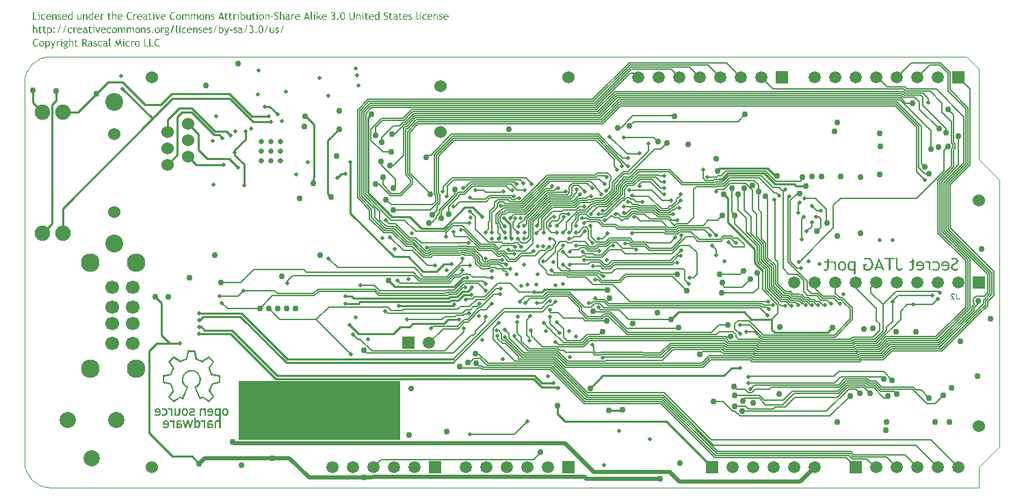
<source format=gbl>
%FSLAX25Y25*%
%MOIN*%
G70*
G01*
G75*
G04 Layer_Physical_Order=4*
G04 Layer_Color=2107597*
%ADD10R,0.05906X0.05118*%
%ADD11R,0.05118X0.05906*%
%ADD12R,0.03937X0.03937*%
%ADD13R,0.03937X0.03937*%
%ADD14R,0.21654X0.07874*%
%ADD15R,0.14173X0.14173*%
%ADD16O,0.00984X0.03150*%
%ADD17O,0.03150X0.00984*%
%ADD18R,0.03543X0.01969*%
%ADD19R,0.05512X0.04724*%
%ADD20R,0.03150X0.07087*%
%ADD21R,0.07087X0.04724*%
%ADD22R,0.07087X0.05512*%
%ADD23R,0.04724X0.05512*%
%ADD24R,0.02362X0.05906*%
%ADD25R,0.01969X0.03543*%
%ADD26R,0.02756X0.01575*%
%ADD27R,0.02165X0.05709*%
%ADD28O,0.06693X0.01181*%
%ADD29O,0.08661X0.02362*%
%ADD30C,0.01400*%
%ADD31O,0.02165X0.05906*%
%ADD32R,0.11811X0.06299*%
%ADD33R,0.24410X0.22835*%
%ADD34C,0.00500*%
%ADD35C,0.01000*%
%ADD36C,0.02000*%
%ADD37C,0.00300*%
%ADD38C,0.06693*%
%ADD39R,0.05906X0.05906*%
%ADD40C,0.05906*%
%ADD41C,0.06000*%
%ADD42C,0.07500*%
%ADD43C,0.08700*%
%ADD44C,0.07874*%
%ADD45C,0.02000*%
%ADD46C,0.03000*%
%ADD47C,0.02598*%
%ADD48C,0.09055*%
%ADD49C,0.04000*%
G04:AMPARAMS|DCode=50|XSize=76.221mil|YSize=76.221mil|CornerRadius=0mil|HoleSize=0mil|Usage=FLASHONLY|Rotation=0.000|XOffset=0mil|YOffset=0mil|HoleType=Round|Shape=Relief|Width=8mil|Gap=10mil|Entries=4|*
%AMTHD50*
7,0,0,0.07622,0.05622,0.00800,45*
%
%ADD50THD50*%
%ADD51C,0.06022*%
%ADD52C,0.05943*%
%ADD53C,0.14900*%
G04:AMPARAMS|DCode=54|XSize=75.433mil|YSize=75.433mil|CornerRadius=0mil|HoleSize=0mil|Usage=FLASHONLY|Rotation=0.000|XOffset=0mil|YOffset=0mil|HoleType=Round|Shape=Relief|Width=8mil|Gap=10mil|Entries=4|*
%AMTHD54*
7,0,0,0.07543,0.05543,0.00800,45*
%
%ADD54THD54*%
%ADD55C,0.07400*%
%ADD56C,0.15200*%
%ADD57C,0.08600*%
%ADD58C,0.05900*%
G04:AMPARAMS|DCode=59|XSize=90mil|YSize=90mil|CornerRadius=0mil|HoleSize=0mil|Usage=FLASHONLY|Rotation=0.000|XOffset=0mil|YOffset=0mil|HoleType=Round|Shape=Relief|Width=8mil|Gap=10mil|Entries=4|*
%AMTHD59*
7,0,0,0.09000,0.07000,0.00800,45*
%
%ADD59THD59*%
%ADD60C,0.03400*%
G04:AMPARAMS|DCode=61|XSize=50mil|YSize=50mil|CornerRadius=0mil|HoleSize=0mil|Usage=FLASHONLY|Rotation=0.000|XOffset=0mil|YOffset=0mil|HoleType=Round|Shape=Relief|Width=8mil|Gap=10mil|Entries=4|*
%AMTHD61*
7,0,0,0.05000,0.03000,0.00800,45*
%
%ADD61THD61*%
G04:AMPARAMS|DCode=62|XSize=56mil|YSize=56mil|CornerRadius=0mil|HoleSize=0mil|Usage=FLASHONLY|Rotation=0.000|XOffset=0mil|YOffset=0mil|HoleType=Round|Shape=Relief|Width=8mil|Gap=10mil|Entries=4|*
%AMTHD62*
7,0,0,0.05600,0.03600,0.00800,45*
%
%ADD62THD62*%
%ADD63C,0.04000*%
G04:AMPARAMS|DCode=64|XSize=75mil|YSize=75mil|CornerRadius=0mil|HoleSize=0mil|Usage=FLASHONLY|Rotation=0.000|XOffset=0mil|YOffset=0mil|HoleType=Round|Shape=Relief|Width=8mil|Gap=10mil|Entries=4|*
%AMTHD64*
7,0,0,0.07500,0.05500,0.00800,45*
%
%ADD64THD64*%
G04:AMPARAMS|DCode=65|XSize=52.992mil|YSize=52.992mil|CornerRadius=0mil|HoleSize=0mil|Usage=FLASHONLY|Rotation=0.000|XOffset=0mil|YOffset=0mil|HoleType=Round|Shape=Relief|Width=8mil|Gap=10mil|Entries=4|*
%AMTHD65*
7,0,0,0.05299,0.03299,0.00800,45*
%
%ADD65THD65*%
G04:AMPARAMS|DCode=66|XSize=130.551mil|YSize=130.551mil|CornerRadius=0mil|HoleSize=0mil|Usage=FLASHONLY|Rotation=0.000|XOffset=0mil|YOffset=0mil|HoleType=Round|Shape=Relief|Width=8mil|Gap=10mil|Entries=4|*
%AMTHD66*
7,0,0,0.13055,0.11055,0.00800,45*
%
%ADD66THD66*%
%ADD67C,0.03699*%
%ADD68C,0.11455*%
%ADD69R,0.79134X0.28740*%
G36*
X75646Y32947D02*
X75843Y32898D01*
X76039Y32824D01*
X76261Y32726D01*
X76458Y32603D01*
X76630Y32406D01*
X76039Y31963D01*
Y31988D01*
X75990Y32012D01*
X75941Y32061D01*
X75867Y32111D01*
X75769Y32160D01*
X75646Y32209D01*
X75498Y32258D01*
X75178D01*
X75055Y32234D01*
X74932Y32209D01*
X74785Y32135D01*
X74686Y32061D01*
X74588Y31938D01*
X74563Y31766D01*
Y31372D01*
X75646D01*
X75793Y31348D01*
X75966Y31323D01*
X76187Y31225D01*
X76408Y31102D01*
X76605Y30905D01*
X76753Y30634D01*
X76777Y30462D01*
X76802Y30266D01*
Y30241D01*
Y30192D01*
X76777Y30093D01*
X76753Y29970D01*
X76654Y29724D01*
X76581Y29577D01*
X76458Y29454D01*
X76433Y29429D01*
X76384Y29405D01*
X76310Y29355D01*
X76212Y29306D01*
X76064Y29232D01*
X75916Y29183D01*
X75720Y29158D01*
X75498Y29134D01*
X75375D01*
X75252Y29158D01*
X75105Y29183D01*
X74957Y29232D01*
X74809Y29281D01*
X74662Y29380D01*
X74563Y29503D01*
Y29158D01*
X73801D01*
Y31717D01*
Y31741D01*
Y31766D01*
X73825Y31914D01*
X73875Y32111D01*
X73998Y32357D01*
X74170Y32578D01*
X74293Y32676D01*
X74465Y32775D01*
X74637Y32849D01*
X74834Y32922D01*
X75080Y32947D01*
X75351Y32972D01*
X75498D01*
X75646Y32947D01*
D02*
G37*
G36*
X80984Y29158D02*
X80320D01*
X79533Y31791D01*
X79508D01*
X78721Y29158D01*
X78057D01*
X76851Y32922D01*
X77663D01*
X78401Y30290D01*
X79262Y32922D01*
X79803D01*
X80640Y30290D01*
X80664D01*
X81378Y32922D01*
X82165D01*
X80984Y29158D01*
D02*
G37*
G36*
X75843Y36342D02*
Y36317D01*
Y36243D01*
X75818Y36145D01*
X75793Y35997D01*
X75744Y35850D01*
X75670Y35677D01*
X75572Y35530D01*
X75449Y35382D01*
X75424Y35358D01*
X75375Y35333D01*
X75301Y35284D01*
X75203Y35210D01*
X74932Y35087D01*
X74760Y35063D01*
X74588Y35038D01*
X74490D01*
X74367Y35063D01*
X74244Y35087D01*
X74071Y35136D01*
X73924Y35235D01*
X73776Y35333D01*
X73629Y35481D01*
X73604D01*
Y35087D01*
X72866D01*
Y38851D01*
X73604D01*
Y36588D01*
Y36563D01*
Y36465D01*
X73653Y36342D01*
X73702Y36194D01*
X73776Y36046D01*
X73924Y35923D01*
X74096Y35825D01*
X74342Y35800D01*
X74367D01*
X74465Y35825D01*
X74588Y35850D01*
X74711Y35899D01*
X74859Y35997D01*
X74982Y36145D01*
X75080Y36317D01*
X75105Y36588D01*
Y38851D01*
X75843D01*
Y36342D01*
D02*
G37*
G36*
X90799Y32947D02*
X90996Y32898D01*
X91193Y32824D01*
X91414Y32726D01*
X91587Y32603D01*
X91759Y32406D01*
X91168Y31963D01*
Y31988D01*
X91144Y32012D01*
X91021Y32111D01*
X90922Y32160D01*
X90799Y32209D01*
X90652Y32258D01*
X90357D01*
X90234Y32234D01*
X90086Y32209D01*
X89938Y32135D01*
X89815Y32061D01*
X89717Y31938D01*
X89692Y31766D01*
Y31372D01*
X90799D01*
X90947Y31348D01*
X91144Y31323D01*
X91365Y31225D01*
X91587Y31102D01*
X91783Y30905D01*
X91931Y30634D01*
X91956Y30462D01*
X91980Y30266D01*
Y30241D01*
Y30192D01*
X91956Y30093D01*
X91931Y29970D01*
X91882Y29847D01*
X91833Y29724D01*
X91734Y29577D01*
X91611Y29454D01*
X91587Y29429D01*
X91537Y29405D01*
X91464Y29355D01*
X91341Y29306D01*
X91218Y29232D01*
X91045Y29183D01*
X90873Y29158D01*
X90652Y29134D01*
X90529D01*
X90406Y29158D01*
X90258Y29183D01*
X90111Y29232D01*
X89963Y29281D01*
X89815Y29380D01*
X89717Y29503D01*
X89692D01*
Y29158D01*
X88954D01*
Y31717D01*
Y31741D01*
Y31766D01*
X88979Y31914D01*
X89028Y32111D01*
X89151Y32357D01*
X89323Y32578D01*
X89446Y32676D01*
X89619Y32775D01*
X89791Y32849D01*
X89988Y32922D01*
X90234Y32947D01*
X90504Y32972D01*
X90652D01*
X90799Y32947D01*
D02*
G37*
G36*
X453256Y112168D02*
X453394Y112155D01*
X453518Y112130D01*
X453637Y112106D01*
X453750Y112068D01*
X453856Y112030D01*
X453950Y111987D01*
X454037Y111949D01*
X454112Y111906D01*
X454181Y111862D01*
X454237Y111824D01*
X454287Y111787D01*
X454325Y111762D01*
X454350Y111737D01*
X454368Y111724D01*
X454375Y111718D01*
X454462Y111630D01*
X454537Y111537D01*
X454600Y111443D01*
X454656Y111349D01*
X454706Y111249D01*
X454743Y111155D01*
X454775Y111062D01*
X454800Y110974D01*
X454818Y110893D01*
X454837Y110818D01*
X454850Y110749D01*
X454856Y110687D01*
Y110643D01*
X454862Y110606D01*
Y110581D01*
Y110574D01*
X454850Y110368D01*
X454825Y110180D01*
X454781Y110018D01*
X454762Y109943D01*
X454737Y109874D01*
X454712Y109812D01*
X454694Y109756D01*
X454669Y109712D01*
X454650Y109674D01*
X454637Y109643D01*
X454625Y109618D01*
X454612Y109606D01*
Y109599D01*
X454562Y109524D01*
X454500Y109456D01*
X454368Y109324D01*
X454225Y109199D01*
X454075Y109099D01*
X453943Y109018D01*
X453887Y108981D01*
X453831Y108956D01*
X453793Y108931D01*
X453756Y108912D01*
X453737Y108905D01*
X453731Y108899D01*
X453237Y108668D01*
X453119Y108612D01*
X453006Y108555D01*
X452912Y108499D01*
X452825Y108443D01*
X452743Y108393D01*
X452681Y108349D01*
X452619Y108299D01*
X452568Y108262D01*
X452525Y108224D01*
X452487Y108187D01*
X452456Y108162D01*
X452437Y108137D01*
X452406Y108099D01*
X452400Y108093D01*
Y108087D01*
X452344Y107987D01*
X452300Y107880D01*
X452275Y107787D01*
X452250Y107693D01*
X452237Y107618D01*
X452231Y107562D01*
Y107537D01*
Y107518D01*
Y107512D01*
Y107506D01*
X452237Y107431D01*
X452244Y107355D01*
X452275Y107224D01*
X452325Y107112D01*
X452381Y107012D01*
X452437Y106930D01*
X452481Y106874D01*
X452519Y106837D01*
X452525Y106831D01*
X452531Y106824D01*
X452587Y106774D01*
X452650Y106737D01*
X452781Y106668D01*
X452912Y106624D01*
X453037Y106587D01*
X453150Y106568D01*
X453200Y106562D01*
X453243D01*
X453275Y106555D01*
X453325D01*
X453431Y106562D01*
X453537Y106574D01*
X453644Y106593D01*
X453744Y106612D01*
X453831Y106631D01*
X453894Y106649D01*
X453919Y106656D01*
X453937Y106662D01*
X453950Y106668D01*
X453956D01*
X454081Y106718D01*
X454193Y106762D01*
X454293Y106812D01*
X454375Y106862D01*
X454444Y106899D01*
X454494Y106930D01*
X454525Y106956D01*
X454537Y106962D01*
X454844Y106187D01*
X454731Y106118D01*
X454619Y106062D01*
X454500Y106006D01*
X454381Y105962D01*
X454262Y105924D01*
X454150Y105893D01*
X454037Y105868D01*
X453925Y105849D01*
X453825Y105831D01*
X453737Y105818D01*
X453650Y105812D01*
X453581Y105806D01*
X453525Y105799D01*
X453443D01*
X453275Y105806D01*
X453112Y105818D01*
X452962Y105843D01*
X452818Y105874D01*
X452687Y105912D01*
X452562Y105949D01*
X452450Y105993D01*
X452350Y106043D01*
X452262Y106087D01*
X452181Y106131D01*
X452112Y106168D01*
X452056Y106205D01*
X452012Y106237D01*
X451981Y106262D01*
X451962Y106274D01*
X451956Y106281D01*
X451856Y106374D01*
X451768Y106468D01*
X451693Y106568D01*
X451631Y106668D01*
X451575Y106768D01*
X451531Y106862D01*
X451494Y106956D01*
X451462Y107049D01*
X451443Y107131D01*
X451425Y107212D01*
X451412Y107281D01*
X451400Y107337D01*
Y107387D01*
X451394Y107424D01*
Y107449D01*
Y107456D01*
X451406Y107687D01*
X451418Y107793D01*
X451431Y107893D01*
X451450Y107987D01*
X451475Y108074D01*
X451500Y108156D01*
X451518Y108224D01*
X451544Y108293D01*
X451569Y108349D01*
X451587Y108399D01*
X451612Y108437D01*
X451625Y108468D01*
X451637Y108493D01*
X451650Y108505D01*
Y108512D01*
X451700Y108587D01*
X451762Y108662D01*
X451894Y108799D01*
X452043Y108918D01*
X452187Y109024D01*
X452325Y109106D01*
X452381Y109143D01*
X452437Y109174D01*
X452475Y109193D01*
X452512Y109212D01*
X452531Y109218D01*
X452537Y109224D01*
X453044Y109468D01*
X453131Y109512D01*
X453212Y109549D01*
X453281Y109587D01*
X453350Y109624D01*
X453406Y109655D01*
X453462Y109687D01*
X453550Y109737D01*
X453612Y109774D01*
X453656Y109806D01*
X453681Y109824D01*
X453687Y109830D01*
X453744Y109880D01*
X453793Y109937D01*
X453831Y109993D01*
X453868Y110043D01*
X453894Y110087D01*
X453912Y110124D01*
X453925Y110149D01*
X453931Y110155D01*
X453962Y110231D01*
X453981Y110306D01*
X454000Y110374D01*
X454006Y110443D01*
X454012Y110499D01*
X454018Y110549D01*
Y110574D01*
Y110587D01*
X454006Y110724D01*
X453981Y110843D01*
X453943Y110949D01*
X453894Y111043D01*
X453850Y111112D01*
X453812Y111168D01*
X453787Y111199D01*
X453775Y111212D01*
X453675Y111293D01*
X453569Y111355D01*
X453456Y111399D01*
X453343Y111431D01*
X453250Y111449D01*
X453206Y111456D01*
X453168D01*
X453144Y111462D01*
X453100D01*
X452987Y111456D01*
X452875Y111443D01*
X452769Y111424D01*
X452669Y111406D01*
X452587Y111381D01*
X452519Y111362D01*
X452493Y111355D01*
X452475Y111349D01*
X452468Y111343D01*
X452462D01*
X452337Y111299D01*
X452231Y111262D01*
X452143Y111218D01*
X452069Y111187D01*
X452012Y111155D01*
X451975Y111130D01*
X451950Y111118D01*
X451943Y111112D01*
X451693Y111837D01*
X451775Y111899D01*
X451868Y111949D01*
X451975Y111993D01*
X452087Y112030D01*
X452325Y112093D01*
X452556Y112130D01*
X452669Y112149D01*
X452775Y112155D01*
X452869Y112162D01*
X452950Y112168D01*
X453019Y112174D01*
X453119D01*
X453256Y112168D01*
D02*
G37*
G36*
X398487Y110487D02*
X398643Y110468D01*
X398793Y110437D01*
X398937Y110393D01*
X399068Y110343D01*
X399193Y110287D01*
X399300Y110231D01*
X399406Y110174D01*
X399493Y110112D01*
X399575Y110055D01*
X399643Y109999D01*
X399700Y109949D01*
X399743Y109912D01*
X399775Y109874D01*
X399793Y109855D01*
X399800Y109849D01*
X399900Y109724D01*
X399981Y109593D01*
X400056Y109456D01*
X400118Y109318D01*
X400175Y109174D01*
X400218Y109037D01*
X400256Y108899D01*
X400287Y108768D01*
X400312Y108643D01*
X400325Y108530D01*
X400337Y108431D01*
X400350Y108343D01*
Y108268D01*
X400356Y108212D01*
Y108180D01*
Y108168D01*
X400350Y107974D01*
X400331Y107787D01*
X400306Y107612D01*
X400275Y107449D01*
X400231Y107293D01*
X400187Y107156D01*
X400137Y107024D01*
X400087Y106912D01*
X400037Y106806D01*
X399987Y106712D01*
X399943Y106637D01*
X399900Y106574D01*
X399868Y106524D01*
X399843Y106487D01*
X399825Y106462D01*
X399818Y106456D01*
X399712Y106343D01*
X399600Y106249D01*
X399481Y106162D01*
X399356Y106093D01*
X399231Y106030D01*
X399106Y105981D01*
X398987Y105937D01*
X398868Y105905D01*
X398756Y105874D01*
X398650Y105856D01*
X398556Y105843D01*
X398475Y105837D01*
X398412Y105831D01*
X398362Y105824D01*
X398318D01*
X398143Y105831D01*
X397981Y105849D01*
X397831Y105880D01*
X397687Y105924D01*
X397556Y105968D01*
X397431Y106024D01*
X397318Y106080D01*
X397218Y106137D01*
X397131Y106193D01*
X397050Y106249D01*
X396987Y106306D01*
X396931Y106349D01*
X396887Y106393D01*
X396856Y106424D01*
X396837Y106443D01*
X396831Y106449D01*
X396731Y106574D01*
X396650Y106705D01*
X396575Y106843D01*
X396512Y106987D01*
X396462Y107131D01*
X396412Y107268D01*
X396381Y107412D01*
X396350Y107543D01*
X396325Y107674D01*
X396312Y107793D01*
X396300Y107899D01*
X396287Y107987D01*
Y108062D01*
X396281Y108118D01*
Y108156D01*
Y108168D01*
X396287Y108368D01*
X396306Y108555D01*
X396331Y108730D01*
X396362Y108899D01*
X396406Y109049D01*
X396450Y109187D01*
X396500Y109318D01*
X396550Y109431D01*
X396600Y109537D01*
X396650Y109624D01*
X396693Y109699D01*
X396737Y109762D01*
X396768Y109812D01*
X396793Y109843D01*
X396812Y109868D01*
X396818Y109874D01*
X396925Y109980D01*
X397037Y110081D01*
X397156Y110162D01*
X397275Y110231D01*
X397400Y110293D01*
X397525Y110343D01*
X397650Y110380D01*
X397768Y110418D01*
X397881Y110443D01*
X397981Y110462D01*
X398075Y110474D01*
X398156Y110480D01*
X398225Y110487D01*
X398275Y110493D01*
X398318D01*
X398487Y110487D01*
D02*
G37*
G36*
X83100Y66895D02*
X83149Y66870D01*
X83198Y66772D01*
X83862Y63205D01*
Y63180D01*
X83887Y63131D01*
X83936Y63057D01*
X84010Y63008D01*
X86396Y62049D01*
X86421D01*
X86494Y62024D01*
X86568D01*
X86667Y62049D01*
X89643Y64091D01*
X89668Y64115D01*
X89791D01*
X89865Y64066D01*
X92374Y61557D01*
X92398Y61532D01*
X92423Y61483D01*
Y61434D01*
X92398Y61335D01*
X90406Y58433D01*
X90381Y58408D01*
X90357Y58334D01*
Y58236D01*
X90381Y58137D01*
X91439Y55702D01*
Y55677D01*
X91488Y55628D01*
X91537Y55579D01*
X91636Y55530D01*
X95080Y54890D01*
X95104D01*
X95154Y54865D01*
X95203Y54792D01*
X95227Y54693D01*
Y51175D01*
Y51151D01*
X95203Y51077D01*
X95154Y51028D01*
X95080Y50979D01*
X91710Y50364D01*
X91685D01*
X91636Y50339D01*
X91562Y50290D01*
X91537Y50191D01*
X90480Y47584D01*
Y47559D01*
X90455Y47486D01*
Y47412D01*
X90504Y47313D01*
X92398Y44534D01*
X92423Y44509D01*
Y44460D01*
Y44386D01*
X92374Y44312D01*
X89865Y41803D01*
X89840Y41778D01*
X89791Y41754D01*
X89717D01*
X89643Y41778D01*
X86913Y43648D01*
X86888Y43672D01*
X86839Y43697D01*
X86765D01*
X86667Y43672D01*
X85461Y43008D01*
X85437D01*
X85387Y42984D01*
X85314Y43008D01*
X85264Y43082D01*
X82780Y49060D01*
Y49084D01*
Y49134D01*
Y49207D01*
X82854Y49281D01*
X83149Y49478D01*
X83173D01*
X83198Y49527D01*
X83346Y49626D01*
X83370Y49650D01*
X83419Y49675D01*
X83518Y49749D01*
X83616Y49847D01*
X83764Y49970D01*
X83911Y50093D01*
X84084Y50265D01*
X84231Y50462D01*
X84403Y50683D01*
X84576Y50929D01*
X84871Y51495D01*
X84969Y51815D01*
X85068Y52160D01*
X85117Y52504D01*
X85141Y52898D01*
Y52922D01*
Y52971D01*
Y53045D01*
X85117Y53168D01*
Y53316D01*
X85092Y53463D01*
X84994Y53857D01*
X84871Y54300D01*
X84674Y54767D01*
X84379Y55234D01*
X84207Y55456D01*
X84010Y55677D01*
X83985Y55702D01*
X83961Y55726D01*
X83887Y55776D01*
X83813Y55849D01*
X83567Y56046D01*
X83223Y56243D01*
X82829Y56440D01*
X82362Y56637D01*
X81820Y56760D01*
X81550Y56809D01*
X81107D01*
X80984Y56784D01*
X80836D01*
X80689Y56760D01*
X80295Y56661D01*
X79852Y56538D01*
X79385Y56341D01*
X78918Y56046D01*
X78696Y55874D01*
X78475Y55677D01*
X78450Y55653D01*
X78426Y55628D01*
X78376Y55554D01*
X78303Y55480D01*
X78106Y55234D01*
X77909Y54890D01*
X77712Y54497D01*
X77515Y54029D01*
X77392Y53488D01*
X77343Y53193D01*
Y52898D01*
Y52873D01*
Y52799D01*
Y52701D01*
X77368Y52553D01*
X77392Y52381D01*
X77442Y52160D01*
X77565Y51692D01*
X77663Y51446D01*
X77786Y51175D01*
X77934Y50905D01*
X78106Y50634D01*
X78303Y50364D01*
X78549Y50093D01*
X78819Y49847D01*
X79139Y49626D01*
X79164Y49601D01*
X79188Y49577D01*
X79336Y49478D01*
X79631Y49281D01*
X79656Y49257D01*
X79680Y49232D01*
X79705Y49158D01*
Y49060D01*
X77220Y43082D01*
Y43058D01*
X77171Y43008D01*
X77122Y42984D01*
X77023Y43008D01*
X75818Y43672D01*
X75793D01*
X75744Y43697D01*
X75670D01*
X75572Y43648D01*
X72841Y41778D01*
X72817Y41754D01*
X72694D01*
X72620Y41803D01*
X70111Y44312D01*
X70086Y44337D01*
X70062Y44386D01*
X70037Y44460D01*
X70086Y44534D01*
X71980Y47313D01*
X72005Y47338D01*
X72030Y47387D01*
Y47486D01*
X72005Y47584D01*
X70947Y50191D01*
Y50216D01*
X70923Y50265D01*
X70873Y50339D01*
X70775Y50364D01*
X67405Y50979D01*
X67380D01*
X67331Y51003D01*
X67282Y51077D01*
X67257Y51175D01*
Y54693D01*
Y54718D01*
X67282Y54792D01*
X67306Y54841D01*
X67405Y54890D01*
X70849Y55530D01*
X70873D01*
X70947Y55554D01*
X70996Y55603D01*
X71046Y55702D01*
X72103Y58137D01*
Y58162D01*
X72128Y58236D01*
Y58334D01*
X72079Y58433D01*
X70086Y61335D01*
X70062Y61360D01*
Y61409D01*
Y61483D01*
X70111Y61557D01*
X72620Y64066D01*
X72645Y64091D01*
X72694Y64115D01*
X72743Y64140D01*
X72841Y64091D01*
X75818Y62049D01*
X75843D01*
X75892Y62024D01*
X75990D01*
X76089Y62049D01*
X78475Y63008D01*
X78499D01*
X78549Y63057D01*
X78598Y63107D01*
X78622Y63205D01*
X79287Y66772D01*
Y66796D01*
X79311Y66846D01*
X79385Y66895D01*
X79483Y66919D01*
X83026D01*
X83100Y66895D01*
D02*
G37*
G36*
X403087Y110487D02*
X403200Y110474D01*
X403306Y110449D01*
X403412Y110424D01*
X403506Y110387D01*
X403600Y110349D01*
X403681Y110306D01*
X403756Y110268D01*
X403825Y110224D01*
X403887Y110180D01*
X403937Y110143D01*
X403981Y110106D01*
X404018Y110081D01*
X404043Y110055D01*
X404056Y110043D01*
X404062Y110037D01*
Y110412D01*
X404862D01*
Y104137D01*
X404062D01*
Y106156D01*
X404018Y106105D01*
X403962Y106062D01*
X403893Y106024D01*
X403825Y105993D01*
X403756Y105962D01*
X403700Y105943D01*
X403662Y105930D01*
X403656Y105924D01*
X403650D01*
X403531Y105893D01*
X403412Y105868D01*
X403312Y105849D01*
X403218Y105837D01*
X403143Y105831D01*
X403087Y105824D01*
X403037D01*
X402850Y105831D01*
X402675Y105849D01*
X402512Y105887D01*
X402362Y105924D01*
X402225Y105974D01*
X402100Y106030D01*
X401981Y106087D01*
X401875Y106149D01*
X401787Y106205D01*
X401706Y106262D01*
X401637Y106318D01*
X401581Y106368D01*
X401537Y106412D01*
X401506Y106443D01*
X401487Y106462D01*
X401481Y106468D01*
X401387Y106593D01*
X401300Y106724D01*
X401231Y106862D01*
X401168Y107006D01*
X401112Y107143D01*
X401068Y107287D01*
X401031Y107418D01*
X401006Y107549D01*
X400981Y107674D01*
X400968Y107787D01*
X400956Y107887D01*
X400943Y107974D01*
Y108043D01*
X400937Y108099D01*
Y108131D01*
Y108143D01*
X400943Y108355D01*
X400962Y108549D01*
X400987Y108737D01*
X401018Y108905D01*
X401062Y109062D01*
X401106Y109205D01*
X401156Y109337D01*
X401206Y109449D01*
X401256Y109555D01*
X401306Y109643D01*
X401350Y109718D01*
X401393Y109781D01*
X401425Y109830D01*
X401450Y109868D01*
X401468Y109887D01*
X401475Y109893D01*
X401581Y109999D01*
X401693Y110093D01*
X401812Y110174D01*
X401931Y110243D01*
X402056Y110299D01*
X402181Y110349D01*
X402300Y110387D01*
X402418Y110418D01*
X402531Y110443D01*
X402637Y110462D01*
X402731Y110474D01*
X402812Y110487D01*
X402875D01*
X402925Y110493D01*
X402968D01*
X403087Y110487D01*
D02*
G37*
G36*
X68143Y38851D02*
X68315Y38826D01*
X68487Y38777D01*
X68684Y38679D01*
X68881Y38580D01*
X69078Y38433D01*
X69102Y38408D01*
X69151Y38334D01*
X69250Y38211D01*
X69324Y38064D01*
X69422Y37842D01*
X69520Y37596D01*
X69570Y37301D01*
X69594Y36957D01*
Y36908D01*
Y36809D01*
X69570Y36637D01*
X69520Y36415D01*
X69471Y36169D01*
X69373Y35923D01*
X69250Y35702D01*
X69078Y35481D01*
X69053Y35456D01*
X69004Y35407D01*
X68881Y35333D01*
X68758Y35259D01*
X68586Y35186D01*
X68389Y35112D01*
X68143Y35063D01*
X67897Y35038D01*
X67774D01*
X67626Y35063D01*
X67429Y35112D01*
X67208Y35210D01*
X66987Y35309D01*
X66765Y35481D01*
X66544Y35702D01*
X67110Y36194D01*
X67134Y36169D01*
X67159Y36145D01*
X67306Y35997D01*
X67552Y35874D01*
X67700Y35825D01*
X67848Y35800D01*
X67897D01*
X67995Y35825D01*
X68167Y35874D01*
X68340Y35948D01*
X68512Y36096D01*
X68684Y36292D01*
X68782Y36588D01*
X68832Y36760D01*
Y36957D01*
Y36981D01*
Y37006D01*
X68807Y37154D01*
X68782Y37326D01*
X68709Y37547D01*
X68586Y37769D01*
X68413Y37965D01*
X68167Y38088D01*
X68020Y38113D01*
X67848Y38138D01*
X67774D01*
X67700Y38113D01*
X67577Y38088D01*
X67479Y38039D01*
X67356Y37965D01*
X67233Y37867D01*
X67110Y37744D01*
X66544Y38236D01*
X66568Y38260D01*
X66642Y38334D01*
X66765Y38433D01*
X66913Y38556D01*
X67134Y38679D01*
X67356Y38777D01*
X67602Y38851D01*
X67897Y38875D01*
X68020D01*
X68143Y38851D01*
D02*
G37*
G36*
X81796D02*
X82017Y38826D01*
X82263Y38728D01*
X82534Y38605D01*
X82755Y38383D01*
X82854Y38260D01*
X82927Y38113D01*
X82952Y37916D01*
X82977Y37719D01*
Y37670D01*
X82952Y37572D01*
X82927Y37400D01*
X82829Y37227D01*
X82706Y37031D01*
X82509Y36858D01*
X82239Y36735D01*
X82091Y36686D01*
X81894Y36661D01*
X81230Y36588D01*
X81156D01*
X80984Y36538D01*
X80836Y36415D01*
X80787Y36342D01*
X80763Y36219D01*
Y36194D01*
Y36145D01*
X80812Y36071D01*
X80861Y35997D01*
X80935Y35899D01*
X81082Y35825D01*
X81255Y35776D01*
X81501Y35751D01*
X81624D01*
X81747Y35776D01*
X81894Y35800D01*
X82091Y35874D01*
X82288Y35948D01*
X82485Y36071D01*
X82681Y36219D01*
X83223Y35702D01*
X83198Y35677D01*
X83100Y35604D01*
X82952Y35481D01*
X82755Y35382D01*
X82509Y35259D01*
X82214Y35136D01*
X81919Y35063D01*
X81574Y35038D01*
X81451D01*
X81328Y35063D01*
X81181Y35087D01*
X80836Y35161D01*
X80640Y35235D01*
X80467Y35333D01*
X80443Y35358D01*
X80394Y35382D01*
X80320Y35456D01*
X80246Y35555D01*
X80172Y35677D01*
X80098Y35825D01*
X80049Y35997D01*
X80025Y36194D01*
Y36219D01*
Y36243D01*
X80049Y36366D01*
X80074Y36538D01*
X80148Y36735D01*
X80295Y36932D01*
X80492Y37129D01*
X80738Y37252D01*
X80910Y37301D01*
X81107Y37326D01*
X81722Y37375D01*
X81796D01*
X81968Y37424D01*
X82140Y37523D01*
X82189Y37621D01*
X82214Y37719D01*
Y37744D01*
Y37793D01*
X82189Y37867D01*
X82140Y37941D01*
X82066Y38015D01*
X81943Y38088D01*
X81796Y38138D01*
X81574Y38162D01*
X81476D01*
X81378Y38138D01*
X81255Y38113D01*
X80935Y38039D01*
X80738Y37941D01*
X80566Y37842D01*
X80098Y38359D01*
X80123Y38383D01*
X80197Y38433D01*
X80344Y38531D01*
X80517Y38629D01*
X80738Y38703D01*
X80984Y38802D01*
X81255Y38851D01*
X81574Y38875D01*
X81697D01*
X81796Y38851D01*
D02*
G37*
G36*
X97909D02*
X98081Y38826D01*
X98253Y38752D01*
X98450Y38679D01*
X98647Y38556D01*
X98819Y38408D01*
X98844Y38383D01*
X98868Y38334D01*
X98942Y38211D01*
X99016Y38064D01*
X99090Y37867D01*
X99139Y37621D01*
X99188Y37301D01*
X99213Y36957D01*
Y36908D01*
Y36809D01*
X99188Y36612D01*
X99163Y36415D01*
X99114Y36169D01*
X99040Y35948D01*
X98942Y35727D01*
X98819Y35530D01*
X98794Y35505D01*
X98745Y35456D01*
X98647Y35382D01*
X98499Y35284D01*
X98352Y35186D01*
X98155Y35112D01*
X97909Y35063D01*
X97663Y35038D01*
X97540D01*
X97417Y35063D01*
X97269Y35112D01*
X97097Y35161D01*
X96900Y35235D01*
X96728Y35358D01*
X96556Y35530D01*
X96531Y35555D01*
X96482Y35604D01*
X96408Y35727D01*
X96334Y35874D01*
X96261Y36071D01*
X96187Y36317D01*
X96138Y36612D01*
X96113Y36957D01*
Y37006D01*
Y37129D01*
X96138Y37301D01*
X96162Y37523D01*
X96211Y37744D01*
X96310Y37990D01*
X96408Y38211D01*
X96556Y38408D01*
X96580Y38433D01*
X96630Y38482D01*
X96728Y38556D01*
X96851Y38654D01*
X96999Y38728D01*
X97195Y38802D01*
X97417Y38851D01*
X97663Y38875D01*
X97786D01*
X97909Y38851D01*
D02*
G37*
G36*
X93973D02*
X94145Y38802D01*
X94317Y38728D01*
X94465Y38654D01*
X94588Y38580D01*
X94662Y38506D01*
X94711Y38457D01*
X94735Y38433D01*
Y38826D01*
X95498D01*
Y29158D01*
X94735D01*
Y31397D01*
X94711Y31668D01*
X94612Y31865D01*
X94489Y32012D01*
X94342Y32111D01*
X94219Y32160D01*
X94096Y32209D01*
X93973D01*
X93727Y32184D01*
X93555Y32086D01*
X93407Y31963D01*
X93333Y31815D01*
X93284Y31643D01*
X93235Y31520D01*
Y31422D01*
Y31397D01*
Y29158D01*
X92497D01*
Y31643D01*
X92521Y31865D01*
X92546Y32061D01*
X92620Y32234D01*
X92694Y32357D01*
X92767Y32480D01*
X92817Y32553D01*
X92866Y32603D01*
X92890Y32627D01*
X93038Y32750D01*
X93186Y32824D01*
X93456Y32922D01*
X93579Y32947D01*
X93678Y32972D01*
X93751D01*
X93973Y32947D01*
X94145Y32898D01*
X94317Y32824D01*
X94465Y32750D01*
X94588Y32676D01*
X94662Y32603D01*
X94711Y32553D01*
X94735Y32529D01*
Y35481D01*
X94563Y35333D01*
X94391Y35235D01*
X94219Y35136D01*
X94071Y35087D01*
X93948Y35063D01*
X93850Y35038D01*
X93751D01*
X93530Y35063D01*
X93333Y35112D01*
X93161Y35186D01*
X93038Y35284D01*
X92915Y35382D01*
X92841Y35456D01*
X92792Y35505D01*
X92767Y35530D01*
X92669Y35702D01*
X92620Y35899D01*
X92571Y36145D01*
X92521Y36366D01*
Y36588D01*
X92497Y36784D01*
Y36908D01*
Y36957D01*
Y37326D01*
X92546Y37646D01*
X92571Y37892D01*
X92620Y38088D01*
X92669Y38236D01*
X92718Y38310D01*
X92743Y38359D01*
X92767Y38383D01*
X92915Y38556D01*
X93087Y38679D01*
X93235Y38752D01*
X93407Y38826D01*
X93530Y38851D01*
X93653Y38875D01*
X93751D01*
X93973Y38851D01*
D02*
G37*
G36*
X78278D02*
X78450Y38826D01*
X78622Y38752D01*
X78819Y38679D01*
X79016Y38556D01*
X79188Y38408D01*
X79213Y38383D01*
X79237Y38334D01*
X79311Y38211D01*
X79385Y38064D01*
X79459Y37867D01*
X79508Y37621D01*
X79557Y37301D01*
X79582Y36957D01*
Y36908D01*
Y36809D01*
X79557Y36612D01*
X79533Y36415D01*
X79483Y36169D01*
X79410Y35948D01*
X79311Y35727D01*
X79188Y35530D01*
X79164Y35505D01*
X79114Y35456D01*
X79016Y35382D01*
X78868Y35284D01*
X78721Y35186D01*
X78524Y35112D01*
X78278Y35063D01*
X78032Y35038D01*
X77909D01*
X77786Y35063D01*
X77638Y35112D01*
X77442Y35161D01*
X77269Y35235D01*
X77073Y35358D01*
X76900Y35530D01*
X76876Y35555D01*
X76827Y35604D01*
X76777Y35727D01*
X76679Y35874D01*
X76605Y36071D01*
X76556Y36317D01*
X76507Y36612D01*
X76482Y36957D01*
Y37006D01*
Y37129D01*
X76507Y37301D01*
X76531Y37523D01*
X76581Y37744D01*
X76654Y37990D01*
X76753Y38211D01*
X76900Y38408D01*
X76925Y38433D01*
X76974Y38482D01*
X77073Y38556D01*
X77196Y38654D01*
X77368Y38728D01*
X77565Y38802D01*
X77786Y38851D01*
X78032Y38875D01*
X78155D01*
X78278Y38851D01*
D02*
G37*
G36*
X65043D02*
X65191Y38826D01*
X65338Y38777D01*
X65511Y38703D01*
X65683Y38605D01*
X65855Y38457D01*
X65880Y38433D01*
X65929Y38359D01*
X66027Y38260D01*
X66101Y38088D01*
X66199Y37867D01*
X66298Y37621D01*
X66347Y37301D01*
X66372Y36957D01*
Y36932D01*
Y36883D01*
Y36784D01*
X66347Y36661D01*
X66273Y36342D01*
X66150Y35997D01*
X66076Y35825D01*
X65953Y35653D01*
X65830Y35481D01*
X65658Y35333D01*
X65461Y35210D01*
X65240Y35112D01*
X64969Y35063D01*
X64674Y35038D01*
X64527D01*
X64379Y35063D01*
X64207Y35112D01*
X63985Y35186D01*
X63764Y35309D01*
X63543Y35456D01*
X63346Y35653D01*
X63887Y36120D01*
X63912Y36096D01*
X63936Y36071D01*
X64010Y35997D01*
X64108Y35948D01*
X64379Y35800D01*
X64527Y35776D01*
X64699Y35751D01*
X64748D01*
X64846Y35776D01*
X64994Y35800D01*
X65142Y35874D01*
X65314Y35973D01*
X65461Y36145D01*
X65560Y36366D01*
X65609Y36661D01*
X63272D01*
Y37301D01*
Y37326D01*
Y37424D01*
X63297Y37547D01*
X63321Y37695D01*
X63370Y37892D01*
X63469Y38088D01*
X63567Y38285D01*
X63715Y38457D01*
X63739Y38482D01*
X63789Y38531D01*
X63887Y38580D01*
X64010Y38679D01*
X64182Y38752D01*
X64379Y38802D01*
X64576Y38851D01*
X64822Y38875D01*
X64920D01*
X65043Y38851D01*
D02*
G37*
G36*
X90652D02*
X90799Y38826D01*
X90972Y38777D01*
X91144Y38703D01*
X91316Y38605D01*
X91488Y38457D01*
X91513Y38433D01*
X91562Y38359D01*
X91636Y38260D01*
X91734Y38088D01*
X91833Y37867D01*
X91906Y37621D01*
X91956Y37301D01*
X91980Y36957D01*
Y36932D01*
Y36883D01*
Y36784D01*
X91956Y36661D01*
X91882Y36342D01*
X91783Y35997D01*
X91587Y35653D01*
X91439Y35481D01*
X91291Y35333D01*
X91095Y35210D01*
X90873Y35112D01*
X90627Y35063D01*
X90332Y35038D01*
X90184D01*
X90037Y35063D01*
X89840Y35112D01*
X89619Y35186D01*
X89397Y35309D01*
X89176Y35456D01*
X88954Y35653D01*
X89520Y36120D01*
X89545Y36096D01*
X89569Y36071D01*
X89643Y35997D01*
X89742Y35948D01*
X90012Y35800D01*
X90160Y35776D01*
X90332Y35751D01*
X90381D01*
X90480Y35776D01*
X90627Y35800D01*
X90775Y35874D01*
X90947Y35973D01*
X91095Y36145D01*
X91193Y36366D01*
X91242Y36661D01*
X88881D01*
Y37301D01*
Y37326D01*
Y37424D01*
X88905Y37547D01*
X88930Y37695D01*
X89004Y37892D01*
X89077Y38088D01*
X89200Y38285D01*
X89348Y38457D01*
X89373Y38482D01*
X89422Y38531D01*
X89520Y38580D01*
X89643Y38679D01*
X89815Y38752D01*
X89988Y38802D01*
X90209Y38851D01*
X90430Y38875D01*
X90529D01*
X90652Y38851D01*
D02*
G37*
G36*
X70504D02*
X70627Y38826D01*
X70800Y38777D01*
X70947Y38679D01*
X71119Y38580D01*
X71267Y38433D01*
Y38826D01*
X72030D01*
Y35087D01*
X71267D01*
Y37350D01*
Y37375D01*
Y37473D01*
X71218Y37596D01*
X71169Y37744D01*
X71095Y37892D01*
X70972Y38015D01*
X70800Y38113D01*
X70554Y38138D01*
X70504D01*
X70381Y38113D01*
X70234Y38064D01*
X70062Y37941D01*
X69496Y38580D01*
X69520Y38605D01*
X69570Y38629D01*
X69643Y38679D01*
X69742Y38728D01*
X69988Y38826D01*
X70135Y38875D01*
X70381D01*
X70504Y38851D01*
D02*
G37*
G36*
X86716D02*
X86863Y38826D01*
X87011Y38777D01*
X87183Y38679D01*
X87331Y38580D01*
X87478Y38433D01*
Y38826D01*
X88241D01*
Y35087D01*
X87478D01*
Y37326D01*
Y37350D01*
X87454Y37449D01*
X87429Y37572D01*
X87380Y37744D01*
X87306Y37892D01*
X87159Y38015D01*
X86986Y38113D01*
X86740Y38138D01*
X86617D01*
X86494Y38088D01*
X86371Y38039D01*
X86224Y37941D01*
X86125Y37793D01*
X86027Y37596D01*
X86002Y37326D01*
Y35087D01*
X85264D01*
Y37572D01*
Y37596D01*
Y37670D01*
X85289Y37793D01*
X85314Y37916D01*
X85363Y38088D01*
X85437Y38236D01*
X85535Y38408D01*
X85658Y38556D01*
X85683Y38580D01*
X85732Y38605D01*
X85806Y38654D01*
X85904Y38728D01*
X86175Y38826D01*
X86347Y38851D01*
X86519Y38875D01*
X86617D01*
X86716Y38851D01*
D02*
G37*
G36*
X425406Y108168D02*
Y107968D01*
X425419Y107793D01*
X425425Y107631D01*
X425444Y107493D01*
X425462Y107368D01*
X425481Y107255D01*
X425500Y107162D01*
X425519Y107080D01*
X425543Y107012D01*
X425562Y106956D01*
X425581Y106905D01*
X425600Y106874D01*
X425619Y106849D01*
X425625Y106831D01*
X425637Y106824D01*
Y106818D01*
X425681Y106774D01*
X425737Y106737D01*
X425856Y106681D01*
X425987Y106637D01*
X426119Y106612D01*
X426243Y106593D01*
X426294Y106587D01*
X426337D01*
X426375Y106580D01*
X426431D01*
X426531Y106587D01*
X426618Y106606D01*
X426700Y106631D01*
X426768Y106668D01*
X426831Y106712D01*
X426887Y106755D01*
X426931Y106806D01*
X426975Y106862D01*
X427006Y106912D01*
X427031Y106962D01*
X427056Y107006D01*
X427069Y107049D01*
X427081Y107087D01*
X427087Y107112D01*
X427094Y107131D01*
Y107137D01*
X427831D01*
X427818Y107024D01*
X427800Y106924D01*
X427781Y106824D01*
X427750Y106737D01*
X427718Y106649D01*
X427681Y106568D01*
X427643Y106499D01*
X427606Y106437D01*
X427568Y106374D01*
X427537Y106324D01*
X427500Y106281D01*
X427475Y106243D01*
X427450Y106218D01*
X427431Y106199D01*
X427419Y106187D01*
X427412Y106181D01*
X427337Y106118D01*
X427256Y106062D01*
X427175Y106018D01*
X427094Y105974D01*
X427012Y105943D01*
X426931Y105912D01*
X426775Y105868D01*
X426700Y105856D01*
X426637Y105843D01*
X426575Y105837D01*
X426525Y105831D01*
X426481Y105824D01*
X426425D01*
X426237Y105831D01*
X426062Y105849D01*
X425906Y105874D01*
X425756Y105912D01*
X425625Y105956D01*
X425506Y105999D01*
X425400Y106049D01*
X425306Y106105D01*
X425225Y106156D01*
X425156Y106205D01*
X425100Y106249D01*
X425056Y106293D01*
X425019Y106331D01*
X424994Y106356D01*
X424981Y106374D01*
X424975Y106380D01*
X424900Y106493D01*
X424837Y106618D01*
X424781Y106755D01*
X424737Y106905D01*
X424693Y107055D01*
X424662Y107205D01*
X424637Y107355D01*
X424612Y107506D01*
X424593Y107643D01*
X424581Y107774D01*
X424575Y107893D01*
X424569Y107999D01*
X424562Y108087D01*
Y108149D01*
Y108174D01*
Y108193D01*
Y108199D01*
Y108205D01*
Y112068D01*
X425406D01*
Y108168D01*
D02*
G37*
G36*
X448818Y110487D02*
X448969Y110468D01*
X449112Y110437D01*
X449243Y110399D01*
X449368Y110355D01*
X449487Y110299D01*
X449600Y110249D01*
X449700Y110193D01*
X449787Y110131D01*
X449868Y110081D01*
X449937Y110030D01*
X450000Y109980D01*
X450043Y109943D01*
X450081Y109912D01*
X450100Y109893D01*
X450106Y109887D01*
X450225Y109756D01*
X450331Y109618D01*
X450419Y109474D01*
X450493Y109324D01*
X450562Y109180D01*
X450619Y109030D01*
X450662Y108887D01*
X450694Y108743D01*
X450725Y108612D01*
X450743Y108493D01*
X450762Y108387D01*
X450769Y108293D01*
X450775Y108212D01*
X450781Y108156D01*
Y108118D01*
Y108112D01*
Y108106D01*
X450775Y107912D01*
X450750Y107724D01*
X450718Y107549D01*
X450681Y107387D01*
X450631Y107230D01*
X450575Y107093D01*
X450512Y106968D01*
X450450Y106849D01*
X450393Y106749D01*
X450331Y106656D01*
X450275Y106580D01*
X450225Y106518D01*
X450187Y106462D01*
X450150Y106430D01*
X450131Y106405D01*
X450125Y106399D01*
X450012Y106299D01*
X449894Y106212D01*
X449768Y106131D01*
X449650Y106068D01*
X449525Y106012D01*
X449406Y105962D01*
X449294Y105924D01*
X449181Y105899D01*
X449075Y105874D01*
X448981Y105856D01*
X448893Y105843D01*
X448825Y105831D01*
X448762D01*
X448719Y105824D01*
X448681D01*
X448462Y105831D01*
X448262Y105849D01*
X448081Y105880D01*
X448000Y105893D01*
X447919Y105912D01*
X447850Y105930D01*
X447787Y105943D01*
X447737Y105962D01*
X447687Y105974D01*
X447656Y105981D01*
X447625Y105993D01*
X447612Y105999D01*
X447606D01*
X447475Y106049D01*
X447356Y106105D01*
X447256Y106156D01*
X447181Y106205D01*
X447119Y106249D01*
X447075Y106287D01*
X447044Y106312D01*
X447037Y106318D01*
X447375Y106893D01*
X447462Y106824D01*
X447556Y106762D01*
X447650Y106712D01*
X447750Y106668D01*
X447844Y106631D01*
X447943Y106593D01*
X448125Y106549D01*
X448206Y106530D01*
X448281Y106518D01*
X448350Y106512D01*
X448412Y106506D01*
X448456Y106499D01*
X448525D01*
X448637Y106506D01*
X448737Y106518D01*
X448837Y106530D01*
X448931Y106555D01*
X449018Y106587D01*
X449100Y106618D01*
X449175Y106649D01*
X449237Y106687D01*
X449300Y106718D01*
X449356Y106749D01*
X449400Y106781D01*
X449437Y106812D01*
X449469Y106837D01*
X449487Y106849D01*
X449500Y106862D01*
X449506Y106868D01*
X449581Y106949D01*
X449650Y107043D01*
X449706Y107137D01*
X449756Y107237D01*
X449800Y107337D01*
X449831Y107437D01*
X449862Y107537D01*
X449881Y107631D01*
X449900Y107724D01*
X449912Y107806D01*
X449925Y107887D01*
X449931Y107949D01*
X449937Y108005D01*
Y108043D01*
Y108074D01*
Y108080D01*
X446694D01*
X446668Y108162D01*
X446656Y108249D01*
X446643Y108331D01*
X446631Y108405D01*
Y108474D01*
X446625Y108524D01*
Y108555D01*
Y108568D01*
X446631Y108724D01*
X446650Y108874D01*
X446675Y109012D01*
X446706Y109143D01*
X446750Y109268D01*
X446794Y109380D01*
X446843Y109487D01*
X446887Y109581D01*
X446937Y109662D01*
X446987Y109737D01*
X447031Y109799D01*
X447075Y109855D01*
X447106Y109893D01*
X447131Y109924D01*
X447150Y109943D01*
X447156Y109949D01*
X447262Y110043D01*
X447381Y110131D01*
X447500Y110199D01*
X447625Y110262D01*
X447750Y110318D01*
X447875Y110362D01*
X448000Y110399D01*
X448118Y110424D01*
X448231Y110449D01*
X448337Y110462D01*
X448431Y110474D01*
X448512Y110487D01*
X448575D01*
X448625Y110493D01*
X448668D01*
X448818Y110487D01*
D02*
G37*
G36*
X410769Y112162D02*
X411006Y112137D01*
X411231Y112093D01*
X411437Y112037D01*
X411637Y111968D01*
X411812Y111893D01*
X411981Y111812D01*
X412125Y111731D01*
X412262Y111643D01*
X412375Y111562D01*
X412475Y111487D01*
X412556Y111418D01*
X412625Y111362D01*
X412669Y111318D01*
X412694Y111293D01*
X412706Y111281D01*
X412850Y111106D01*
X412975Y110924D01*
X413081Y110737D01*
X413175Y110543D01*
X413250Y110349D01*
X413312Y110155D01*
X413369Y109968D01*
X413412Y109787D01*
X413444Y109618D01*
X413469Y109462D01*
X413487Y109318D01*
X413500Y109199D01*
X413506Y109099D01*
Y109062D01*
X413512Y109024D01*
Y108999D01*
Y108981D01*
Y108968D01*
Y108962D01*
X413506Y108699D01*
X413481Y108449D01*
X413444Y108218D01*
X413400Y107999D01*
X413343Y107793D01*
X413281Y107606D01*
X413212Y107431D01*
X413143Y107274D01*
X413075Y107131D01*
X413006Y107012D01*
X412944Y106905D01*
X412887Y106818D01*
X412844Y106749D01*
X412806Y106699D01*
X412781Y106674D01*
X412775Y106662D01*
X412631Y106512D01*
X412475Y106374D01*
X412319Y106262D01*
X412150Y106162D01*
X411981Y106080D01*
X411819Y106012D01*
X411650Y105956D01*
X411493Y105905D01*
X411343Y105874D01*
X411206Y105843D01*
X411087Y105824D01*
X410981Y105812D01*
X410887Y105806D01*
X410825Y105799D01*
X410769D01*
X410556Y105806D01*
X410344Y105824D01*
X410150Y105856D01*
X410056Y105868D01*
X409969Y105887D01*
X409894Y105899D01*
X409819Y105912D01*
X409756Y105930D01*
X409700Y105943D01*
X409656Y105956D01*
X409625Y105962D01*
X409606Y105968D01*
X409600D01*
X409487Y105999D01*
X409387Y106037D01*
X409287Y106074D01*
X409193Y106112D01*
X409112Y106156D01*
X409037Y106193D01*
X408962Y106230D01*
X408900Y106268D01*
X408843Y106299D01*
X408793Y106331D01*
X408750Y106362D01*
X408718Y106380D01*
X408693Y106405D01*
X408668Y106418D01*
X408662Y106430D01*
X408656D01*
Y109118D01*
X410356D01*
Y108405D01*
X409500D01*
Y106956D01*
X409581Y106887D01*
X409668Y106824D01*
X409756Y106768D01*
X409850Y106724D01*
X409937Y106687D01*
X410031Y106656D01*
X410206Y106606D01*
X410281Y106587D01*
X410356Y106574D01*
X410425Y106568D01*
X410481Y106562D01*
X410531Y106555D01*
X410594D01*
X410769Y106562D01*
X410931Y106587D01*
X411081Y106618D01*
X411225Y106656D01*
X411356Y106705D01*
X411481Y106762D01*
X411593Y106818D01*
X411693Y106880D01*
X411787Y106943D01*
X411862Y106999D01*
X411931Y107055D01*
X411987Y107106D01*
X412031Y107143D01*
X412062Y107181D01*
X412081Y107199D01*
X412087Y107205D01*
X412181Y107331D01*
X412268Y107468D01*
X412337Y107606D01*
X412400Y107749D01*
X412456Y107893D01*
X412500Y108037D01*
X412531Y108174D01*
X412562Y108312D01*
X412587Y108437D01*
X412600Y108549D01*
X412612Y108656D01*
X412625Y108749D01*
Y108824D01*
X412631Y108874D01*
Y108912D01*
Y108924D01*
X412625Y109131D01*
X412606Y109324D01*
X412581Y109512D01*
X412543Y109680D01*
X412500Y109843D01*
X412456Y109993D01*
X412406Y110124D01*
X412350Y110249D01*
X412300Y110362D01*
X412250Y110456D01*
X412206Y110537D01*
X412162Y110606D01*
X412125Y110662D01*
X412100Y110699D01*
X412081Y110724D01*
X412075Y110731D01*
X411962Y110849D01*
X411850Y110956D01*
X411725Y111049D01*
X411600Y111130D01*
X411469Y111193D01*
X411343Y111249D01*
X411219Y111293D01*
X411100Y111330D01*
X410987Y111362D01*
X410881Y111381D01*
X410787Y111399D01*
X410706Y111406D01*
X410643Y111412D01*
X410594Y111418D01*
X410550D01*
X410437Y111412D01*
X410319Y111399D01*
X410206Y111374D01*
X410093Y111343D01*
X409887Y111268D01*
X409787Y111224D01*
X409693Y111180D01*
X409612Y111137D01*
X409531Y111093D01*
X409468Y111056D01*
X409406Y111018D01*
X409362Y110987D01*
X409331Y110962D01*
X409306Y110949D01*
X409300Y110943D01*
X408950Y111643D01*
X409068Y111737D01*
X409193Y111818D01*
X409318Y111887D01*
X409450Y111949D01*
X409581Y111999D01*
X409712Y112043D01*
X409837Y112081D01*
X409962Y112106D01*
X410075Y112130D01*
X410181Y112149D01*
X410275Y112155D01*
X410356Y112168D01*
X410425D01*
X410475Y112174D01*
X410519D01*
X410769Y112162D01*
D02*
G37*
G36*
X443931Y110487D02*
X444118Y110468D01*
X444293Y110431D01*
X444462Y110393D01*
X444619Y110343D01*
X444756Y110287D01*
X444887Y110224D01*
X445006Y110168D01*
X445106Y110106D01*
X445200Y110043D01*
X445275Y109987D01*
X445337Y109937D01*
X445387Y109899D01*
X445425Y109868D01*
X445450Y109843D01*
X445456Y109837D01*
X445569Y109712D01*
X445662Y109574D01*
X445744Y109437D01*
X445819Y109293D01*
X445875Y109149D01*
X445931Y109005D01*
X445968Y108868D01*
X446000Y108730D01*
X446031Y108606D01*
X446050Y108487D01*
X446062Y108380D01*
X446068Y108293D01*
X446075Y108218D01*
X446081Y108162D01*
Y108124D01*
Y108118D01*
Y108112D01*
X446075Y107918D01*
X446056Y107737D01*
X446025Y107568D01*
X445987Y107405D01*
X445943Y107255D01*
X445893Y107118D01*
X445837Y106993D01*
X445781Y106880D01*
X445725Y106774D01*
X445669Y106687D01*
X445618Y106612D01*
X445575Y106549D01*
X445537Y106499D01*
X445506Y106468D01*
X445487Y106443D01*
X445481Y106437D01*
X445362Y106331D01*
X445244Y106237D01*
X445119Y106156D01*
X444987Y106080D01*
X444862Y106024D01*
X444737Y105974D01*
X444612Y105930D01*
X444493Y105899D01*
X444387Y105874D01*
X444287Y105856D01*
X444194Y105843D01*
X444112Y105837D01*
X444050Y105831D01*
X444000Y105824D01*
X443962D01*
X443787Y105831D01*
X443618Y105843D01*
X443462Y105862D01*
X443306Y105893D01*
X443168Y105924D01*
X443037Y105956D01*
X442912Y105993D01*
X442806Y106037D01*
X442706Y106074D01*
X442619Y106112D01*
X442544Y106143D01*
X442475Y106181D01*
X442425Y106205D01*
X442393Y106224D01*
X442369Y106237D01*
X442362Y106243D01*
X442681Y106918D01*
X442781Y106843D01*
X442881Y106781D01*
X442981Y106724D01*
X443081Y106674D01*
X443175Y106637D01*
X443262Y106599D01*
X443343Y106574D01*
X443425Y106549D01*
X443500Y106537D01*
X443562Y106524D01*
X443618Y106512D01*
X443669Y106506D01*
X443706Y106499D01*
X443762D01*
X443887Y106506D01*
X444006Y106518D01*
X444118Y106537D01*
X444225Y106562D01*
X444325Y106593D01*
X444412Y106631D01*
X444493Y106668D01*
X444568Y106705D01*
X444631Y106743D01*
X444687Y106781D01*
X444737Y106818D01*
X444775Y106849D01*
X444806Y106874D01*
X444831Y106893D01*
X444843Y106905D01*
X444850Y106912D01*
X444918Y106993D01*
X444975Y107080D01*
X445031Y107174D01*
X445075Y107274D01*
X445112Y107374D01*
X445144Y107474D01*
X445187Y107668D01*
X445206Y107755D01*
X445219Y107843D01*
X445225Y107918D01*
X445231Y107981D01*
X445237Y108037D01*
Y108074D01*
Y108106D01*
Y108112D01*
X445231Y108256D01*
X445219Y108393D01*
X445200Y108524D01*
X445175Y108643D01*
X445150Y108756D01*
X445119Y108855D01*
X445081Y108949D01*
X445044Y109037D01*
X445012Y109112D01*
X444975Y109174D01*
X444944Y109230D01*
X444912Y109281D01*
X444894Y109312D01*
X444875Y109343D01*
X444862Y109355D01*
X444856Y109362D01*
X444781Y109443D01*
X444700Y109512D01*
X444619Y109574D01*
X444531Y109624D01*
X444444Y109668D01*
X444356Y109705D01*
X444269Y109737D01*
X444187Y109762D01*
X444112Y109781D01*
X444037Y109793D01*
X443975Y109806D01*
X443919Y109812D01*
X443875Y109818D01*
X443812D01*
X443700Y109812D01*
X443587Y109799D01*
X443487Y109781D01*
X443394Y109762D01*
X443312Y109743D01*
X443256Y109724D01*
X443231Y109718D01*
X443212Y109712D01*
X443206Y109705D01*
X443200D01*
X443093Y109668D01*
X443000Y109624D01*
X442925Y109587D01*
X442862Y109555D01*
X442818Y109524D01*
X442787Y109499D01*
X442768Y109487D01*
X442762Y109481D01*
X442362Y110043D01*
X442444Y110099D01*
X442544Y110155D01*
X442643Y110205D01*
X442743Y110249D01*
X442831Y110287D01*
X442906Y110318D01*
X442937Y110330D01*
X442956Y110337D01*
X442969Y110343D01*
X442975D01*
X443125Y110393D01*
X443262Y110431D01*
X443394Y110456D01*
X443506Y110474D01*
X443600Y110487D01*
X443637D01*
X443669Y110493D01*
X443731D01*
X443931Y110487D01*
D02*
G37*
G36*
X433187Y111349D02*
Y110412D01*
X433706D01*
Y109781D01*
X433187D01*
Y107224D01*
X433181Y107112D01*
X433169Y107006D01*
X433156Y106905D01*
X433131Y106812D01*
X433106Y106724D01*
X433075Y106637D01*
X433037Y106562D01*
X433006Y106493D01*
X432975Y106430D01*
X432937Y106374D01*
X432906Y106331D01*
X432881Y106293D01*
X432856Y106262D01*
X432837Y106237D01*
X432831Y106224D01*
X432825Y106218D01*
X432756Y106149D01*
X432681Y106087D01*
X432606Y106037D01*
X432525Y105993D01*
X432450Y105956D01*
X432375Y105918D01*
X432231Y105874D01*
X432168Y105856D01*
X432106Y105843D01*
X432056Y105837D01*
X432006Y105831D01*
X431968Y105824D01*
X431918D01*
X431700Y105831D01*
X431500Y105843D01*
X431312Y105862D01*
X431225Y105874D01*
X431150Y105887D01*
X431075Y105899D01*
X431012Y105912D01*
X430956Y105918D01*
X430912Y105930D01*
X430875Y105937D01*
X430850Y105943D01*
X430831Y105949D01*
X430825D01*
X430943Y106656D01*
X431069Y106606D01*
X431181Y106568D01*
X431293Y106537D01*
X431387Y106518D01*
X431468Y106506D01*
X431525Y106499D01*
X431581D01*
X431731Y106512D01*
X431856Y106537D01*
X431962Y106574D01*
X432050Y106618D01*
X432119Y106662D01*
X432162Y106699D01*
X432194Y106724D01*
X432200Y106737D01*
X432231Y106787D01*
X432262Y106837D01*
X432306Y106962D01*
X432343Y107099D01*
X432362Y107230D01*
X432375Y107349D01*
X432381Y107405D01*
Y107449D01*
X432387Y107487D01*
Y107518D01*
Y107537D01*
Y107543D01*
Y109781D01*
X431150D01*
Y110412D01*
X432387D01*
Y111662D01*
X433187Y111349D01*
D02*
G37*
G36*
X436506Y110487D02*
X436656Y110468D01*
X436800Y110437D01*
X436931Y110399D01*
X437056Y110355D01*
X437175Y110299D01*
X437287Y110249D01*
X437387Y110193D01*
X437475Y110131D01*
X437556Y110081D01*
X437625Y110030D01*
X437687Y109980D01*
X437731Y109943D01*
X437769Y109912D01*
X437787Y109893D01*
X437793Y109887D01*
X437912Y109756D01*
X438019Y109618D01*
X438106Y109474D01*
X438181Y109324D01*
X438250Y109180D01*
X438306Y109030D01*
X438350Y108887D01*
X438381Y108743D01*
X438412Y108612D01*
X438431Y108493D01*
X438450Y108387D01*
X438456Y108293D01*
X438462Y108212D01*
X438469Y108156D01*
Y108118D01*
Y108112D01*
Y108106D01*
X438462Y107912D01*
X438437Y107724D01*
X438406Y107549D01*
X438369Y107387D01*
X438318Y107230D01*
X438262Y107093D01*
X438200Y106968D01*
X438137Y106849D01*
X438081Y106749D01*
X438019Y106656D01*
X437962Y106580D01*
X437912Y106518D01*
X437875Y106462D01*
X437837Y106430D01*
X437818Y106405D01*
X437812Y106399D01*
X437700Y106299D01*
X437581Y106212D01*
X437456Y106131D01*
X437337Y106068D01*
X437212Y106012D01*
X437093Y105962D01*
X436981Y105924D01*
X436868Y105899D01*
X436762Y105874D01*
X436668Y105856D01*
X436581Y105843D01*
X436512Y105831D01*
X436450D01*
X436406Y105824D01*
X436369D01*
X436150Y105831D01*
X435950Y105849D01*
X435769Y105880D01*
X435687Y105893D01*
X435606Y105912D01*
X435537Y105930D01*
X435475Y105943D01*
X435425Y105962D01*
X435375Y105974D01*
X435344Y105981D01*
X435312Y105993D01*
X435300Y105999D01*
X435293D01*
X435162Y106049D01*
X435043Y106105D01*
X434943Y106156D01*
X434868Y106205D01*
X434806Y106249D01*
X434762Y106287D01*
X434731Y106312D01*
X434725Y106318D01*
X435062Y106893D01*
X435150Y106824D01*
X435244Y106762D01*
X435337Y106712D01*
X435437Y106668D01*
X435531Y106631D01*
X435631Y106593D01*
X435812Y106549D01*
X435893Y106530D01*
X435968Y106518D01*
X436037Y106512D01*
X436100Y106506D01*
X436143Y106499D01*
X436212D01*
X436325Y106506D01*
X436425Y106518D01*
X436525Y106530D01*
X436619Y106555D01*
X436706Y106587D01*
X436787Y106618D01*
X436862Y106649D01*
X436925Y106687D01*
X436987Y106718D01*
X437044Y106749D01*
X437087Y106781D01*
X437125Y106812D01*
X437156Y106837D01*
X437175Y106849D01*
X437187Y106862D01*
X437193Y106868D01*
X437268Y106949D01*
X437337Y107043D01*
X437394Y107137D01*
X437443Y107237D01*
X437487Y107337D01*
X437519Y107437D01*
X437550Y107537D01*
X437569Y107631D01*
X437587Y107724D01*
X437600Y107806D01*
X437612Y107887D01*
X437618Y107949D01*
X437625Y108005D01*
Y108043D01*
Y108074D01*
Y108080D01*
X434381D01*
X434356Y108162D01*
X434343Y108249D01*
X434331Y108331D01*
X434318Y108405D01*
Y108474D01*
X434312Y108524D01*
Y108555D01*
Y108568D01*
X434318Y108724D01*
X434337Y108874D01*
X434362Y109012D01*
X434394Y109143D01*
X434437Y109268D01*
X434481Y109380D01*
X434531Y109487D01*
X434575Y109581D01*
X434625Y109662D01*
X434675Y109737D01*
X434719Y109799D01*
X434762Y109855D01*
X434794Y109893D01*
X434819Y109924D01*
X434837Y109943D01*
X434843Y109949D01*
X434950Y110043D01*
X435069Y110131D01*
X435187Y110199D01*
X435312Y110262D01*
X435437Y110318D01*
X435562Y110362D01*
X435687Y110399D01*
X435806Y110424D01*
X435919Y110449D01*
X436025Y110462D01*
X436119Y110474D01*
X436200Y110487D01*
X436262D01*
X436312Y110493D01*
X436356D01*
X436506Y110487D01*
D02*
G37*
G36*
X454421Y92779D02*
Y92713D01*
X454427Y92654D01*
X454430Y92598D01*
X454439Y92545D01*
X454446Y92498D01*
X454455Y92454D01*
X454467Y92417D01*
X454477Y92379D01*
X454486Y92348D01*
X454499Y92323D01*
X454508Y92298D01*
X454514Y92283D01*
X454524Y92267D01*
X454527Y92258D01*
X454533Y92252D01*
Y92248D01*
X454555Y92217D01*
X454580Y92192D01*
X454608Y92171D01*
X454639Y92149D01*
X454701Y92118D01*
X454764Y92099D01*
X454820Y92086D01*
X454845Y92083D01*
X454867Y92080D01*
X454885Y92077D01*
X454911D01*
X454979Y92080D01*
X455038Y92089D01*
X455094Y92102D01*
X455141Y92118D01*
X455182Y92139D01*
X455219Y92161D01*
X455251Y92186D01*
X455279Y92211D01*
X455301Y92236D01*
X455319Y92261D01*
X455332Y92283D01*
X455344Y92305D01*
X455350Y92320D01*
X455357Y92333D01*
X455360Y92342D01*
Y92345D01*
X455847D01*
X455840Y92280D01*
X455828Y92220D01*
X455815Y92161D01*
X455796Y92108D01*
X455778Y92058D01*
X455756Y92014D01*
X455734Y91971D01*
X455709Y91933D01*
X455687Y91902D01*
X455665Y91871D01*
X455647Y91846D01*
X455628Y91827D01*
X455613Y91812D01*
X455600Y91799D01*
X455594Y91793D01*
X455591Y91790D01*
X455544Y91755D01*
X455497Y91724D01*
X455444Y91699D01*
X455394Y91677D01*
X455341Y91659D01*
X455291Y91640D01*
X455191Y91618D01*
X455148Y91609D01*
X455107Y91603D01*
X455070Y91600D01*
X455035Y91596D01*
X455010Y91593D01*
X454973D01*
X454867Y91596D01*
X454770Y91606D01*
X454683Y91621D01*
X454599Y91640D01*
X454524Y91662D01*
X454455Y91687D01*
X454392Y91712D01*
X454340Y91740D01*
X454290Y91768D01*
X454249Y91793D01*
X454215Y91818D01*
X454187Y91840D01*
X454165Y91859D01*
X454149Y91874D01*
X454140Y91883D01*
X454137Y91887D01*
X454090Y91946D01*
X454049Y92011D01*
X454015Y92080D01*
X453984Y92155D01*
X453959Y92230D01*
X453937Y92305D01*
X453921Y92379D01*
X453906Y92454D01*
X453897Y92523D01*
X453887Y92589D01*
X453884Y92645D01*
X453878Y92698D01*
Y92738D01*
X453875Y92769D01*
Y92782D01*
Y92791D01*
Y92795D01*
Y92798D01*
Y94710D01*
X454421D01*
Y92779D01*
D02*
G37*
G36*
X452545Y94757D02*
X452642Y94741D01*
X452730Y94716D01*
X452770Y94704D01*
X452808Y94691D01*
X452842Y94676D01*
X452870Y94663D01*
X452898Y94651D01*
X452920Y94638D01*
X452936Y94629D01*
X452951Y94623D01*
X452957Y94620D01*
X452960Y94617D01*
X453042Y94557D01*
X453113Y94498D01*
X453169Y94436D01*
X453219Y94376D01*
X453254Y94326D01*
X453269Y94305D01*
X453279Y94286D01*
X453288Y94270D01*
X453294Y94258D01*
X453301Y94252D01*
Y94248D01*
X452932Y93961D01*
X452895Y94021D01*
X452854Y94074D01*
X452814Y94117D01*
X452770Y94155D01*
X452727Y94189D01*
X452686Y94217D01*
X452645Y94239D01*
X452605Y94258D01*
X452567Y94270D01*
X452533Y94280D01*
X452502Y94289D01*
X452474Y94292D01*
X452452Y94295D01*
X452433Y94298D01*
X452421D01*
X452346Y94295D01*
X452283Y94283D01*
X452227Y94267D01*
X452177Y94245D01*
X452140Y94217D01*
X452106Y94189D01*
X452077Y94155D01*
X452056Y94124D01*
X452037Y94092D01*
X452025Y94058D01*
X452015Y94030D01*
X452009Y94005D01*
X452006Y93980D01*
X452003Y93964D01*
Y93952D01*
Y93949D01*
X452006Y93893D01*
X452015Y93834D01*
X452031Y93774D01*
X452049Y93712D01*
X452071Y93652D01*
X452096Y93590D01*
X452121Y93534D01*
X452149Y93478D01*
X452177Y93425D01*
X452202Y93378D01*
X452227Y93334D01*
X452249Y93297D01*
X452268Y93266D01*
X452283Y93244D01*
X452293Y93231D01*
X452296Y93225D01*
X453266Y91793D01*
Y91634D01*
X451251D01*
Y92118D01*
X452405D01*
X451778Y93075D01*
X451719Y93172D01*
X451666Y93262D01*
X451619Y93350D01*
X451578Y93434D01*
X451547Y93509D01*
X451519Y93581D01*
X451497Y93649D01*
X451478Y93709D01*
X451463Y93762D01*
X451453Y93812D01*
X451444Y93852D01*
X451441Y93887D01*
X451438Y93915D01*
X451435Y93933D01*
Y93946D01*
Y93949D01*
X451438Y94017D01*
X451447Y94086D01*
X451460Y94146D01*
X451475Y94205D01*
X451497Y94258D01*
X451519Y94308D01*
X451544Y94351D01*
X451569Y94392D01*
X451594Y94429D01*
X451619Y94461D01*
X451641Y94485D01*
X451662Y94507D01*
X451678Y94526D01*
X451691Y94539D01*
X451700Y94545D01*
X451703Y94548D01*
X451756Y94585D01*
X451812Y94620D01*
X451868Y94648D01*
X451931Y94673D01*
X451993Y94695D01*
X452052Y94710D01*
X452115Y94726D01*
X452171Y94735D01*
X452227Y94744D01*
X452277Y94751D01*
X452324Y94757D01*
X452364Y94760D01*
X452396Y94763D01*
X452496D01*
X452545Y94757D01*
D02*
G37*
G36*
X83346Y32529D02*
X83370Y32553D01*
X83419Y32603D01*
X83518Y32676D01*
X83641Y32750D01*
X83936Y32898D01*
X84108Y32947D01*
X84305Y32972D01*
X84403D01*
X84526Y32947D01*
X84674Y32922D01*
X84822Y32849D01*
X84994Y32775D01*
X85166Y32652D01*
X85314Y32480D01*
Y32455D01*
X85363Y32406D01*
X85387Y32307D01*
X85437Y32184D01*
X85486Y31988D01*
X85510Y31741D01*
X85560Y31422D01*
Y31053D01*
Y31003D01*
Y30880D01*
X85535Y30684D01*
Y30462D01*
X85510Y30216D01*
X85461Y29970D01*
X85387Y29774D01*
X85314Y29601D01*
X85289Y29577D01*
X85240Y29528D01*
X85166Y29454D01*
X85043Y29380D01*
X84895Y29281D01*
X84723Y29208D01*
X84526Y29158D01*
X84305Y29134D01*
X84207D01*
X84108Y29158D01*
X83961Y29183D01*
X83813Y29232D01*
X83665Y29331D01*
X83493Y29429D01*
X83346Y29577D01*
Y29158D01*
X82583D01*
Y34448D01*
X83346D01*
Y32529D01*
D02*
G37*
G36*
X86593Y32947D02*
X86716Y32922D01*
X86888Y32873D01*
X87036Y32775D01*
X87208Y32676D01*
X87355Y32529D01*
Y32922D01*
X88118D01*
Y29158D01*
X87355D01*
Y31422D01*
Y31446D01*
Y31545D01*
X87306Y31668D01*
X87257Y31815D01*
X87183Y31963D01*
X87060Y32086D01*
X86888Y32184D01*
X86642Y32209D01*
X86593D01*
X86470Y32184D01*
X86322Y32135D01*
X86150Y32012D01*
X85584Y32676D01*
X85609Y32701D01*
X85658Y32726D01*
X85732Y32775D01*
X85830Y32824D01*
X86076Y32922D01*
X86224Y32972D01*
X86470D01*
X86593Y32947D01*
D02*
G37*
G36*
X71439D02*
X71562Y32922D01*
X71734Y32873D01*
X71882Y32775D01*
X72054Y32676D01*
X72202Y32529D01*
Y32922D01*
X72964D01*
Y29158D01*
X72202D01*
Y31422D01*
Y31446D01*
X72177Y31545D01*
X72153Y31668D01*
X72103Y31815D01*
X72030Y31963D01*
X71882Y32086D01*
X71710Y32184D01*
X71464Y32209D01*
X71415D01*
X71316Y32184D01*
X71169Y32135D01*
X70996Y32012D01*
X70431Y32676D01*
X70455Y32701D01*
X70504Y32726D01*
X70578Y32775D01*
X70677Y32824D01*
X70923Y32922D01*
X71070Y32972D01*
X71316D01*
X71439Y32947D01*
D02*
G37*
G36*
X418912Y105905D02*
X417969D01*
X417519Y107205D01*
X415231D01*
X414800Y105905D01*
X413869D01*
X416187Y112149D01*
X416412D01*
X418912Y105905D01*
D02*
G37*
G36*
X423856Y111312D02*
X421894D01*
Y105905D01*
X421050D01*
Y111312D01*
X419000D01*
Y112068D01*
X423856D01*
Y111312D01*
D02*
G37*
G36*
X439518Y110487D02*
X439669Y110456D01*
X439800Y110418D01*
X439931Y110368D01*
X440043Y110306D01*
X440150Y110237D01*
X440250Y110168D01*
X440337Y110093D01*
X440412Y110018D01*
X440481Y109943D01*
X440537Y109874D01*
X440581Y109812D01*
X440619Y109762D01*
X440644Y109724D01*
X440656Y109693D01*
X440662Y109687D01*
Y110412D01*
X441462D01*
Y105905D01*
X440662D01*
Y108481D01*
X440656Y108581D01*
X440650Y108680D01*
X440612Y108862D01*
X440562Y109018D01*
X440537Y109093D01*
X440506Y109162D01*
X440475Y109218D01*
X440450Y109268D01*
X440425Y109318D01*
X440400Y109355D01*
X440381Y109387D01*
X440362Y109406D01*
X440356Y109418D01*
X440350Y109424D01*
X440287Y109493D01*
X440225Y109555D01*
X440162Y109606D01*
X440100Y109649D01*
X440037Y109693D01*
X439975Y109724D01*
X439856Y109768D01*
X439756Y109799D01*
X439712Y109806D01*
X439675Y109812D01*
X439650Y109818D01*
X439606D01*
X439506Y109812D01*
X439412Y109793D01*
X439319Y109762D01*
X439244Y109731D01*
X439175Y109693D01*
X439125Y109668D01*
X439093Y109643D01*
X439081Y109637D01*
X438743Y110412D01*
X438887Y110437D01*
X439012Y110462D01*
X439118Y110474D01*
X439206Y110480D01*
X439275Y110487D01*
X439325Y110493D01*
X439362D01*
X439518Y110487D01*
D02*
G37*
G36*
X69102Y32947D02*
X69250Y32922D01*
X69422Y32873D01*
X69594Y32775D01*
X69766Y32676D01*
X69914Y32529D01*
X69939Y32504D01*
X69988Y32430D01*
X70086Y32332D01*
X70160Y32160D01*
X70258Y31938D01*
X70357Y31692D01*
X70406Y31372D01*
X70431Y31028D01*
Y31003D01*
Y30954D01*
Y30856D01*
X70406Y30733D01*
X70332Y30438D01*
X70209Y30093D01*
X70012Y29724D01*
X69889Y29577D01*
X69717Y29429D01*
X69520Y29306D01*
X69299Y29208D01*
X69053Y29158D01*
X68758Y29134D01*
X68610D01*
X68463Y29158D01*
X68266Y29208D01*
X68069Y29281D01*
X67823Y29380D01*
X67602Y29528D01*
X67405Y29724D01*
X67946Y30192D01*
X67971Y30167D01*
X67995Y30143D01*
X68069Y30069D01*
X68167Y30020D01*
X68438Y29872D01*
X68610Y29847D01*
X68782Y29823D01*
X68832D01*
X68930Y29847D01*
X69053Y29872D01*
X69225Y29946D01*
X69397Y30044D01*
X69520Y30216D01*
X69619Y30438D01*
X69668Y30757D01*
X67331D01*
Y31372D01*
Y31397D01*
Y31495D01*
X67356Y31618D01*
X67380Y31791D01*
X67454Y31963D01*
X67528Y32160D01*
X67651Y32357D01*
X67798Y32529D01*
X67823Y32553D01*
X67872Y32603D01*
X67971Y32676D01*
X68094Y32750D01*
X68266Y32824D01*
X68438Y32898D01*
X68659Y32947D01*
X68881Y32972D01*
X68979D01*
X69102Y32947D01*
D02*
G37*
G36*
X391806Y111349D02*
Y110412D01*
X392325D01*
Y109781D01*
X391806D01*
Y107224D01*
X391800Y107112D01*
X391787Y107006D01*
X391775Y106905D01*
X391750Y106812D01*
X391725Y106724D01*
X391693Y106637D01*
X391656Y106562D01*
X391625Y106493D01*
X391593Y106430D01*
X391556Y106374D01*
X391525Y106331D01*
X391500Y106293D01*
X391475Y106262D01*
X391456Y106237D01*
X391450Y106224D01*
X391443Y106218D01*
X391375Y106149D01*
X391300Y106087D01*
X391225Y106037D01*
X391143Y105993D01*
X391068Y105956D01*
X390993Y105918D01*
X390850Y105874D01*
X390787Y105856D01*
X390725Y105843D01*
X390675Y105837D01*
X390625Y105831D01*
X390587Y105824D01*
X390537D01*
X390318Y105831D01*
X390118Y105843D01*
X389931Y105862D01*
X389843Y105874D01*
X389768Y105887D01*
X389693Y105899D01*
X389631Y105912D01*
X389575Y105918D01*
X389531Y105930D01*
X389493Y105937D01*
X389468Y105943D01*
X389450Y105949D01*
X389443D01*
X389562Y106656D01*
X389687Y106606D01*
X389800Y106568D01*
X389912Y106537D01*
X390006Y106518D01*
X390087Y106506D01*
X390143Y106499D01*
X390200D01*
X390350Y106512D01*
X390475Y106537D01*
X390581Y106574D01*
X390668Y106618D01*
X390737Y106662D01*
X390781Y106699D01*
X390812Y106724D01*
X390818Y106737D01*
X390850Y106787D01*
X390881Y106837D01*
X390925Y106962D01*
X390962Y107099D01*
X390981Y107230D01*
X390993Y107349D01*
X391000Y107405D01*
Y107449D01*
X391006Y107487D01*
Y107518D01*
Y107537D01*
Y107543D01*
Y109781D01*
X389768D01*
Y110412D01*
X391006D01*
Y111662D01*
X391806Y111349D01*
D02*
G37*
G36*
X393437Y110487D02*
X393587Y110456D01*
X393718Y110418D01*
X393850Y110368D01*
X393962Y110306D01*
X394068Y110237D01*
X394168Y110168D01*
X394256Y110093D01*
X394331Y110018D01*
X394400Y109943D01*
X394456Y109874D01*
X394500Y109812D01*
X394537Y109762D01*
X394562Y109724D01*
X394575Y109693D01*
X394581Y109687D01*
Y110412D01*
X395381D01*
Y105905D01*
X394581D01*
Y108481D01*
X394575Y108581D01*
X394568Y108680D01*
X394531Y108862D01*
X394481Y109018D01*
X394456Y109093D01*
X394425Y109162D01*
X394393Y109218D01*
X394368Y109268D01*
X394343Y109318D01*
X394318Y109355D01*
X394300Y109387D01*
X394281Y109406D01*
X394275Y109418D01*
X394268Y109424D01*
X394206Y109493D01*
X394143Y109555D01*
X394081Y109606D01*
X394018Y109649D01*
X393956Y109693D01*
X393893Y109724D01*
X393775Y109768D01*
X393675Y109799D01*
X393631Y109806D01*
X393593Y109812D01*
X393568Y109818D01*
X393525D01*
X393425Y109812D01*
X393331Y109793D01*
X393237Y109762D01*
X393162Y109731D01*
X393093Y109693D01*
X393043Y109668D01*
X393012Y109643D01*
X393000Y109637D01*
X392662Y110412D01*
X392806Y110437D01*
X392931Y110462D01*
X393037Y110474D01*
X393125Y110480D01*
X393193Y110487D01*
X393243Y110493D01*
X393281D01*
X393437Y110487D01*
D02*
G37*
%LPC*%
G36*
X75449Y30757D02*
X74563D01*
Y30487D01*
Y30462D01*
Y30413D01*
X74588Y30266D01*
X74637Y30093D01*
X74686Y29995D01*
X74736Y29946D01*
X74760Y29921D01*
X74859Y29897D01*
X74957Y29872D01*
X75055Y29847D01*
X75203Y29823D01*
X75498D01*
X75597Y29847D01*
X75744Y29897D01*
X75867Y29946D01*
X75990Y30020D01*
X76089Y30143D01*
X76113Y30315D01*
Y30339D01*
Y30389D01*
X76089Y30462D01*
X76039Y30536D01*
X75941Y30610D01*
X75843Y30684D01*
X75670Y30733D01*
X75449Y30757D01*
D02*
G37*
G36*
X68881Y32258D02*
X68856D01*
X68758Y32234D01*
X68635Y32209D01*
X68487Y32160D01*
X68340Y32037D01*
X68217Y31889D01*
X68118Y31668D01*
X68069Y31372D01*
X69668D01*
Y31422D01*
X69643Y31520D01*
X69619Y31643D01*
X69570Y31815D01*
X69471Y31988D01*
X69324Y32111D01*
X69127Y32209D01*
X68881Y32258D01*
D02*
G37*
G36*
X90603Y30757D02*
X89692D01*
Y30487D01*
Y30462D01*
Y30413D01*
X89717Y30266D01*
X89766Y30093D01*
X89815Y29995D01*
X89889Y29946D01*
X89914Y29921D01*
X90037Y29897D01*
X90135Y29872D01*
X90234Y29847D01*
X90381Y29823D01*
X90652D01*
X90775Y29847D01*
X90898Y29897D01*
X91021Y29946D01*
X91144Y30020D01*
X91218Y30143D01*
X91242Y30315D01*
Y30339D01*
Y30389D01*
X91218Y30462D01*
X91168Y30536D01*
X91095Y30610D01*
X90972Y30684D01*
X90824Y30733D01*
X90603Y30757D01*
D02*
G37*
G36*
X84207Y32209D02*
X84059D01*
X83961Y32184D01*
X83838Y32160D01*
X83715Y32061D01*
X83567Y31938D01*
X83469Y31717D01*
X83370Y31446D01*
X83346Y31249D01*
Y31053D01*
Y31028D01*
Y31003D01*
Y30880D01*
X83395Y30684D01*
X83444Y30462D01*
X83518Y30241D01*
X83665Y30069D01*
X83838Y29921D01*
X83961Y29897D01*
X84084Y29872D01*
X84108D01*
X84207Y29897D01*
X84305Y29946D01*
X84453Y30020D01*
X84576Y30167D01*
X84699Y30364D01*
X84797Y30659D01*
X84822Y30856D01*
Y31053D01*
Y31077D01*
Y31102D01*
X84797Y31225D01*
X84772Y31422D01*
X84723Y31643D01*
X84649Y31840D01*
X84502Y32037D01*
X84330Y32160D01*
X84207Y32209D01*
D02*
G37*
G36*
X403300Y109818D02*
X403268D01*
X403125Y109812D01*
X402993Y109799D01*
X402875Y109781D01*
X402762Y109756D01*
X402662Y109724D01*
X402568Y109693D01*
X402481Y109655D01*
X402412Y109618D01*
X402343Y109581D01*
X402287Y109543D01*
X402243Y109512D01*
X402206Y109481D01*
X402175Y109456D01*
X402156Y109437D01*
X402143Y109424D01*
X402137Y109418D01*
X402075Y109337D01*
X402018Y109249D01*
X401975Y109155D01*
X401931Y109055D01*
X401893Y108956D01*
X401868Y108849D01*
X401825Y108649D01*
X401812Y108555D01*
X401800Y108462D01*
X401793Y108380D01*
X401787Y108312D01*
X401781Y108256D01*
Y108212D01*
Y108187D01*
Y108174D01*
X401787Y108024D01*
X401800Y107880D01*
X401818Y107749D01*
X401843Y107624D01*
X401881Y107506D01*
X401918Y107399D01*
X401962Y107299D01*
X402012Y107205D01*
X402068Y107124D01*
X402125Y107043D01*
X402187Y106974D01*
X402250Y106905D01*
X402387Y106799D01*
X402525Y106712D01*
X402662Y106637D01*
X402800Y106587D01*
X402925Y106549D01*
X403037Y106524D01*
X403131Y106512D01*
X403168Y106506D01*
X403206D01*
X403231Y106499D01*
X403268D01*
X403356Y106506D01*
X403437Y106518D01*
X403518Y106530D01*
X403593Y106549D01*
X403656Y106568D01*
X403700Y106587D01*
X403731Y106593D01*
X403743Y106599D01*
X403825Y106637D01*
X403893Y106674D01*
X403950Y106712D01*
X403993Y106749D01*
X404025Y106774D01*
X404043Y106799D01*
X404056Y106812D01*
X404062Y106818D01*
Y109431D01*
X404006Y109487D01*
X403943Y109537D01*
X403881Y109581D01*
X403818Y109624D01*
X403762Y109655D01*
X403718Y109680D01*
X403693Y109693D01*
X403681Y109699D01*
X403593Y109737D01*
X403512Y109768D01*
X403443Y109787D01*
X403381Y109806D01*
X403337Y109812D01*
X403300Y109818D01*
D02*
G37*
G36*
X398368Y109843D02*
X398318D01*
X398212Y109837D01*
X398106Y109824D01*
X398012Y109799D01*
X397925Y109774D01*
X397843Y109731D01*
X397762Y109687D01*
X397631Y109581D01*
X397512Y109456D01*
X397418Y109312D01*
X397337Y109162D01*
X397275Y109005D01*
X397225Y108849D01*
X397187Y108699D01*
X397162Y108555D01*
X397143Y108431D01*
X397131Y108324D01*
Y108281D01*
X397125Y108243D01*
Y108212D01*
Y108187D01*
Y108174D01*
Y108168D01*
X397131Y108024D01*
X397137Y107887D01*
X397156Y107762D01*
X397175Y107643D01*
X397200Y107530D01*
X397225Y107431D01*
X397256Y107337D01*
X397281Y107249D01*
X397312Y107174D01*
X397343Y107112D01*
X397368Y107055D01*
X397393Y107006D01*
X397412Y106974D01*
X397431Y106943D01*
X397437Y106930D01*
X397443Y106924D01*
X397506Y106843D01*
X397575Y106774D01*
X397643Y106718D01*
X397712Y106662D01*
X397787Y106618D01*
X397862Y106587D01*
X397931Y106555D01*
X398000Y106530D01*
X398125Y106499D01*
X398181Y106487D01*
X398225Y106481D01*
X398262D01*
X398293Y106474D01*
X398318D01*
X398425Y106481D01*
X398531Y106493D01*
X398625Y106518D01*
X398712Y106549D01*
X398793Y106587D01*
X398875Y106631D01*
X399006Y106737D01*
X399125Y106868D01*
X399218Y107012D01*
X399300Y107162D01*
X399362Y107324D01*
X399412Y107481D01*
X399450Y107631D01*
X399475Y107774D01*
X399493Y107905D01*
X399506Y108012D01*
Y108055D01*
X399512Y108093D01*
Y108124D01*
Y108149D01*
Y108162D01*
Y108168D01*
X399506Y108312D01*
X399500Y108443D01*
X399481Y108574D01*
X399462Y108687D01*
X399437Y108799D01*
X399412Y108899D01*
X399381Y108993D01*
X399350Y109074D01*
X399318Y109149D01*
X399287Y109212D01*
X399262Y109268D01*
X399237Y109312D01*
X399218Y109349D01*
X399200Y109374D01*
X399193Y109387D01*
X399187Y109393D01*
X399125Y109474D01*
X399056Y109543D01*
X398987Y109599D01*
X398912Y109655D01*
X398843Y109699D01*
X398768Y109731D01*
X398700Y109762D01*
X398631Y109787D01*
X398506Y109818D01*
X398456Y109830D01*
X398406Y109837D01*
X398368Y109843D01*
D02*
G37*
G36*
X416343Y110537D02*
X415469Y107824D01*
X417294D01*
X416343Y110537D01*
D02*
G37*
G36*
X448681Y109818D02*
X448631D01*
X448525Y109812D01*
X448425Y109806D01*
X448331Y109787D01*
X448244Y109762D01*
X448169Y109737D01*
X448094Y109705D01*
X448025Y109674D01*
X447962Y109643D01*
X447906Y109606D01*
X447862Y109574D01*
X447819Y109543D01*
X447787Y109518D01*
X447756Y109493D01*
X447737Y109474D01*
X447731Y109468D01*
X447725Y109462D01*
X447669Y109399D01*
X447625Y109337D01*
X447581Y109268D01*
X447550Y109205D01*
X447494Y109068D01*
X447456Y108943D01*
X447437Y108830D01*
X447425Y108781D01*
Y108743D01*
X447418Y108705D01*
Y108680D01*
Y108668D01*
Y108662D01*
X449919D01*
X449906Y108749D01*
X449887Y108837D01*
X449837Y108993D01*
X449775Y109131D01*
X449706Y109249D01*
X449644Y109343D01*
X449612Y109380D01*
X449587Y109418D01*
X449562Y109443D01*
X449544Y109462D01*
X449537Y109468D01*
X449531Y109474D01*
X449462Y109537D01*
X449387Y109587D01*
X449312Y109637D01*
X449237Y109674D01*
X449087Y109737D01*
X448944Y109774D01*
X448881Y109787D01*
X448818Y109799D01*
X448769Y109806D01*
X448719Y109812D01*
X448681Y109818D01*
D02*
G37*
G36*
X436369D02*
X436318D01*
X436212Y109812D01*
X436112Y109806D01*
X436019Y109787D01*
X435931Y109762D01*
X435856Y109737D01*
X435781Y109705D01*
X435712Y109674D01*
X435650Y109643D01*
X435594Y109606D01*
X435550Y109574D01*
X435506Y109543D01*
X435475Y109518D01*
X435443Y109493D01*
X435425Y109474D01*
X435419Y109468D01*
X435412Y109462D01*
X435356Y109399D01*
X435312Y109337D01*
X435268Y109268D01*
X435237Y109205D01*
X435181Y109068D01*
X435144Y108943D01*
X435125Y108830D01*
X435112Y108781D01*
Y108743D01*
X435106Y108705D01*
Y108680D01*
Y108668D01*
Y108662D01*
X437606D01*
X437594Y108749D01*
X437575Y108837D01*
X437525Y108993D01*
X437462Y109131D01*
X437394Y109249D01*
X437331Y109343D01*
X437300Y109380D01*
X437275Y109418D01*
X437250Y109443D01*
X437231Y109462D01*
X437225Y109468D01*
X437219Y109474D01*
X437150Y109537D01*
X437075Y109587D01*
X437000Y109637D01*
X436925Y109674D01*
X436775Y109737D01*
X436631Y109774D01*
X436568Y109787D01*
X436506Y109799D01*
X436456Y109806D01*
X436406Y109812D01*
X436369Y109818D01*
D02*
G37*
G36*
X82534Y66083D02*
X79951D01*
X79360Y62984D01*
Y62934D01*
X79311Y62811D01*
X79237Y62664D01*
X79139Y62492D01*
X79114Y62467D01*
X79016Y62393D01*
X78893Y62295D01*
X78745Y62221D01*
X76359Y61261D01*
X76335Y61237D01*
X76236Y61212D01*
X76113Y61188D01*
X75966Y61163D01*
X75916D01*
X75769Y61188D01*
X75572Y61261D01*
X75375Y61360D01*
X72792Y63131D01*
X70972Y61286D01*
X72718Y58752D01*
X72743Y58703D01*
X72792Y58580D01*
X72841Y58408D01*
X72866Y58187D01*
Y58162D01*
Y58064D01*
X72841Y57916D01*
X72792Y57768D01*
X71759Y55333D01*
X71734Y55308D01*
X71685Y55210D01*
X71587Y55062D01*
X71464Y54939D01*
X71415Y54915D01*
X71316Y54841D01*
X71169Y54742D01*
X70996Y54693D01*
X68020Y54152D01*
Y51569D01*
X70898Y51028D01*
X70947D01*
X71070Y50979D01*
X71218Y50905D01*
X71390Y50782D01*
X71415Y50757D01*
X71488Y50659D01*
X71587Y50536D01*
X71685Y50388D01*
X72718Y47781D01*
Y47756D01*
X72743Y47658D01*
X72768Y47510D01*
X72792Y47363D01*
Y47338D01*
Y47313D01*
X72768Y47190D01*
X72718Y46993D01*
X72620Y46797D01*
X70972Y44410D01*
X72792Y42566D01*
X75154Y44189D01*
X75203Y44214D01*
X75301Y44263D01*
X75474Y44337D01*
X75720Y44361D01*
X75769D01*
X75867Y44337D01*
X76015Y44312D01*
X76187Y44238D01*
X76777Y43918D01*
X78819Y48838D01*
X78795Y48863D01*
X78696Y48937D01*
X78672Y48961D01*
X78598Y49011D01*
X78499Y49084D01*
X78376Y49183D01*
X78204Y49330D01*
X78032Y49503D01*
X77835Y49700D01*
X77638Y49946D01*
X77442Y50191D01*
X77245Y50487D01*
X77073Y50806D01*
X76900Y51151D01*
X76777Y51544D01*
X76679Y51938D01*
X76605Y52356D01*
X76581Y52824D01*
Y52848D01*
Y52922D01*
Y53021D01*
X76605Y53144D01*
X76630Y53316D01*
X76654Y53513D01*
X76753Y53955D01*
X76925Y54472D01*
X77171Y55038D01*
X77319Y55308D01*
X77491Y55579D01*
X77712Y55849D01*
X77958Y56120D01*
X77983Y56145D01*
X78007Y56169D01*
X78106Y56243D01*
X78204Y56341D01*
X78327Y56440D01*
X78499Y56538D01*
X78672Y56661D01*
X78868Y56809D01*
X79360Y57055D01*
X79926Y57252D01*
X80566Y57424D01*
X80886Y57449D01*
X81255Y57473D01*
X81451D01*
X81574Y57449D01*
X81747Y57424D01*
X81943Y57399D01*
X82386Y57301D01*
X82903Y57153D01*
X83444Y56907D01*
X83715Y56760D01*
X83985Y56563D01*
X84256Y56366D01*
X84526Y56120D01*
X84551Y56095D01*
X84576Y56071D01*
X84649Y55972D01*
X84748Y55874D01*
X84846Y55751D01*
X84969Y55579D01*
X85092Y55407D01*
X85215Y55210D01*
X85461Y54718D01*
X85683Y54152D01*
X85855Y53513D01*
X85879Y53193D01*
X85904Y52824D01*
Y52799D01*
Y52725D01*
X85879Y52578D01*
Y52406D01*
X85830Y52209D01*
X85781Y51963D01*
X85732Y51692D01*
X85633Y51397D01*
X85535Y51102D01*
X85387Y50782D01*
X85215Y50437D01*
X85018Y50118D01*
X84772Y49798D01*
X84477Y49503D01*
X84157Y49207D01*
X83788Y48937D01*
X83764D01*
X83739Y48912D01*
X83665Y48838D01*
X85707Y43918D01*
X86298Y44238D01*
X86347Y44263D01*
X86445Y44287D01*
X86593Y44337D01*
X86790Y44361D01*
X86839D01*
X86986Y44337D01*
X87159Y44287D01*
X87331Y44189D01*
X89692Y42566D01*
X91513Y44410D01*
X89865Y46797D01*
Y46821D01*
X89840Y46846D01*
X89766Y46969D01*
X89717Y47141D01*
X89692Y47363D01*
Y47412D01*
Y47510D01*
X89717Y47633D01*
X89766Y47781D01*
X90824Y50388D01*
X90849Y50437D01*
X90873Y50511D01*
X90972Y50659D01*
X91095Y50782D01*
X91144Y50806D01*
X91242Y50880D01*
X91390Y50979D01*
X91587Y51028D01*
X94465Y51569D01*
Y54152D01*
X91488Y54693D01*
X91439D01*
X91341Y54742D01*
X91193Y54816D01*
X91021Y54939D01*
X90996Y54964D01*
X90898Y55062D01*
X90824Y55185D01*
X90726Y55333D01*
X89692Y57768D01*
X89668Y57793D01*
X89643Y57891D01*
X89619Y58039D01*
Y58187D01*
Y58211D01*
Y58236D01*
X89643Y58383D01*
X89668Y58556D01*
X89766Y58752D01*
X91513Y61286D01*
X89692Y63131D01*
X87109Y61360D01*
X87085D01*
X87060Y61335D01*
X86937Y61261D01*
X86740Y61212D01*
X86519Y61163D01*
X86470D01*
X86396Y61188D01*
X86248Y61212D01*
X86125Y61261D01*
X83739Y62221D01*
X83690Y62246D01*
X83616Y62295D01*
X83469Y62369D01*
X83346Y62492D01*
X83321Y62541D01*
X83247Y62639D01*
X83173Y62787D01*
X83124Y62984D01*
X82534Y66083D01*
D02*
G37*
G36*
X94022Y38138D02*
X93997D01*
X93874Y38113D01*
X93751Y38088D01*
X93555Y37965D01*
X93432Y37769D01*
X93333Y37547D01*
X93284Y37326D01*
X93235Y37154D01*
Y37006D01*
Y36981D01*
Y36957D01*
Y36760D01*
X93259Y36588D01*
X93358Y36292D01*
X93481Y36096D01*
X93604Y35948D01*
X93751Y35874D01*
X93874Y35825D01*
X93973Y35800D01*
X93997D01*
X94120Y35825D01*
X94243Y35850D01*
X94416Y35973D01*
X94563Y36169D01*
X94637Y36391D01*
X94686Y36588D01*
X94711Y36784D01*
X94735Y36908D01*
Y36957D01*
Y37154D01*
X94711Y37350D01*
X94612Y37646D01*
X94489Y37842D01*
X94366Y37990D01*
X94219Y38088D01*
X94120Y38113D01*
X94022Y38138D01*
D02*
G37*
G36*
X78180D02*
X77958D01*
X77811Y38113D01*
X77614Y38015D01*
X77515Y37941D01*
X77442Y37842D01*
X77417Y37793D01*
X77368Y37719D01*
X77343Y37646D01*
X77294Y37523D01*
X77269Y37375D01*
X77245Y37178D01*
Y36957D01*
Y36932D01*
Y36858D01*
Y36760D01*
X77269Y36612D01*
X77319Y36317D01*
X77368Y36194D01*
X77442Y36071D01*
X77466Y36022D01*
X77589Y35948D01*
X77761Y35850D01*
X77884Y35825D01*
X78032Y35800D01*
X78106D01*
X78253Y35825D01*
X78475Y35923D01*
X78573Y35973D01*
X78647Y36071D01*
Y36096D01*
X78672Y36120D01*
X78696Y36194D01*
X78745Y36292D01*
X78770Y36415D01*
X78819Y36563D01*
X78844Y36735D01*
Y36957D01*
Y36981D01*
Y37055D01*
Y37178D01*
X78819Y37301D01*
X78770Y37596D01*
X78721Y37744D01*
X78647Y37842D01*
Y37867D01*
X78598Y37892D01*
X78499Y37990D01*
X78303Y38088D01*
X78180Y38138D01*
D02*
G37*
G36*
X97810D02*
X97589D01*
X97441Y38113D01*
X97245Y38015D01*
X97146Y37941D01*
X97072Y37842D01*
X97048Y37793D01*
X96999Y37719D01*
X96974Y37646D01*
X96925Y37523D01*
X96900Y37375D01*
X96876Y37178D01*
Y36957D01*
Y36932D01*
Y36858D01*
Y36760D01*
X96900Y36612D01*
X96949Y36317D01*
X96999Y36194D01*
X97072Y36071D01*
X97097Y36022D01*
X97220Y35948D01*
X97392Y35850D01*
X97515Y35825D01*
X97663Y35800D01*
X97737D01*
X97810Y35825D01*
X97909D01*
X98106Y35923D01*
X98204Y35973D01*
X98278Y36071D01*
Y36096D01*
X98302Y36120D01*
X98327Y36194D01*
X98376Y36292D01*
X98401Y36415D01*
X98450Y36563D01*
X98475Y36735D01*
Y36957D01*
Y36981D01*
Y37055D01*
Y37178D01*
X98450Y37301D01*
X98401Y37596D01*
X98352Y37744D01*
X98278Y37842D01*
Y37867D01*
X98253Y37892D01*
X98130Y37990D01*
X97933Y38088D01*
X97810Y38138D01*
D02*
G37*
G36*
X90430Y38162D02*
X90406D01*
X90307Y38138D01*
X90184Y38113D01*
X90061Y38064D01*
X89914Y37941D01*
X89791Y37793D01*
X89692Y37596D01*
X89643Y37301D01*
X91242D01*
Y37350D01*
X91218Y37449D01*
X91193Y37572D01*
X91119Y37744D01*
X91021Y37892D01*
X90898Y38039D01*
X90701Y38138D01*
X90430Y38162D01*
D02*
G37*
G36*
X64822D02*
X64797D01*
X64699Y38138D01*
X64576Y38113D01*
X64428Y38064D01*
X64281Y37941D01*
X64158Y37793D01*
X64059Y37596D01*
X64010Y37301D01*
X65609D01*
Y37350D01*
X65584Y37449D01*
X65560Y37572D01*
X65486Y37744D01*
X65388Y37892D01*
X65265Y38039D01*
X65068Y38138D01*
X64822Y38162D01*
D02*
G37*
%LPD*%
G36*
X90550Y224330D02*
X90580D01*
X90614Y224323D01*
X90655Y224319D01*
X90704Y224311D01*
X90753Y224300D01*
X90809Y224289D01*
X90873Y224274D01*
X90936Y224255D01*
X91008Y224233D01*
X91083Y224210D01*
X91161Y224180D01*
X91244Y224147D01*
X91105Y223704D01*
X91101Y223708D01*
X91094Y223715D01*
X91079Y223727D01*
X91056Y223738D01*
X91030Y223757D01*
X91000Y223775D01*
X90966Y223794D01*
X90929Y223817D01*
X90842Y223858D01*
X90745Y223895D01*
X90693Y223907D01*
X90640Y223918D01*
X90588Y223925D01*
X90535Y223929D01*
X90505D01*
X90475Y223925D01*
X90434Y223918D01*
X90389Y223910D01*
X90340Y223895D01*
X90291Y223873D01*
X90246Y223847D01*
X90242Y223843D01*
X90228Y223832D01*
X90209Y223817D01*
X90190Y223790D01*
X90167Y223764D01*
X90149Y223727D01*
X90134Y223689D01*
X90130Y223644D01*
Y223640D01*
Y223633D01*
X90134Y223618D01*
Y223603D01*
X90137Y223580D01*
X90145Y223554D01*
X90167Y223498D01*
X90183Y223468D01*
X90201Y223434D01*
X90224Y223400D01*
X90254Y223370D01*
X90288Y223337D01*
X90325Y223307D01*
X90370Y223276D01*
X90422Y223250D01*
X90768Y223093D01*
X90771D01*
X90782Y223085D01*
X90798Y223078D01*
X90820Y223067D01*
X90846Y223055D01*
X90876Y223037D01*
X90944Y222999D01*
X91019Y222950D01*
X91094Y222894D01*
X91165Y222834D01*
X91195Y222800D01*
X91225Y222767D01*
Y222763D01*
X91233Y222759D01*
X91240Y222748D01*
X91247Y222733D01*
X91259Y222714D01*
X91270Y222695D01*
X91300Y222639D01*
X91326Y222571D01*
X91349Y222493D01*
X91364Y222407D01*
X91371Y222305D01*
Y222302D01*
Y222290D01*
Y222271D01*
X91368Y222245D01*
X91364Y222215D01*
X91356Y222178D01*
X91349Y222140D01*
X91338Y222099D01*
X91326Y222054D01*
X91307Y222005D01*
X91289Y221960D01*
X91263Y221912D01*
X91233Y221863D01*
X91199Y221818D01*
X91158Y221777D01*
X91113Y221735D01*
X91109Y221732D01*
X91101Y221728D01*
X91086Y221717D01*
X91067Y221705D01*
X91041Y221690D01*
X91008Y221672D01*
X90970Y221653D01*
X90929Y221634D01*
X90880Y221615D01*
X90828Y221597D01*
X90771Y221582D01*
X90707Y221563D01*
X90640Y221551D01*
X90569Y221540D01*
X90490Y221536D01*
X90408Y221533D01*
X90366D01*
X90336Y221536D01*
X90299Y221540D01*
X90254Y221544D01*
X90201Y221551D01*
X90149Y221559D01*
X90089Y221570D01*
X90025Y221585D01*
X89890Y221623D01*
X89819Y221645D01*
X89748Y221675D01*
X89676Y221705D01*
X89605Y221743D01*
X89774Y222200D01*
X89777Y222197D01*
X89793Y222189D01*
X89811Y222178D01*
X89841Y222159D01*
X89875Y222140D01*
X89912Y222118D01*
X89957Y222095D01*
X90006Y222069D01*
X90108Y222020D01*
X90216Y221979D01*
X90269Y221960D01*
X90321Y221949D01*
X90370Y221942D01*
X90419Y221938D01*
X90438D01*
X90460Y221942D01*
X90490Y221945D01*
X90524Y221949D01*
X90561Y221957D01*
X90599Y221968D01*
X90644Y221983D01*
X90685Y222005D01*
X90723Y222028D01*
X90760Y222058D01*
X90794Y222095D01*
X90824Y222136D01*
X90846Y222185D01*
X90861Y222245D01*
X90865Y222309D01*
Y222313D01*
Y222320D01*
X90861Y222335D01*
X90857Y222354D01*
X90854Y222376D01*
X90842Y222403D01*
X90828Y222433D01*
X90812Y222467D01*
X90790Y222500D01*
X90760Y222538D01*
X90726Y222575D01*
X90685Y222613D01*
X90632Y222654D01*
X90576Y222692D01*
X90509Y222729D01*
X90434Y222767D01*
X90430D01*
X90419Y222774D01*
X90404Y222782D01*
X90381Y222793D01*
X90355Y222804D01*
X90325Y222819D01*
X90254Y222853D01*
X90179Y222890D01*
X90108Y222928D01*
X90040Y222961D01*
X90010Y222980D01*
X89987Y222995D01*
X89984Y222999D01*
X89969Y223010D01*
X89946Y223025D01*
X89920Y223048D01*
X89890Y223074D01*
X89856Y223104D01*
X89789Y223171D01*
X89785Y223175D01*
X89774Y223190D01*
X89759Y223209D01*
X89744Y223235D01*
X89721Y223269D01*
X89702Y223303D01*
X89684Y223344D01*
X89665Y223385D01*
Y223389D01*
X89657Y223404D01*
X89654Y223427D01*
X89646Y223457D01*
X89639Y223494D01*
X89631Y223535D01*
X89627Y223580D01*
X89624Y223625D01*
Y223629D01*
Y223640D01*
Y223659D01*
X89627Y223682D01*
X89631Y223708D01*
X89635Y223742D01*
X89654Y223817D01*
X89684Y223899D01*
X89702Y223944D01*
X89725Y223985D01*
X89751Y224030D01*
X89785Y224072D01*
X89823Y224109D01*
X89864Y224147D01*
X89868Y224150D01*
X89875Y224154D01*
X89890Y224165D01*
X89909Y224177D01*
X89931Y224192D01*
X89961Y224207D01*
X89995Y224221D01*
X90036Y224240D01*
X90078Y224259D01*
X90126Y224274D01*
X90179Y224289D01*
X90235Y224304D01*
X90295Y224315D01*
X90359Y224326D01*
X90426Y224330D01*
X90497Y224334D01*
X90527D01*
X90550Y224330D01*
D02*
G37*
G36*
X102681D02*
X102711D01*
X102745Y224323D01*
X102786Y224319D01*
X102835Y224311D01*
X102884Y224300D01*
X102940Y224289D01*
X103004Y224274D01*
X103068Y224255D01*
X103139Y224233D01*
X103214Y224210D01*
X103293Y224180D01*
X103375Y224147D01*
X103236Y223704D01*
X103233Y223708D01*
X103225Y223715D01*
X103210Y223727D01*
X103188Y223738D01*
X103161Y223757D01*
X103131Y223775D01*
X103097Y223794D01*
X103060Y223817D01*
X102974Y223858D01*
X102876Y223895D01*
X102824Y223907D01*
X102771Y223918D01*
X102719Y223925D01*
X102666Y223929D01*
X102636D01*
X102606Y223925D01*
X102565Y223918D01*
X102520Y223910D01*
X102471Y223895D01*
X102422Y223873D01*
X102377Y223847D01*
X102374Y223843D01*
X102359Y223832D01*
X102340Y223817D01*
X102321Y223790D01*
X102299Y223764D01*
X102280Y223727D01*
X102265Y223689D01*
X102261Y223644D01*
Y223640D01*
Y223633D01*
X102265Y223618D01*
Y223603D01*
X102269Y223580D01*
X102276Y223554D01*
X102299Y223498D01*
X102314Y223468D01*
X102332Y223434D01*
X102355Y223400D01*
X102385Y223370D01*
X102419Y223337D01*
X102456Y223307D01*
X102501Y223276D01*
X102554Y223250D01*
X102899Y223093D01*
X102902D01*
X102914Y223085D01*
X102929Y223078D01*
X102951Y223067D01*
X102978Y223055D01*
X103007Y223037D01*
X103075Y222999D01*
X103150Y222950D01*
X103225Y222894D01*
X103296Y222834D01*
X103326Y222800D01*
X103356Y222767D01*
Y222763D01*
X103364Y222759D01*
X103371Y222748D01*
X103379Y222733D01*
X103390Y222714D01*
X103401Y222695D01*
X103431Y222639D01*
X103457Y222571D01*
X103480Y222493D01*
X103495Y222407D01*
X103503Y222305D01*
Y222302D01*
Y222290D01*
Y222271D01*
X103499Y222245D01*
X103495Y222215D01*
X103488Y222178D01*
X103480Y222140D01*
X103469Y222099D01*
X103457Y222054D01*
X103439Y222005D01*
X103420Y221960D01*
X103394Y221912D01*
X103364Y221863D01*
X103330Y221818D01*
X103289Y221777D01*
X103244Y221735D01*
X103240Y221732D01*
X103233Y221728D01*
X103217Y221717D01*
X103199Y221705D01*
X103173Y221690D01*
X103139Y221672D01*
X103101Y221653D01*
X103060Y221634D01*
X103011Y221615D01*
X102959Y221597D01*
X102902Y221582D01*
X102839Y221563D01*
X102771Y221551D01*
X102700Y221540D01*
X102621Y221536D01*
X102539Y221533D01*
X102497D01*
X102468Y221536D01*
X102430Y221540D01*
X102385Y221544D01*
X102332Y221551D01*
X102280Y221559D01*
X102220Y221570D01*
X102156Y221585D01*
X102021Y221623D01*
X101950Y221645D01*
X101879Y221675D01*
X101807Y221705D01*
X101736Y221743D01*
X101905Y222200D01*
X101909Y222197D01*
X101924Y222189D01*
X101943Y222178D01*
X101972Y222159D01*
X102006Y222140D01*
X102044Y222118D01*
X102089Y222095D01*
X102137Y222069D01*
X102239Y222020D01*
X102348Y221979D01*
X102400Y221960D01*
X102453Y221949D01*
X102501Y221942D01*
X102550Y221938D01*
X102569D01*
X102591Y221942D01*
X102621Y221945D01*
X102655Y221949D01*
X102692Y221957D01*
X102730Y221968D01*
X102775Y221983D01*
X102816Y222005D01*
X102854Y222028D01*
X102891Y222058D01*
X102925Y222095D01*
X102955Y222136D01*
X102978Y222185D01*
X102992Y222245D01*
X102996Y222309D01*
Y222313D01*
Y222320D01*
X102992Y222335D01*
X102989Y222354D01*
X102985Y222376D01*
X102974Y222403D01*
X102959Y222433D01*
X102944Y222467D01*
X102921Y222500D01*
X102891Y222538D01*
X102857Y222575D01*
X102816Y222613D01*
X102764Y222654D01*
X102708Y222692D01*
X102640Y222729D01*
X102565Y222767D01*
X102561D01*
X102550Y222774D01*
X102535Y222782D01*
X102513Y222793D01*
X102486Y222804D01*
X102456Y222819D01*
X102385Y222853D01*
X102310Y222890D01*
X102239Y222928D01*
X102171Y222961D01*
X102141Y222980D01*
X102119Y222995D01*
X102115Y222999D01*
X102100Y223010D01*
X102077Y223025D01*
X102051Y223048D01*
X102021Y223074D01*
X101988Y223104D01*
X101920Y223171D01*
X101916Y223175D01*
X101905Y223190D01*
X101890Y223209D01*
X101875Y223235D01*
X101853Y223269D01*
X101834Y223303D01*
X101815Y223344D01*
X101796Y223385D01*
Y223389D01*
X101789Y223404D01*
X101785Y223427D01*
X101778Y223457D01*
X101770Y223494D01*
X101762Y223535D01*
X101759Y223580D01*
X101755Y223625D01*
Y223629D01*
Y223640D01*
Y223659D01*
X101759Y223682D01*
X101762Y223708D01*
X101766Y223742D01*
X101785Y223817D01*
X101815Y223899D01*
X101834Y223944D01*
X101856Y223985D01*
X101883Y224030D01*
X101916Y224072D01*
X101954Y224109D01*
X101995Y224147D01*
X101999Y224150D01*
X102006Y224154D01*
X102021Y224165D01*
X102040Y224177D01*
X102062Y224192D01*
X102093Y224207D01*
X102126Y224221D01*
X102167Y224240D01*
X102209Y224259D01*
X102258Y224274D01*
X102310Y224289D01*
X102366Y224304D01*
X102426Y224315D01*
X102490Y224326D01*
X102558Y224330D01*
X102629Y224334D01*
X102659D01*
X102681Y224330D01*
D02*
G37*
G36*
X85637D02*
X85668D01*
X85701Y224323D01*
X85742Y224319D01*
X85791Y224311D01*
X85840Y224300D01*
X85896Y224289D01*
X85960Y224274D01*
X86024Y224255D01*
X86095Y224233D01*
X86170Y224210D01*
X86249Y224180D01*
X86331Y224147D01*
X86193Y223704D01*
X86189Y223708D01*
X86181Y223715D01*
X86166Y223727D01*
X86144Y223738D01*
X86118Y223757D01*
X86088Y223775D01*
X86054Y223794D01*
X86016Y223817D01*
X85930Y223858D01*
X85833Y223895D01*
X85780Y223907D01*
X85728Y223918D01*
X85675Y223925D01*
X85623Y223929D01*
X85593D01*
X85562Y223925D01*
X85521Y223918D01*
X85476Y223910D01*
X85427Y223895D01*
X85379Y223873D01*
X85334Y223847D01*
X85330Y223843D01*
X85315Y223832D01*
X85296Y223817D01*
X85277Y223790D01*
X85255Y223764D01*
X85236Y223727D01*
X85221Y223689D01*
X85217Y223644D01*
Y223640D01*
Y223633D01*
X85221Y223618D01*
Y223603D01*
X85225Y223580D01*
X85233Y223554D01*
X85255Y223498D01*
X85270Y223468D01*
X85289Y223434D01*
X85311Y223400D01*
X85341Y223370D01*
X85375Y223337D01*
X85413Y223307D01*
X85457Y223276D01*
X85510Y223250D01*
X85855Y223093D01*
X85859D01*
X85870Y223085D01*
X85885Y223078D01*
X85908Y223067D01*
X85934Y223055D01*
X85964Y223037D01*
X86031Y222999D01*
X86106Y222950D01*
X86181Y222894D01*
X86252Y222834D01*
X86282Y222800D01*
X86313Y222767D01*
Y222763D01*
X86320Y222759D01*
X86327Y222748D01*
X86335Y222733D01*
X86346Y222714D01*
X86357Y222695D01*
X86387Y222639D01*
X86414Y222571D01*
X86436Y222493D01*
X86451Y222407D01*
X86459Y222305D01*
Y222302D01*
Y222290D01*
Y222271D01*
X86455Y222245D01*
X86451Y222215D01*
X86444Y222178D01*
X86436Y222140D01*
X86425Y222099D01*
X86414Y222054D01*
X86395Y222005D01*
X86376Y221960D01*
X86350Y221912D01*
X86320Y221863D01*
X86286Y221818D01*
X86245Y221777D01*
X86200Y221735D01*
X86196Y221732D01*
X86189Y221728D01*
X86174Y221717D01*
X86155Y221705D01*
X86129Y221690D01*
X86095Y221672D01*
X86058Y221653D01*
X86016Y221634D01*
X85967Y221615D01*
X85915Y221597D01*
X85859Y221582D01*
X85795Y221563D01*
X85728Y221551D01*
X85656Y221540D01*
X85577Y221536D01*
X85495Y221533D01*
X85454D01*
X85424Y221536D01*
X85386Y221540D01*
X85341Y221544D01*
X85289Y221551D01*
X85236Y221559D01*
X85176Y221570D01*
X85113Y221585D01*
X84978Y221623D01*
X84906Y221645D01*
X84835Y221675D01*
X84764Y221705D01*
X84693Y221743D01*
X84861Y222200D01*
X84865Y222197D01*
X84880Y222189D01*
X84899Y222178D01*
X84929Y222159D01*
X84962Y222140D01*
X85000Y222118D01*
X85045Y222095D01*
X85094Y222069D01*
X85195Y222020D01*
X85304Y221979D01*
X85356Y221960D01*
X85409Y221949D01*
X85457Y221942D01*
X85506Y221938D01*
X85525D01*
X85548Y221942D01*
X85577Y221945D01*
X85611Y221949D01*
X85649Y221957D01*
X85686Y221968D01*
X85731Y221983D01*
X85773Y222005D01*
X85810Y222028D01*
X85848Y222058D01*
X85881Y222095D01*
X85911Y222136D01*
X85934Y222185D01*
X85949Y222245D01*
X85953Y222309D01*
Y222313D01*
Y222320D01*
X85949Y222335D01*
X85945Y222354D01*
X85941Y222376D01*
X85930Y222403D01*
X85915Y222433D01*
X85900Y222467D01*
X85878Y222500D01*
X85848Y222538D01*
X85814Y222575D01*
X85773Y222613D01*
X85720Y222654D01*
X85664Y222692D01*
X85596Y222729D01*
X85521Y222767D01*
X85518D01*
X85506Y222774D01*
X85491Y222782D01*
X85469Y222793D01*
X85443Y222804D01*
X85413Y222819D01*
X85341Y222853D01*
X85266Y222890D01*
X85195Y222928D01*
X85128Y222961D01*
X85097Y222980D01*
X85075Y222995D01*
X85071Y222999D01*
X85056Y223010D01*
X85034Y223025D01*
X85008Y223048D01*
X84978Y223074D01*
X84944Y223104D01*
X84876Y223171D01*
X84873Y223175D01*
X84861Y223190D01*
X84846Y223209D01*
X84831Y223235D01*
X84809Y223269D01*
X84790Y223303D01*
X84771Y223344D01*
X84753Y223385D01*
Y223389D01*
X84745Y223404D01*
X84741Y223427D01*
X84734Y223457D01*
X84726Y223494D01*
X84719Y223535D01*
X84715Y223580D01*
X84711Y223625D01*
Y223629D01*
Y223640D01*
Y223659D01*
X84715Y223682D01*
X84719Y223708D01*
X84723Y223742D01*
X84741Y223817D01*
X84771Y223899D01*
X84790Y223944D01*
X84812Y223985D01*
X84839Y224030D01*
X84873Y224072D01*
X84910Y224109D01*
X84951Y224147D01*
X84955Y224150D01*
X84962Y224154D01*
X84978Y224165D01*
X84996Y224177D01*
X85019Y224192D01*
X85049Y224207D01*
X85083Y224221D01*
X85124Y224240D01*
X85165Y224259D01*
X85214Y224274D01*
X85266Y224289D01*
X85322Y224304D01*
X85382Y224315D01*
X85446Y224326D01*
X85514Y224330D01*
X85585Y224334D01*
X85615D01*
X85637Y224330D01*
D02*
G37*
G36*
X14406Y224326D02*
X14440Y224319D01*
X14481Y224308D01*
X14526Y224285D01*
X14571Y224259D01*
X14616Y224221D01*
X14620Y224218D01*
X14635Y224203D01*
X14654Y224177D01*
X14672Y224147D01*
X14695Y224105D01*
X14710Y224060D01*
X14725Y224008D01*
X14729Y223952D01*
Y223944D01*
Y223925D01*
X14721Y223895D01*
X14714Y223862D01*
X14703Y223820D01*
X14680Y223775D01*
X14654Y223730D01*
X14616Y223685D01*
X14613Y223682D01*
X14597Y223667D01*
X14571Y223652D01*
X14541Y223629D01*
X14504Y223610D01*
X14455Y223592D01*
X14406Y223576D01*
X14350Y223573D01*
X14343D01*
X14324Y223576D01*
X14294Y223580D01*
X14256Y223588D01*
X14215Y223599D01*
X14170Y223622D01*
X14125Y223648D01*
X14080Y223685D01*
X14076Y223689D01*
X14065Y223704D01*
X14046Y223730D01*
X14028Y223760D01*
X14005Y223801D01*
X13990Y223847D01*
X13975Y223895D01*
X13971Y223952D01*
Y223959D01*
Y223978D01*
X13979Y224008D01*
X13986Y224045D01*
X13997Y224086D01*
X14016Y224132D01*
X14042Y224177D01*
X14080Y224221D01*
X14084Y224225D01*
X14099Y224240D01*
X14125Y224259D01*
X14155Y224278D01*
X14196Y224300D01*
X14241Y224315D01*
X14294Y224330D01*
X14350Y224334D01*
X14376D01*
X14406Y224326D01*
D02*
G37*
G36*
X60362Y224330D02*
X60392D01*
X60426Y224323D01*
X60467Y224319D01*
X60516Y224311D01*
X60565Y224300D01*
X60621Y224289D01*
X60685Y224274D01*
X60749Y224255D01*
X60820Y224233D01*
X60895Y224210D01*
X60974Y224180D01*
X61056Y224147D01*
X60918Y223704D01*
X60914Y223708D01*
X60906Y223715D01*
X60891Y223727D01*
X60869Y223738D01*
X60843Y223757D01*
X60812Y223775D01*
X60779Y223794D01*
X60741Y223817D01*
X60655Y223858D01*
X60558Y223895D01*
X60505Y223907D01*
X60453Y223918D01*
X60400Y223925D01*
X60347Y223929D01*
X60317D01*
X60287Y223925D01*
X60246Y223918D01*
X60201Y223910D01*
X60153Y223895D01*
X60104Y223873D01*
X60059Y223847D01*
X60055Y223843D01*
X60040Y223832D01*
X60021Y223817D01*
X60002Y223790D01*
X59980Y223764D01*
X59961Y223727D01*
X59946Y223689D01*
X59943Y223644D01*
Y223640D01*
Y223633D01*
X59946Y223618D01*
Y223603D01*
X59950Y223580D01*
X59957Y223554D01*
X59980Y223498D01*
X59995Y223468D01*
X60014Y223434D01*
X60036Y223400D01*
X60066Y223370D01*
X60100Y223337D01*
X60137Y223307D01*
X60182Y223276D01*
X60235Y223250D01*
X60580Y223093D01*
X60584D01*
X60595Y223085D01*
X60610Y223078D01*
X60632Y223067D01*
X60659Y223055D01*
X60689Y223037D01*
X60756Y222999D01*
X60831Y222950D01*
X60906Y222894D01*
X60978Y222834D01*
X61007Y222800D01*
X61037Y222767D01*
Y222763D01*
X61045Y222759D01*
X61053Y222748D01*
X61060Y222733D01*
X61071Y222714D01*
X61083Y222695D01*
X61112Y222639D01*
X61139Y222571D01*
X61161Y222493D01*
X61176Y222407D01*
X61184Y222305D01*
Y222302D01*
Y222290D01*
Y222271D01*
X61180Y222245D01*
X61176Y222215D01*
X61169Y222178D01*
X61161Y222140D01*
X61150Y222099D01*
X61139Y222054D01*
X61120Y222005D01*
X61101Y221960D01*
X61075Y221912D01*
X61045Y221863D01*
X61011Y221818D01*
X60970Y221777D01*
X60925Y221735D01*
X60921Y221732D01*
X60914Y221728D01*
X60899Y221717D01*
X60880Y221705D01*
X60854Y221690D01*
X60820Y221672D01*
X60782Y221653D01*
X60741Y221634D01*
X60693Y221615D01*
X60640Y221597D01*
X60584Y221582D01*
X60520Y221563D01*
X60453Y221551D01*
X60381Y221540D01*
X60303Y221536D01*
X60220Y221533D01*
X60179D01*
X60149Y221536D01*
X60111Y221540D01*
X60066Y221544D01*
X60014Y221551D01*
X59961Y221559D01*
X59901Y221570D01*
X59838Y221585D01*
X59702Y221623D01*
X59631Y221645D01*
X59560Y221675D01*
X59489Y221705D01*
X59417Y221743D01*
X59586Y222200D01*
X59590Y222197D01*
X59605Y222189D01*
X59624Y222178D01*
X59654Y222159D01*
X59688Y222140D01*
X59725Y222118D01*
X59770Y222095D01*
X59819Y222069D01*
X59920Y222020D01*
X60029Y221979D01*
X60081Y221960D01*
X60134Y221949D01*
X60182Y221942D01*
X60231Y221938D01*
X60250D01*
X60273Y221942D01*
X60303Y221945D01*
X60336Y221949D01*
X60374Y221957D01*
X60411Y221968D01*
X60456Y221983D01*
X60497Y222005D01*
X60535Y222028D01*
X60572Y222058D01*
X60606Y222095D01*
X60636Y222136D01*
X60659Y222185D01*
X60674Y222245D01*
X60677Y222309D01*
Y222313D01*
Y222320D01*
X60674Y222335D01*
X60670Y222354D01*
X60666Y222376D01*
X60655Y222403D01*
X60640Y222433D01*
X60625Y222467D01*
X60602Y222500D01*
X60572Y222538D01*
X60539Y222575D01*
X60497Y222613D01*
X60445Y222654D01*
X60389Y222692D01*
X60321Y222729D01*
X60246Y222767D01*
X60242D01*
X60231Y222774D01*
X60216Y222782D01*
X60194Y222793D01*
X60167Y222804D01*
X60137Y222819D01*
X60066Y222853D01*
X59991Y222890D01*
X59920Y222928D01*
X59852Y222961D01*
X59822Y222980D01*
X59800Y222995D01*
X59796Y222999D01*
X59781Y223010D01*
X59759Y223025D01*
X59733Y223048D01*
X59702Y223074D01*
X59669Y223104D01*
X59601Y223171D01*
X59597Y223175D01*
X59586Y223190D01*
X59571Y223209D01*
X59556Y223235D01*
X59534Y223269D01*
X59515Y223303D01*
X59496Y223344D01*
X59478Y223385D01*
Y223389D01*
X59470Y223404D01*
X59466Y223427D01*
X59459Y223457D01*
X59451Y223494D01*
X59444Y223535D01*
X59440Y223580D01*
X59436Y223625D01*
Y223629D01*
Y223640D01*
Y223659D01*
X59440Y223682D01*
X59444Y223708D01*
X59447Y223742D01*
X59466Y223817D01*
X59496Y223899D01*
X59515Y223944D01*
X59538Y223985D01*
X59564Y224030D01*
X59597Y224072D01*
X59635Y224109D01*
X59676Y224147D01*
X59680Y224150D01*
X59688Y224154D01*
X59702Y224165D01*
X59721Y224177D01*
X59744Y224192D01*
X59774Y224207D01*
X59807Y224221D01*
X59849Y224240D01*
X59890Y224259D01*
X59939Y224274D01*
X59991Y224289D01*
X60048Y224304D01*
X60107Y224315D01*
X60171Y224326D01*
X60239Y224330D01*
X60310Y224334D01*
X60340D01*
X60362Y224330D01*
D02*
G37*
G36*
X123055D02*
X123085D01*
X123119Y224323D01*
X123160Y224319D01*
X123209Y224311D01*
X123258Y224300D01*
X123314Y224289D01*
X123378Y224274D01*
X123441Y224255D01*
X123512Y224233D01*
X123588Y224210D01*
X123666Y224180D01*
X123749Y224147D01*
X123610Y223704D01*
X123606Y223708D01*
X123599Y223715D01*
X123584Y223727D01*
X123561Y223738D01*
X123535Y223757D01*
X123505Y223775D01*
X123471Y223794D01*
X123434Y223817D01*
X123347Y223858D01*
X123250Y223895D01*
X123197Y223907D01*
X123145Y223918D01*
X123092Y223925D01*
X123040Y223929D01*
X123010D01*
X122980Y223925D01*
X122939Y223918D01*
X122894Y223910D01*
X122845Y223895D01*
X122796Y223873D01*
X122751Y223847D01*
X122748Y223843D01*
X122732Y223832D01*
X122714Y223817D01*
X122695Y223790D01*
X122672Y223764D01*
X122654Y223727D01*
X122639Y223689D01*
X122635Y223644D01*
Y223640D01*
Y223633D01*
X122639Y223618D01*
Y223603D01*
X122643Y223580D01*
X122650Y223554D01*
X122672Y223498D01*
X122687Y223468D01*
X122706Y223434D01*
X122729Y223400D01*
X122759Y223370D01*
X122792Y223337D01*
X122830Y223307D01*
X122875Y223276D01*
X122927Y223250D01*
X123273Y223093D01*
X123276D01*
X123287Y223085D01*
X123302Y223078D01*
X123325Y223067D01*
X123351Y223055D01*
X123381Y223037D01*
X123449Y222999D01*
X123524Y222950D01*
X123599Y222894D01*
X123670Y222834D01*
X123700Y222800D01*
X123730Y222767D01*
Y222763D01*
X123738Y222759D01*
X123745Y222748D01*
X123752Y222733D01*
X123764Y222714D01*
X123775Y222695D01*
X123805Y222639D01*
X123831Y222571D01*
X123854Y222493D01*
X123869Y222407D01*
X123876Y222305D01*
Y222302D01*
Y222290D01*
Y222271D01*
X123872Y222245D01*
X123869Y222215D01*
X123861Y222178D01*
X123854Y222140D01*
X123843Y222099D01*
X123831Y222054D01*
X123812Y222005D01*
X123794Y221960D01*
X123767Y221912D01*
X123738Y221863D01*
X123704Y221818D01*
X123662Y221777D01*
X123617Y221735D01*
X123614Y221732D01*
X123606Y221728D01*
X123591Y221717D01*
X123573Y221705D01*
X123546Y221690D01*
X123512Y221672D01*
X123475Y221653D01*
X123434Y221634D01*
X123385Y221615D01*
X123333Y221597D01*
X123276Y221582D01*
X123213Y221563D01*
X123145Y221551D01*
X123074Y221540D01*
X122995Y221536D01*
X122913Y221533D01*
X122871D01*
X122841Y221536D01*
X122804Y221540D01*
X122759Y221544D01*
X122706Y221551D01*
X122654Y221559D01*
X122594Y221570D01*
X122530Y221585D01*
X122395Y221623D01*
X122324Y221645D01*
X122253Y221675D01*
X122181Y221705D01*
X122110Y221743D01*
X122279Y222200D01*
X122283Y222197D01*
X122298Y222189D01*
X122316Y222178D01*
X122346Y222159D01*
X122380Y222140D01*
X122417Y222118D01*
X122462Y222095D01*
X122511Y222069D01*
X122613Y222020D01*
X122721Y221979D01*
X122774Y221960D01*
X122826Y221949D01*
X122875Y221942D01*
X122924Y221938D01*
X122942D01*
X122965Y221942D01*
X122995Y221945D01*
X123029Y221949D01*
X123066Y221957D01*
X123104Y221968D01*
X123149Y221983D01*
X123190Y222005D01*
X123228Y222028D01*
X123265Y222058D01*
X123299Y222095D01*
X123329Y222136D01*
X123351Y222185D01*
X123366Y222245D01*
X123370Y222309D01*
Y222313D01*
Y222320D01*
X123366Y222335D01*
X123363Y222354D01*
X123359Y222376D01*
X123347Y222403D01*
X123333Y222433D01*
X123318Y222467D01*
X123295Y222500D01*
X123265Y222538D01*
X123231Y222575D01*
X123190Y222613D01*
X123137Y222654D01*
X123081Y222692D01*
X123014Y222729D01*
X122939Y222767D01*
X122935D01*
X122924Y222774D01*
X122909Y222782D01*
X122886Y222793D01*
X122860Y222804D01*
X122830Y222819D01*
X122759Y222853D01*
X122684Y222890D01*
X122613Y222928D01*
X122545Y222961D01*
X122515Y222980D01*
X122493Y222995D01*
X122489Y222999D01*
X122474Y223010D01*
X122451Y223025D01*
X122425Y223048D01*
X122395Y223074D01*
X122361Y223104D01*
X122294Y223171D01*
X122290Y223175D01*
X122279Y223190D01*
X122264Y223209D01*
X122249Y223235D01*
X122226Y223269D01*
X122207Y223303D01*
X122189Y223344D01*
X122170Y223385D01*
Y223389D01*
X122162Y223404D01*
X122159Y223427D01*
X122151Y223457D01*
X122144Y223494D01*
X122136Y223535D01*
X122133Y223580D01*
X122129Y223625D01*
Y223629D01*
Y223640D01*
Y223659D01*
X122133Y223682D01*
X122136Y223708D01*
X122140Y223742D01*
X122159Y223817D01*
X122189Y223899D01*
X122207Y223944D01*
X122230Y223985D01*
X122256Y224030D01*
X122290Y224072D01*
X122327Y224109D01*
X122369Y224147D01*
X122372Y224150D01*
X122380Y224154D01*
X122395Y224165D01*
X122414Y224177D01*
X122436Y224192D01*
X122466Y224207D01*
X122500Y224221D01*
X122541Y224240D01*
X122582Y224259D01*
X122631Y224274D01*
X122684Y224289D01*
X122740Y224304D01*
X122800Y224315D01*
X122864Y224326D01*
X122931Y224330D01*
X123003Y224334D01*
X123032D01*
X123055Y224330D01*
D02*
G37*
G36*
X25026D02*
X25067Y224326D01*
X25120Y224323D01*
X25184Y224315D01*
X25259Y224300D01*
X25345Y224285D01*
X25142Y223820D01*
X25135Y223824D01*
X25116Y223839D01*
X25086Y223854D01*
X25045Y223877D01*
X25000Y223895D01*
X24944Y223914D01*
X24888Y223925D01*
X24827Y223929D01*
X24801D01*
X24786Y223925D01*
X24764Y223921D01*
X24737Y223918D01*
X24678Y223899D01*
X24606Y223873D01*
X24569Y223854D01*
X24531Y223828D01*
X24494Y223801D01*
X24456Y223772D01*
X24419Y223734D01*
X24381Y223693D01*
X24377Y223689D01*
X24374Y223682D01*
X24363Y223670D01*
X24351Y223652D01*
X24336Y223629D01*
X24321Y223599D01*
X24306Y223569D01*
X24287Y223535D01*
X24269Y223494D01*
X24254Y223449D01*
X24224Y223355D01*
X24201Y223247D01*
X24197Y223186D01*
X24194Y223127D01*
Y221582D01*
X23714D01*
Y224285D01*
X24194D01*
Y223850D01*
X24197Y223854D01*
X24205Y223873D01*
X24220Y223895D01*
X24242Y223925D01*
X24269Y223963D01*
X24303Y224004D01*
X24344Y224049D01*
X24389Y224094D01*
X24441Y224139D01*
X24501Y224180D01*
X24565Y224221D01*
X24633Y224259D01*
X24711Y224289D01*
X24790Y224311D01*
X24880Y224330D01*
X24974Y224334D01*
X24996D01*
X25026Y224330D01*
D02*
G37*
G36*
X67709D02*
X67750Y224326D01*
X67803Y224323D01*
X67866Y224315D01*
X67941Y224300D01*
X68028Y224285D01*
X67825Y223820D01*
X67817Y223824D01*
X67799Y223839D01*
X67769Y223854D01*
X67728Y223877D01*
X67682Y223895D01*
X67626Y223914D01*
X67570Y223925D01*
X67510Y223929D01*
X67484D01*
X67469Y223925D01*
X67446Y223921D01*
X67420Y223918D01*
X67360Y223899D01*
X67289Y223873D01*
X67251Y223854D01*
X67214Y223828D01*
X67176Y223801D01*
X67139Y223772D01*
X67101Y223734D01*
X67064Y223693D01*
X67060Y223689D01*
X67056Y223682D01*
X67045Y223670D01*
X67034Y223652D01*
X67019Y223629D01*
X67004Y223599D01*
X66989Y223569D01*
X66970Y223535D01*
X66951Y223494D01*
X66936Y223449D01*
X66906Y223355D01*
X66884Y223247D01*
X66880Y223186D01*
X66876Y223127D01*
Y221582D01*
X66396D01*
Y224285D01*
X66876D01*
Y223850D01*
X66880Y223854D01*
X66887Y223873D01*
X66903Y223895D01*
X66925Y223925D01*
X66951Y223963D01*
X66985Y224004D01*
X67026Y224049D01*
X67071Y224094D01*
X67124Y224139D01*
X67184Y224180D01*
X67247Y224221D01*
X67315Y224259D01*
X67394Y224289D01*
X67472Y224311D01*
X67563Y224330D01*
X67656Y224334D01*
X67679D01*
X67709Y224330D01*
D02*
G37*
G36*
X77961D02*
X77984D01*
X78040Y224323D01*
X78108Y224311D01*
X78186Y224296D01*
X78269Y224274D01*
X78359Y224244D01*
X78363D01*
X78370Y224240D01*
X78381Y224236D01*
X78400Y224229D01*
X78445Y224210D01*
X78497Y224188D01*
X78557Y224162D01*
X78618Y224132D01*
X78677Y224098D01*
X78726Y224064D01*
X78486Y223727D01*
X78483Y223730D01*
X78471Y223738D01*
X78452Y223753D01*
X78426Y223772D01*
X78389Y223790D01*
X78344Y223813D01*
X78288Y223839D01*
X78224Y223862D01*
X78220D01*
X78216Y223865D01*
X78205Y223869D01*
X78190Y223873D01*
X78156Y223884D01*
X78108Y223895D01*
X78051Y223907D01*
X77991Y223918D01*
X77924Y223925D01*
X77856Y223929D01*
X77819D01*
X77793Y223925D01*
X77759Y223921D01*
X77721Y223914D01*
X77676Y223907D01*
X77631Y223895D01*
X77583Y223880D01*
X77530Y223862D01*
X77478Y223839D01*
X77425Y223813D01*
X77372Y223783D01*
X77324Y223745D01*
X77275Y223704D01*
X77230Y223655D01*
X77226Y223652D01*
X77219Y223644D01*
X77207Y223625D01*
X77196Y223607D01*
X77178Y223576D01*
X77159Y223543D01*
X77136Y223505D01*
X77118Y223460D01*
X77095Y223408D01*
X77073Y223352D01*
X77054Y223292D01*
X77039Y223224D01*
X77024Y223153D01*
X77012Y223074D01*
X77005Y222992D01*
X77001Y222905D01*
Y222902D01*
Y222883D01*
Y222860D01*
X77005Y222827D01*
X77009Y222789D01*
X77012Y222744D01*
X77020Y222692D01*
X77031Y222639D01*
X77057Y222523D01*
X77076Y222463D01*
X77099Y222403D01*
X77125Y222343D01*
X77159Y222287D01*
X77192Y222234D01*
X77234Y222185D01*
X77237Y222182D01*
X77245Y222174D01*
X77260Y222163D01*
X77279Y222148D01*
X77301Y222129D01*
X77331Y222107D01*
X77365Y222084D01*
X77403Y222061D01*
X77447Y222039D01*
X77496Y222017D01*
X77549Y221994D01*
X77609Y221975D01*
X77672Y221960D01*
X77740Y221949D01*
X77811Y221942D01*
X77886Y221938D01*
X77920D01*
X77943Y221942D01*
X77973Y221945D01*
X78006Y221953D01*
X78044Y221960D01*
X78089Y221968D01*
X78137Y221983D01*
X78186Y221998D01*
X78239Y222020D01*
X78295Y222043D01*
X78355Y222073D01*
X78415Y222107D01*
X78475Y222144D01*
X78535Y222189D01*
X78726Y221784D01*
X78723Y221780D01*
X78707Y221773D01*
X78689Y221761D01*
X78659Y221746D01*
X78618Y221724D01*
X78572Y221705D01*
X78520Y221683D01*
X78460Y221660D01*
X78396Y221634D01*
X78321Y221611D01*
X78242Y221593D01*
X78160Y221574D01*
X78066Y221555D01*
X77973Y221544D01*
X77871Y221536D01*
X77766Y221533D01*
X77744D01*
X77714Y221536D01*
X77676Y221540D01*
X77627Y221544D01*
X77571Y221551D01*
X77511Y221563D01*
X77447Y221578D01*
X77376Y221597D01*
X77301Y221623D01*
X77226Y221653D01*
X77151Y221687D01*
X77073Y221732D01*
X76998Y221780D01*
X76926Y221836D01*
X76855Y221900D01*
X76851Y221904D01*
X76840Y221919D01*
X76821Y221938D01*
X76799Y221968D01*
X76772Y222005D01*
X76743Y222050D01*
X76709Y222103D01*
X76675Y222167D01*
X76641Y222234D01*
X76608Y222309D01*
X76578Y222392D01*
X76551Y222482D01*
X76529Y222579D01*
X76510Y222680D01*
X76499Y222789D01*
X76495Y222905D01*
Y222909D01*
Y222913D01*
Y222935D01*
X76499Y222969D01*
X76503Y223014D01*
X76506Y223067D01*
X76514Y223130D01*
X76525Y223201D01*
X76544Y223276D01*
X76562Y223359D01*
X76585Y223442D01*
X76619Y223528D01*
X76652Y223614D01*
X76697Y223700D01*
X76746Y223783D01*
X76802Y223865D01*
X76870Y223940D01*
X76874Y223944D01*
X76889Y223959D01*
X76911Y223978D01*
X76941Y224000D01*
X76979Y224030D01*
X77024Y224064D01*
X77080Y224101D01*
X77140Y224139D01*
X77211Y224173D01*
X77290Y224210D01*
X77372Y224244D01*
X77466Y224274D01*
X77567Y224296D01*
X77672Y224319D01*
X77785Y224330D01*
X77905Y224334D01*
X77943D01*
X77961Y224330D01*
D02*
G37*
G36*
X22409D02*
X22431D01*
X22488Y224323D01*
X22555Y224311D01*
X22634Y224296D01*
X22716Y224274D01*
X22806Y224244D01*
X22810D01*
X22817Y224240D01*
X22829Y224236D01*
X22848Y224229D01*
X22893Y224210D01*
X22945Y224188D01*
X23005Y224162D01*
X23065Y224132D01*
X23125Y224098D01*
X23174Y224064D01*
X22934Y223727D01*
X22930Y223730D01*
X22919Y223738D01*
X22900Y223753D01*
X22874Y223772D01*
X22836Y223790D01*
X22791Y223813D01*
X22735Y223839D01*
X22671Y223862D01*
X22668D01*
X22664Y223865D01*
X22652Y223869D01*
X22637Y223873D01*
X22604Y223884D01*
X22555Y223895D01*
X22499Y223907D01*
X22439Y223918D01*
X22371Y223925D01*
X22304Y223929D01*
X22266D01*
X22240Y223925D01*
X22206Y223921D01*
X22169Y223914D01*
X22124Y223907D01*
X22079Y223895D01*
X22030Y223880D01*
X21978Y223862D01*
X21925Y223839D01*
X21872Y223813D01*
X21820Y223783D01*
X21771Y223745D01*
X21723Y223704D01*
X21678Y223655D01*
X21674Y223652D01*
X21666Y223644D01*
X21655Y223625D01*
X21644Y223607D01*
X21625Y223576D01*
X21606Y223543D01*
X21584Y223505D01*
X21565Y223460D01*
X21542Y223408D01*
X21520Y223352D01*
X21501Y223292D01*
X21486Y223224D01*
X21471Y223153D01*
X21460Y223074D01*
X21452Y222992D01*
X21449Y222905D01*
Y222902D01*
Y222883D01*
Y222860D01*
X21452Y222827D01*
X21456Y222789D01*
X21460Y222744D01*
X21467Y222692D01*
X21479Y222639D01*
X21505Y222523D01*
X21524Y222463D01*
X21546Y222403D01*
X21573Y222343D01*
X21606Y222287D01*
X21640Y222234D01*
X21681Y222185D01*
X21685Y222182D01*
X21692Y222174D01*
X21708Y222163D01*
X21726Y222148D01*
X21749Y222129D01*
X21779Y222107D01*
X21813Y222084D01*
X21850Y222061D01*
X21895Y222039D01*
X21944Y222017D01*
X21996Y221994D01*
X22056Y221975D01*
X22120Y221960D01*
X22187Y221949D01*
X22259Y221942D01*
X22334Y221938D01*
X22367D01*
X22390Y221942D01*
X22420Y221945D01*
X22454Y221953D01*
X22491Y221960D01*
X22536Y221968D01*
X22585Y221983D01*
X22634Y221998D01*
X22686Y222020D01*
X22742Y222043D01*
X22803Y222073D01*
X22862Y222107D01*
X22922Y222144D01*
X22983Y222189D01*
X23174Y221784D01*
X23170Y221780D01*
X23155Y221773D01*
X23136Y221761D01*
X23106Y221746D01*
X23065Y221724D01*
X23020Y221705D01*
X22967Y221683D01*
X22907Y221660D01*
X22844Y221634D01*
X22769Y221611D01*
X22690Y221593D01*
X22607Y221574D01*
X22514Y221555D01*
X22420Y221544D01*
X22319Y221536D01*
X22214Y221533D01*
X22191D01*
X22161Y221536D01*
X22124Y221540D01*
X22075Y221544D01*
X22019Y221551D01*
X21959Y221563D01*
X21895Y221578D01*
X21824Y221597D01*
X21749Y221623D01*
X21674Y221653D01*
X21599Y221687D01*
X21520Y221732D01*
X21445Y221780D01*
X21374Y221836D01*
X21303Y221900D01*
X21299Y221904D01*
X21287Y221919D01*
X21269Y221938D01*
X21246Y221968D01*
X21220Y222005D01*
X21190Y222050D01*
X21156Y222103D01*
X21123Y222167D01*
X21089Y222234D01*
X21055Y222309D01*
X21025Y222392D01*
X20999Y222482D01*
X20976Y222579D01*
X20957Y222680D01*
X20946Y222789D01*
X20943Y222905D01*
Y222909D01*
Y222913D01*
Y222935D01*
X20946Y222969D01*
X20950Y223014D01*
X20954Y223067D01*
X20961Y223130D01*
X20973Y223201D01*
X20991Y223276D01*
X21010Y223359D01*
X21033Y223442D01*
X21066Y223528D01*
X21100Y223614D01*
X21145Y223700D01*
X21194Y223783D01*
X21250Y223865D01*
X21317Y223940D01*
X21321Y223944D01*
X21336Y223959D01*
X21359Y223978D01*
X21389Y224000D01*
X21426Y224030D01*
X21471Y224064D01*
X21528Y224101D01*
X21587Y224139D01*
X21659Y224173D01*
X21737Y224210D01*
X21820Y224244D01*
X21914Y224274D01*
X22015Y224296D01*
X22120Y224319D01*
X22232Y224330D01*
X22353Y224334D01*
X22390D01*
X22409Y224330D01*
D02*
G37*
G36*
X41384D02*
X41406D01*
X41462Y224323D01*
X41530Y224311D01*
X41609Y224296D01*
X41691Y224274D01*
X41781Y224244D01*
X41785D01*
X41793Y224240D01*
X41804Y224236D01*
X41822Y224229D01*
X41868Y224210D01*
X41920Y224188D01*
X41980Y224162D01*
X42040Y224132D01*
X42100Y224098D01*
X42149Y224064D01*
X41909Y223727D01*
X41905Y223730D01*
X41894Y223738D01*
X41875Y223753D01*
X41849Y223772D01*
X41811Y223790D01*
X41766Y223813D01*
X41710Y223839D01*
X41646Y223862D01*
X41642D01*
X41639Y223865D01*
X41627Y223869D01*
X41612Y223873D01*
X41579Y223884D01*
X41530Y223895D01*
X41474Y223907D01*
X41414Y223918D01*
X41346Y223925D01*
X41279Y223929D01*
X41241D01*
X41215Y223925D01*
X41181Y223921D01*
X41144Y223914D01*
X41099Y223907D01*
X41054Y223895D01*
X41005Y223880D01*
X40953Y223862D01*
X40900Y223839D01*
X40848Y223813D01*
X40795Y223783D01*
X40746Y223745D01*
X40698Y223704D01*
X40652Y223655D01*
X40649Y223652D01*
X40641Y223644D01*
X40630Y223625D01*
X40619Y223607D01*
X40600Y223576D01*
X40581Y223543D01*
X40559Y223505D01*
X40540Y223460D01*
X40518Y223408D01*
X40495Y223352D01*
X40476Y223292D01*
X40461Y223224D01*
X40446Y223153D01*
X40435Y223074D01*
X40428Y222992D01*
X40424Y222905D01*
Y222902D01*
Y222883D01*
Y222860D01*
X40428Y222827D01*
X40431Y222789D01*
X40435Y222744D01*
X40442Y222692D01*
X40454Y222639D01*
X40480Y222523D01*
X40499Y222463D01*
X40521Y222403D01*
X40547Y222343D01*
X40581Y222287D01*
X40615Y222234D01*
X40656Y222185D01*
X40660Y222182D01*
X40668Y222174D01*
X40683Y222163D01*
X40701Y222148D01*
X40724Y222129D01*
X40754Y222107D01*
X40788Y222084D01*
X40825Y222061D01*
X40870Y222039D01*
X40919Y222017D01*
X40971Y221994D01*
X41031Y221975D01*
X41095Y221960D01*
X41162Y221949D01*
X41234Y221942D01*
X41309Y221938D01*
X41342D01*
X41365Y221942D01*
X41395Y221945D01*
X41429Y221953D01*
X41466Y221960D01*
X41511Y221968D01*
X41560Y221983D01*
X41609Y221998D01*
X41661Y222020D01*
X41717Y222043D01*
X41778Y222073D01*
X41837Y222107D01*
X41897Y222144D01*
X41958Y222189D01*
X42149Y221784D01*
X42145Y221780D01*
X42130Y221773D01*
X42111Y221761D01*
X42081Y221746D01*
X42040Y221724D01*
X41995Y221705D01*
X41943Y221683D01*
X41883Y221660D01*
X41819Y221634D01*
X41744Y221611D01*
X41665Y221593D01*
X41583Y221574D01*
X41489Y221555D01*
X41395Y221544D01*
X41294Y221536D01*
X41189Y221533D01*
X41166D01*
X41136Y221536D01*
X41099Y221540D01*
X41050Y221544D01*
X40994Y221551D01*
X40934Y221563D01*
X40870Y221578D01*
X40799Y221597D01*
X40724Y221623D01*
X40649Y221653D01*
X40574Y221687D01*
X40495Y221732D01*
X40420Y221780D01*
X40349Y221836D01*
X40277Y221900D01*
X40274Y221904D01*
X40262Y221919D01*
X40244Y221938D01*
X40221Y221968D01*
X40195Y222005D01*
X40165Y222050D01*
X40131Y222103D01*
X40097Y222167D01*
X40064Y222234D01*
X40030Y222309D01*
X40000Y222392D01*
X39974Y222482D01*
X39951Y222579D01*
X39933Y222680D01*
X39921Y222789D01*
X39917Y222905D01*
Y222909D01*
Y222913D01*
Y222935D01*
X39921Y222969D01*
X39925Y223014D01*
X39929Y223067D01*
X39936Y223130D01*
X39948Y223201D01*
X39966Y223276D01*
X39985Y223359D01*
X40007Y223442D01*
X40041Y223528D01*
X40075Y223614D01*
X40120Y223700D01*
X40169Y223783D01*
X40225Y223865D01*
X40293Y223940D01*
X40296Y223944D01*
X40311Y223959D01*
X40334Y223978D01*
X40364Y224000D01*
X40401Y224030D01*
X40446Y224064D01*
X40503Y224101D01*
X40562Y224139D01*
X40634Y224173D01*
X40712Y224210D01*
X40795Y224244D01*
X40889Y224274D01*
X40990Y224296D01*
X41095Y224319D01*
X41208Y224330D01*
X41328Y224334D01*
X41365D01*
X41384Y224330D01*
D02*
G37*
G36*
X104946D02*
X104995Y224326D01*
X105048Y224319D01*
X105111Y224311D01*
X105175Y224300D01*
X105246Y224285D01*
X105317Y224267D01*
X105389Y224248D01*
X105456Y224221D01*
X105527Y224188D01*
X105591Y224154D01*
X105651Y224113D01*
X105704Y224064D01*
X105708Y224060D01*
X105715Y224053D01*
X105730Y224034D01*
X105745Y224015D01*
X105764Y223985D01*
X105786Y223948D01*
X105813Y223907D01*
X105839Y223858D01*
X105861Y223801D01*
X105887Y223738D01*
X105910Y223670D01*
X105929Y223592D01*
X105944Y223509D01*
X105959Y223419D01*
X105966Y223318D01*
X105970Y223213D01*
Y222245D01*
Y222242D01*
Y222230D01*
Y222212D01*
X105974Y222189D01*
X105977Y222159D01*
X105981Y222125D01*
X105996Y222054D01*
X106023Y221975D01*
X106041Y221934D01*
X106060Y221897D01*
X106086Y221859D01*
X106113Y221825D01*
X106146Y221799D01*
X106184Y221773D01*
Y221533D01*
X106135D01*
X106113Y221536D01*
X106082D01*
X106019Y221544D01*
X105947Y221551D01*
X105872Y221567D01*
X105801Y221589D01*
X105741Y221615D01*
X105734Y221619D01*
X105719Y221630D01*
X105693Y221653D01*
X105663Y221683D01*
X105629Y221720D01*
X105595Y221769D01*
X105561Y221825D01*
X105535Y221893D01*
X105531Y221889D01*
X105520Y221878D01*
X105505Y221859D01*
X105482Y221836D01*
X105449Y221810D01*
X105411Y221780D01*
X105366Y221746D01*
X105317Y221713D01*
X105257Y221679D01*
X105194Y221645D01*
X105122Y221615D01*
X105040Y221589D01*
X104954Y221567D01*
X104860Y221548D01*
X104762Y221536D01*
X104654Y221533D01*
X104624D01*
X104601Y221536D01*
X104571Y221540D01*
X104541Y221544D01*
X104504Y221551D01*
X104466Y221563D01*
X104380Y221589D01*
X104335Y221608D01*
X104286Y221630D01*
X104241Y221657D01*
X104192Y221687D01*
X104148Y221720D01*
X104103Y221761D01*
X104099Y221765D01*
X104091Y221773D01*
X104080Y221784D01*
X104065Y221803D01*
X104050Y221825D01*
X104027Y221851D01*
X104009Y221885D01*
X103986Y221919D01*
X103964Y221960D01*
X103945Y222005D01*
X103908Y222103D01*
X103893Y222155D01*
X103881Y222212D01*
X103874Y222271D01*
X103870Y222335D01*
Y222339D01*
Y222354D01*
X103874Y222376D01*
X103877Y222403D01*
X103881Y222440D01*
X103889Y222482D01*
X103900Y222527D01*
X103915Y222579D01*
X103934Y222632D01*
X103956Y222688D01*
X103986Y222744D01*
X104020Y222804D01*
X104061Y222864D01*
X104110Y222920D01*
X104163Y222976D01*
X104226Y223033D01*
X104230Y223037D01*
X104241Y223044D01*
X104264Y223059D01*
X104290Y223078D01*
X104327Y223100D01*
X104369Y223123D01*
X104421Y223149D01*
X104478Y223175D01*
X104541Y223201D01*
X104609Y223228D01*
X104684Y223250D01*
X104766Y223273D01*
X104852Y223292D01*
X104946Y223307D01*
X105044Y223314D01*
X105145Y223318D01*
X105171D01*
X105201Y223314D01*
X105246Y223310D01*
X105295Y223303D01*
X105355Y223288D01*
X105419Y223273D01*
X105490Y223250D01*
Y223254D01*
Y223258D01*
Y223280D01*
X105486Y223310D01*
X105482Y223352D01*
X105471Y223404D01*
X105460Y223457D01*
X105441Y223517D01*
X105419Y223580D01*
X105385Y223640D01*
X105348Y223700D01*
X105299Y223753D01*
X105243Y223805D01*
X105175Y223847D01*
X105100Y223880D01*
X105006Y223899D01*
X104957Y223907D01*
X104864D01*
X104830Y223903D01*
X104792Y223899D01*
X104751Y223895D01*
X104702Y223888D01*
X104650Y223877D01*
X104537Y223847D01*
X104481Y223828D01*
X104421Y223805D01*
X104365Y223775D01*
X104313Y223742D01*
X104260Y223704D01*
X104211Y223663D01*
X104013Y224064D01*
X104020Y224068D01*
X104039Y224083D01*
X104069Y224101D01*
X104110Y224128D01*
X104163Y224158D01*
X104226Y224188D01*
X104301Y224221D01*
X104387Y224252D01*
X104391D01*
X104399Y224255D01*
X104410Y224259D01*
X104429Y224263D01*
X104451Y224270D01*
X104474Y224278D01*
X104534Y224293D01*
X104605Y224308D01*
X104684Y224323D01*
X104766Y224330D01*
X104849Y224334D01*
X104905D01*
X104946Y224330D01*
D02*
G37*
G36*
X117295Y221582D02*
X116890D01*
X118229Y225294D01*
X118634D01*
X117295Y221582D01*
D02*
G37*
G36*
X124923D02*
X124518D01*
X125856Y225294D01*
X126261D01*
X124923Y221582D01*
D02*
G37*
G36*
X107264D02*
X106859D01*
X108197Y225294D01*
X108602D01*
X107264Y221582D01*
D02*
G37*
G36*
X75910D02*
X75430D01*
Y223880D01*
X75059D01*
Y224285D01*
X75910D01*
Y221582D01*
D02*
G37*
G36*
X92418D02*
X92013D01*
X93351Y225294D01*
X93756D01*
X92418Y221582D01*
D02*
G37*
G36*
X121637D02*
X121158D01*
Y221953D01*
X121154Y221945D01*
X121142Y221926D01*
X121120Y221897D01*
X121086Y221859D01*
X121041Y221814D01*
X120985Y221765D01*
X120914Y221713D01*
X120876Y221690D01*
X120831Y221664D01*
X120827D01*
X120820Y221660D01*
X120809Y221653D01*
X120790Y221645D01*
X120767Y221634D01*
X120741Y221623D01*
X120681Y221600D01*
X120606Y221574D01*
X120528Y221555D01*
X120441Y221540D01*
X120355Y221533D01*
X120314D01*
X120280Y221536D01*
X120246Y221540D01*
X120201Y221548D01*
X120152Y221555D01*
X120104Y221563D01*
X119991Y221593D01*
X119935Y221615D01*
X119879Y221638D01*
X119823Y221668D01*
X119770Y221702D01*
X119718Y221739D01*
X119673Y221784D01*
X119669Y221788D01*
X119661Y221795D01*
X119650Y221810D01*
X119635Y221833D01*
X119620Y221859D01*
X119597Y221889D01*
X119579Y221926D01*
X119556Y221972D01*
X119534Y222020D01*
X119515Y222073D01*
X119492Y222133D01*
X119477Y222200D01*
X119463Y222268D01*
X119451Y222346D01*
X119444Y222425D01*
X119440Y222512D01*
Y224285D01*
X119920D01*
Y222560D01*
Y222553D01*
Y222534D01*
X119924Y222504D01*
X119928Y222463D01*
X119935Y222418D01*
X119950Y222365D01*
X119965Y222309D01*
X119987Y222249D01*
X120018Y222193D01*
X120051Y222136D01*
X120096Y222084D01*
X120149Y222035D01*
X120209Y221994D01*
X120284Y221964D01*
X120366Y221945D01*
X120460Y221938D01*
X120483D01*
X120501Y221942D01*
X120520D01*
X120546Y221945D01*
X120606Y221957D01*
X120670Y221972D01*
X120745Y221994D01*
X120820Y222028D01*
X120895Y222073D01*
X120899D01*
X120903Y222080D01*
X120929Y222095D01*
X120963Y222125D01*
X121004Y222163D01*
X121045Y222208D01*
X121090Y222264D01*
X121127Y222324D01*
X121158Y222388D01*
Y224285D01*
X121637D01*
Y221582D01*
D02*
G37*
G36*
X101159Y222857D02*
X100079D01*
Y223299D01*
X101159D01*
Y222857D01*
D02*
G37*
G36*
X29444Y224330D02*
X29493Y224326D01*
X29545Y224319D01*
X29609Y224311D01*
X29673Y224300D01*
X29744Y224285D01*
X29815Y224267D01*
X29886Y224248D01*
X29954Y224221D01*
X30025Y224188D01*
X30089Y224154D01*
X30149Y224113D01*
X30201Y224064D01*
X30205Y224060D01*
X30213Y224053D01*
X30228Y224034D01*
X30242Y224015D01*
X30261Y223985D01*
X30284Y223948D01*
X30310Y223907D01*
X30336Y223858D01*
X30359Y223801D01*
X30385Y223738D01*
X30408Y223670D01*
X30426Y223592D01*
X30441Y223509D01*
X30456Y223419D01*
X30464Y223318D01*
X30468Y223213D01*
Y222245D01*
Y222242D01*
Y222230D01*
Y222212D01*
X30471Y222189D01*
X30475Y222159D01*
X30479Y222125D01*
X30494Y222054D01*
X30520Y221975D01*
X30539Y221934D01*
X30558Y221897D01*
X30584Y221859D01*
X30610Y221825D01*
X30644Y221799D01*
X30681Y221773D01*
Y221533D01*
X30632D01*
X30610Y221536D01*
X30580D01*
X30516Y221544D01*
X30445Y221551D01*
X30370Y221567D01*
X30299Y221589D01*
X30239Y221615D01*
X30231Y221619D01*
X30216Y221630D01*
X30190Y221653D01*
X30160Y221683D01*
X30126Y221720D01*
X30092Y221769D01*
X30059Y221825D01*
X30033Y221893D01*
X30029Y221889D01*
X30018Y221878D01*
X30002Y221859D01*
X29980Y221836D01*
X29946Y221810D01*
X29909Y221780D01*
X29864Y221746D01*
X29815Y221713D01*
X29755Y221679D01*
X29691Y221645D01*
X29620Y221615D01*
X29537Y221589D01*
X29451Y221567D01*
X29357Y221548D01*
X29260Y221536D01*
X29151Y221533D01*
X29121D01*
X29099Y221536D01*
X29069Y221540D01*
X29039Y221544D01*
X29001Y221551D01*
X28964Y221563D01*
X28877Y221589D01*
X28833Y221608D01*
X28784Y221630D01*
X28739Y221657D01*
X28690Y221687D01*
X28645Y221720D01*
X28600Y221761D01*
X28596Y221765D01*
X28589Y221773D01*
X28578Y221784D01*
X28563Y221803D01*
X28547Y221825D01*
X28525Y221851D01*
X28506Y221885D01*
X28484Y221919D01*
X28461Y221960D01*
X28442Y222005D01*
X28405Y222103D01*
X28390Y222155D01*
X28379Y222212D01*
X28371Y222271D01*
X28367Y222335D01*
Y222339D01*
Y222354D01*
X28371Y222376D01*
X28375Y222403D01*
X28379Y222440D01*
X28386Y222482D01*
X28398Y222527D01*
X28413Y222579D01*
X28431Y222632D01*
X28454Y222688D01*
X28484Y222744D01*
X28517Y222804D01*
X28559Y222864D01*
X28607Y222920D01*
X28660Y222976D01*
X28724Y223033D01*
X28727Y223037D01*
X28739Y223044D01*
X28761Y223059D01*
X28787Y223078D01*
X28825Y223100D01*
X28866Y223123D01*
X28919Y223149D01*
X28975Y223175D01*
X29039Y223201D01*
X29106Y223228D01*
X29181Y223250D01*
X29264Y223273D01*
X29350Y223292D01*
X29444Y223307D01*
X29541Y223314D01*
X29643Y223318D01*
X29669D01*
X29699Y223314D01*
X29744Y223310D01*
X29792Y223303D01*
X29853Y223288D01*
X29916Y223273D01*
X29987Y223250D01*
Y223254D01*
Y223258D01*
Y223280D01*
X29984Y223310D01*
X29980Y223352D01*
X29969Y223404D01*
X29958Y223457D01*
X29939Y223517D01*
X29916Y223580D01*
X29882Y223640D01*
X29845Y223700D01*
X29796Y223753D01*
X29740Y223805D01*
X29673Y223847D01*
X29597Y223880D01*
X29504Y223899D01*
X29455Y223907D01*
X29361D01*
X29327Y223903D01*
X29290Y223899D01*
X29249Y223895D01*
X29200Y223888D01*
X29147Y223877D01*
X29035Y223847D01*
X28979Y223828D01*
X28919Y223805D01*
X28863Y223775D01*
X28810Y223742D01*
X28758Y223704D01*
X28709Y223663D01*
X28510Y224064D01*
X28517Y224068D01*
X28536Y224083D01*
X28566Y224101D01*
X28607Y224128D01*
X28660Y224158D01*
X28724Y224188D01*
X28799Y224221D01*
X28885Y224252D01*
X28889D01*
X28896Y224255D01*
X28907Y224259D01*
X28926Y224263D01*
X28949Y224270D01*
X28971Y224278D01*
X29031Y224293D01*
X29103Y224308D01*
X29181Y224323D01*
X29264Y224330D01*
X29346Y224334D01*
X29403D01*
X29444Y224330D01*
D02*
G37*
G36*
X35717Y221533D02*
X35590D01*
X34431Y224293D01*
X34956D01*
X35673Y222399D01*
X36400Y224293D01*
X36902D01*
X35717Y221533D01*
D02*
G37*
G36*
X110327Y225339D02*
X110369Y225335D01*
X110417Y225328D01*
X110470Y225320D01*
X110530Y225309D01*
X110590Y225298D01*
X110654Y225279D01*
X110721Y225260D01*
X110785Y225234D01*
X110853Y225204D01*
X110916Y225170D01*
X110980Y225129D01*
X111040Y225084D01*
X111044Y225080D01*
X111055Y225073D01*
X111070Y225058D01*
X111089Y225039D01*
X111111Y225013D01*
X111137Y224983D01*
X111164Y224945D01*
X111194Y224904D01*
X111224Y224859D01*
X111250Y224807D01*
X111276Y224754D01*
X111299Y224694D01*
X111318Y224630D01*
X111336Y224567D01*
X111344Y224495D01*
X111347Y224420D01*
Y224417D01*
Y224405D01*
Y224390D01*
X111344Y224368D01*
Y224342D01*
X111340Y224311D01*
X111332Y224274D01*
X111325Y224236D01*
X111306Y224154D01*
X111276Y224060D01*
X111231Y223967D01*
X111205Y223921D01*
X111175Y223877D01*
Y223873D01*
X111168Y223865D01*
X111156Y223854D01*
X111145Y223839D01*
X111111Y223798D01*
X111063Y223749D01*
X111003Y223696D01*
X110935Y223644D01*
X110860Y223595D01*
X110777Y223558D01*
X110781D01*
X110793Y223554D01*
X110808Y223547D01*
X110830Y223539D01*
X110856Y223528D01*
X110886Y223513D01*
X110958Y223475D01*
X111040Y223427D01*
X111123Y223367D01*
X111205Y223292D01*
X111280Y223205D01*
X111284Y223201D01*
X111287Y223194D01*
X111299Y223179D01*
X111310Y223160D01*
X111325Y223138D01*
X111340Y223108D01*
X111359Y223074D01*
X111378Y223037D01*
X111392Y222995D01*
X111411Y222950D01*
X111441Y222849D01*
X111464Y222733D01*
X111468Y222669D01*
X111471Y222605D01*
Y222598D01*
Y222583D01*
X111468Y222557D01*
Y222519D01*
X111460Y222478D01*
X111452Y222429D01*
X111445Y222373D01*
X111430Y222313D01*
X111415Y222249D01*
X111392Y222185D01*
X111366Y222118D01*
X111332Y222054D01*
X111295Y221987D01*
X111254Y221926D01*
X111201Y221867D01*
X111145Y221810D01*
X111141Y221807D01*
X111130Y221799D01*
X111111Y221784D01*
X111085Y221765D01*
X111051Y221746D01*
X111010Y221724D01*
X110961Y221698D01*
X110909Y221672D01*
X110845Y221645D01*
X110777Y221619D01*
X110703Y221597D01*
X110620Y221578D01*
X110530Y221559D01*
X110436Y221544D01*
X110335Y221536D01*
X110226Y221533D01*
X110185D01*
X110162Y221536D01*
X110136D01*
X110073Y221544D01*
X110001Y221555D01*
X109919Y221570D01*
X109833Y221593D01*
X109742Y221623D01*
X109739D01*
X109731Y221626D01*
X109720Y221630D01*
X109705Y221638D01*
X109660Y221657D01*
X109608Y221683D01*
X109547Y221717D01*
X109484Y221754D01*
X109424Y221795D01*
X109368Y221844D01*
X109611Y222234D01*
X109615Y222230D01*
X109623Y222223D01*
X109637Y222208D01*
X109656Y222193D01*
X109679Y222170D01*
X109709Y222148D01*
X109742Y222122D01*
X109784Y222099D01*
X109825Y222073D01*
X109874Y222046D01*
X109926Y222024D01*
X109979Y222002D01*
X110039Y221987D01*
X110102Y221972D01*
X110170Y221964D01*
X110238Y221960D01*
X110267D01*
X110301Y221964D01*
X110346Y221972D01*
X110403Y221983D01*
X110462Y221998D01*
X110522Y222017D01*
X110590Y222046D01*
X110658Y222084D01*
X110721Y222129D01*
X110777Y222182D01*
X110834Y222249D01*
X110879Y222328D01*
X110913Y222422D01*
X110924Y222470D01*
X110935Y222527D01*
X110939Y222583D01*
X110942Y222646D01*
Y222650D01*
Y222661D01*
Y222676D01*
X110939Y222699D01*
X110935Y222725D01*
X110931Y222755D01*
X110916Y222827D01*
X110894Y222905D01*
X110856Y222992D01*
X110834Y223033D01*
X110804Y223074D01*
X110774Y223115D01*
X110736Y223153D01*
X110732Y223157D01*
X110725Y223160D01*
X110714Y223171D01*
X110699Y223183D01*
X110680Y223198D01*
X110654Y223217D01*
X110624Y223235D01*
X110590Y223254D01*
X110553Y223269D01*
X110511Y223288D01*
X110421Y223322D01*
X110312Y223344D01*
X110252Y223348D01*
X110193Y223352D01*
X110155D01*
Y223760D01*
X110204D01*
X110238Y223764D01*
X110279Y223768D01*
X110327Y223779D01*
X110380Y223790D01*
X110440Y223809D01*
X110500Y223832D01*
X110556Y223862D01*
X110616Y223899D01*
X110669Y223944D01*
X110717Y223996D01*
X110759Y224060D01*
X110793Y224139D01*
X110811Y224225D01*
X110819Y224270D01*
Y224323D01*
Y224330D01*
Y224349D01*
X110815Y224379D01*
X110811Y224417D01*
X110800Y224462D01*
X110785Y224510D01*
X110766Y224563D01*
X110744Y224619D01*
X110710Y224675D01*
X110669Y224728D01*
X110620Y224777D01*
X110564Y224821D01*
X110493Y224859D01*
X110414Y224889D01*
X110320Y224908D01*
X110211Y224915D01*
X110181D01*
X110155Y224911D01*
X110129Y224908D01*
X110095Y224904D01*
X110024Y224889D01*
X109938Y224863D01*
X109896Y224844D01*
X109851Y224821D01*
X109810Y224795D01*
X109769Y224769D01*
X109728Y224732D01*
X109690Y224694D01*
X109465Y225039D01*
X109469Y225043D01*
X109476Y225054D01*
X109491Y225069D01*
X109510Y225088D01*
X109536Y225110D01*
X109566Y225136D01*
X109608Y225163D01*
X109649Y225193D01*
X109701Y225219D01*
X109757Y225245D01*
X109821Y225272D01*
X109892Y225294D01*
X109971Y225317D01*
X110057Y225332D01*
X110148Y225339D01*
X110249Y225343D01*
X110294D01*
X110327Y225339D01*
D02*
G37*
G36*
X98500Y221124D02*
Y221120D01*
X98496Y221113D01*
X98489Y221098D01*
X98481Y221083D01*
X98470Y221060D01*
X98455Y221034D01*
X98418Y220974D01*
X98391Y220940D01*
X98361Y220907D01*
X98331Y220869D01*
X98294Y220832D01*
X98252Y220798D01*
X98211Y220760D01*
X98159Y220726D01*
X98106Y220693D01*
X98102D01*
X98091Y220685D01*
X98076Y220678D01*
X98054Y220667D01*
X98024Y220652D01*
X97994Y220637D01*
X97953Y220621D01*
X97911Y220607D01*
X97862Y220592D01*
X97810Y220577D01*
X97698Y220547D01*
X97574Y220528D01*
X97506Y220524D01*
X97439Y220520D01*
Y220948D01*
X97469D01*
X97487Y220952D01*
X97514D01*
X97544Y220955D01*
X97615Y220967D01*
X97698Y220982D01*
X97784Y221008D01*
X97870Y221042D01*
X97953Y221090D01*
X97956D01*
X97964Y221098D01*
X97971Y221105D01*
X97986Y221117D01*
X98020Y221146D01*
X98061Y221184D01*
X98102Y221236D01*
X98136Y221293D01*
X98151Y221326D01*
X98163Y221360D01*
X98166Y221394D01*
X98170Y221432D01*
Y221435D01*
Y221443D01*
Y221454D01*
Y221469D01*
X98166Y221488D01*
Y221510D01*
X98159Y221567D01*
X98151Y221634D01*
X98136Y221705D01*
X98118Y221784D01*
X98091Y221867D01*
Y221870D01*
X98088Y221878D01*
X98084Y221889D01*
X98076Y221904D01*
X98069Y221926D01*
X98061Y221953D01*
X98050Y221983D01*
X98035Y222017D01*
X98009Y222092D01*
X97971Y222185D01*
X97934Y222287D01*
X97889Y222403D01*
X97158Y224285D01*
X97649D01*
X98444Y222193D01*
X99156Y224285D01*
X99647D01*
X98500Y221124D01*
D02*
G37*
G36*
X67600Y230832D02*
X67637D01*
X67686Y230824D01*
X67743Y230817D01*
X67806Y230809D01*
X67874Y230794D01*
X67945Y230779D01*
X68020Y230757D01*
X68095Y230730D01*
X68170Y230697D01*
X68245Y230659D01*
X68316Y230618D01*
X68388Y230565D01*
X68451Y230509D01*
X68455Y230505D01*
X68466Y230494D01*
X68481Y230475D01*
X68500Y230453D01*
X68526Y230419D01*
X68553Y230382D01*
X68582Y230336D01*
X68612Y230288D01*
X68639Y230232D01*
X68669Y230168D01*
X68695Y230100D01*
X68721Y230025D01*
X68740Y229946D01*
X68755Y229864D01*
X68766Y229774D01*
X68770Y229680D01*
Y229673D01*
Y229654D01*
X68766Y229624D01*
Y229583D01*
X68759Y229538D01*
X68751Y229489D01*
X68744Y229436D01*
X68729Y229388D01*
X66782D01*
Y229384D01*
Y229365D01*
Y229343D01*
X66786Y229309D01*
X66790Y229272D01*
X66798Y229223D01*
X66805Y229174D01*
X66816Y229118D01*
X66827Y229062D01*
X66846Y229001D01*
X66865Y228942D01*
X66891Y228882D01*
X66921Y228821D01*
X66955Y228765D01*
X66996Y228709D01*
X67041Y228660D01*
X67045Y228657D01*
X67053Y228649D01*
X67064Y228642D01*
X67083Y228626D01*
X67105Y228608D01*
X67131Y228589D01*
X67165Y228570D01*
X67203Y228552D01*
X67240Y228529D01*
X67285Y228510D01*
X67334Y228492D01*
X67386Y228473D01*
X67443Y228458D01*
X67502Y228450D01*
X67563Y228443D01*
X67630Y228439D01*
X67671D01*
X67698Y228443D01*
X67735Y228447D01*
X67776Y228450D01*
X67821Y228458D01*
X67870Y228469D01*
X67979Y228495D01*
X68039Y228518D01*
X68095Y228540D01*
X68155Y228567D01*
X68211Y228596D01*
X68268Y228634D01*
X68320Y228675D01*
X68523Y228330D01*
X68519Y228327D01*
X68500Y228311D01*
X68474Y228289D01*
X68436Y228263D01*
X68391Y228233D01*
X68331Y228203D01*
X68260Y228169D01*
X68181Y228139D01*
X68177D01*
X68170Y228135D01*
X68151Y228128D01*
X68133Y228124D01*
X68103Y228117D01*
X68072Y228105D01*
X68035Y228098D01*
X67994Y228086D01*
X67945Y228075D01*
X67896Y228068D01*
X67787Y228049D01*
X67668Y228038D01*
X67536Y228034D01*
X67514D01*
X67488Y228038D01*
X67450D01*
X67409Y228045D01*
X67356Y228053D01*
X67300Y228064D01*
X67236Y228079D01*
X67169Y228094D01*
X67101Y228117D01*
X67030Y228147D01*
X66955Y228180D01*
X66884Y228218D01*
X66809Y228267D01*
X66738Y228319D01*
X66670Y228379D01*
X66666Y228383D01*
X66655Y228398D01*
X66632Y228417D01*
X66610Y228450D01*
X66580Y228488D01*
X66546Y228533D01*
X66509Y228589D01*
X66475Y228649D01*
X66438Y228720D01*
X66400Y228795D01*
X66366Y228878D01*
X66336Y228972D01*
X66314Y229069D01*
X66295Y229174D01*
X66280Y229287D01*
X66276Y229403D01*
Y229407D01*
Y229410D01*
Y229433D01*
X66280Y229467D01*
X66284Y229515D01*
X66287Y229572D01*
X66299Y229635D01*
X66310Y229707D01*
X66329Y229785D01*
X66347Y229872D01*
X66374Y229958D01*
X66408Y230048D01*
X66449Y230134D01*
X66494Y230224D01*
X66546Y230310D01*
X66610Y230393D01*
X66681Y230471D01*
X66685Y230475D01*
X66696Y230486D01*
X66719Y230505D01*
X66745Y230528D01*
X66782Y230558D01*
X66824Y230588D01*
X66873Y230618D01*
X66925Y230655D01*
X66985Y230689D01*
X67053Y230719D01*
X67124Y230753D01*
X67199Y230779D01*
X67277Y230802D01*
X67364Y230820D01*
X67454Y230832D01*
X67544Y230835D01*
X67570D01*
X67600Y230832D01*
D02*
G37*
G36*
X75021D02*
X75063Y230828D01*
X75111Y230824D01*
X75168Y230817D01*
X75227Y230805D01*
X75295Y230790D01*
X75366Y230768D01*
X75441Y230745D01*
X75516Y230715D01*
X75591Y230678D01*
X75662Y230637D01*
X75734Y230588D01*
X75801Y230528D01*
X75865Y230464D01*
X75869Y230460D01*
X75880Y230445D01*
X75895Y230427D01*
X75914Y230397D01*
X75940Y230359D01*
X75966Y230314D01*
X75996Y230261D01*
X76026Y230198D01*
X76056Y230130D01*
X76086Y230051D01*
X76113Y229969D01*
X76139Y229879D01*
X76157Y229778D01*
X76173Y229673D01*
X76184Y229560D01*
X76187Y229440D01*
Y229433D01*
Y229410D01*
X76184Y229377D01*
Y229332D01*
X76176Y229279D01*
X76169Y229215D01*
X76161Y229144D01*
X76146Y229065D01*
X76127Y228987D01*
X76109Y228900D01*
X76079Y228818D01*
X76049Y228732D01*
X76011Y228645D01*
X75966Y228563D01*
X75918Y228484D01*
X75858Y228409D01*
X75854Y228405D01*
X75842Y228394D01*
X75824Y228375D01*
X75797Y228349D01*
X75764Y228323D01*
X75726Y228289D01*
X75678Y228255D01*
X75625Y228222D01*
X75565Y228188D01*
X75498Y228154D01*
X75423Y228120D01*
X75344Y228094D01*
X75257Y228068D01*
X75168Y228049D01*
X75070Y228038D01*
X74965Y228034D01*
X74939D01*
X74909Y228038D01*
X74871Y228042D01*
X74822Y228045D01*
X74766Y228053D01*
X74703Y228064D01*
X74635Y228083D01*
X74564Y228101D01*
X74493Y228128D01*
X74418Y228158D01*
X74343Y228195D01*
X74268Y228237D01*
X74196Y228289D01*
X74129Y228345D01*
X74065Y228413D01*
X74061Y228417D01*
X74050Y228432D01*
X74035Y228454D01*
X74016Y228484D01*
X73990Y228521D01*
X73964Y228567D01*
X73934Y228623D01*
X73904Y228686D01*
X73874Y228754D01*
X73844Y228833D01*
X73817Y228915D01*
X73791Y229009D01*
X73773Y229107D01*
X73757Y229211D01*
X73746Y229324D01*
X73743Y229440D01*
Y229448D01*
Y229467D01*
X73746Y229500D01*
Y229545D01*
X73754Y229598D01*
X73761Y229658D01*
X73769Y229725D01*
X73784Y229800D01*
X73803Y229879D01*
X73825Y229961D01*
X73851Y230044D01*
X73885Y230130D01*
X73922Y230213D01*
X73967Y230295D01*
X74016Y230374D01*
X74076Y230449D01*
X74080Y230453D01*
X74091Y230464D01*
X74110Y230486D01*
X74136Y230509D01*
X74170Y230539D01*
X74211Y230573D01*
X74260Y230607D01*
X74313Y230644D01*
X74376Y230678D01*
X74440Y230712D01*
X74515Y230745D01*
X74594Y230775D01*
X74680Y230802D01*
X74770Y230820D01*
X74864Y230832D01*
X74965Y230835D01*
X74991D01*
X75021Y230832D01*
D02*
G37*
G36*
X61053Y230786D02*
X61795D01*
Y230408D01*
X61053D01*
Y229065D01*
Y229062D01*
Y229050D01*
Y229032D01*
X61056Y229009D01*
Y228983D01*
X61060Y228949D01*
X61067Y228878D01*
X61079Y228799D01*
X61101Y228717D01*
X61128Y228642D01*
X61146Y228611D01*
X61165Y228582D01*
X61169Y228574D01*
X61187Y228559D01*
X61214Y228537D01*
X61255Y228510D01*
X61308Y228484D01*
X61371Y228462D01*
X61446Y228447D01*
X61536Y228439D01*
X61570D01*
X61604Y228443D01*
X61652Y228450D01*
X61709Y228462D01*
X61776Y228480D01*
X61844Y228503D01*
X61919Y228533D01*
X61990Y228109D01*
X61986D01*
X61975Y228105D01*
X61960Y228101D01*
X61937Y228098D01*
X61911Y228090D01*
X61878Y228086D01*
X61840Y228079D01*
X61795Y228071D01*
X61750Y228064D01*
X61698Y228057D01*
X61585Y228045D01*
X61465Y228038D01*
X61334Y228034D01*
X61304D01*
X61281Y228038D01*
X61251Y228042D01*
X61221Y228045D01*
X61184Y228053D01*
X61146Y228064D01*
X61060Y228090D01*
X61015Y228113D01*
X60970Y228135D01*
X60921Y228162D01*
X60876Y228192D01*
X60831Y228229D01*
X60790Y228270D01*
X60786Y228274D01*
X60782Y228282D01*
X60771Y228296D01*
X60756Y228315D01*
X60741Y228338D01*
X60723Y228364D01*
X60700Y228398D01*
X60681Y228435D01*
X60663Y228477D01*
X60640Y228521D01*
X60621Y228574D01*
X60606Y228626D01*
X60591Y228683D01*
X60584Y228743D01*
X60576Y228807D01*
X60572Y228874D01*
Y230408D01*
X60261D01*
Y230786D01*
X60572D01*
Y231349D01*
X61053Y231537D01*
Y230786D01*
D02*
G37*
G36*
X46536Y230832D02*
X46574D01*
X46622Y230824D01*
X46679Y230817D01*
X46742Y230809D01*
X46810Y230794D01*
X46881Y230779D01*
X46956Y230757D01*
X47031Y230730D01*
X47106Y230697D01*
X47181Y230659D01*
X47253Y230618D01*
X47324Y230565D01*
X47387Y230509D01*
X47391Y230505D01*
X47403Y230494D01*
X47418Y230475D01*
X47436Y230453D01*
X47462Y230419D01*
X47489Y230382D01*
X47519Y230336D01*
X47549Y230288D01*
X47575Y230232D01*
X47605Y230168D01*
X47631Y230100D01*
X47657Y230025D01*
X47676Y229946D01*
X47691Y229864D01*
X47703Y229774D01*
X47706Y229680D01*
Y229673D01*
Y229654D01*
X47703Y229624D01*
Y229583D01*
X47695Y229538D01*
X47688Y229489D01*
X47680Y229436D01*
X47665Y229388D01*
X45719D01*
Y229384D01*
Y229365D01*
Y229343D01*
X45722Y229309D01*
X45726Y229272D01*
X45734Y229223D01*
X45741Y229174D01*
X45753Y229118D01*
X45764Y229062D01*
X45783Y229001D01*
X45801Y228942D01*
X45827Y228882D01*
X45858Y228821D01*
X45891Y228765D01*
X45932Y228709D01*
X45978Y228660D01*
X45981Y228657D01*
X45989Y228649D01*
X46000Y228642D01*
X46019Y228626D01*
X46041Y228608D01*
X46068Y228589D01*
X46101Y228570D01*
X46139Y228552D01*
X46176Y228529D01*
X46221Y228510D01*
X46270Y228492D01*
X46323Y228473D01*
X46379Y228458D01*
X46439Y228450D01*
X46499Y228443D01*
X46566Y228439D01*
X46608D01*
X46634Y228443D01*
X46671Y228447D01*
X46712Y228450D01*
X46758Y228458D01*
X46806Y228469D01*
X46915Y228495D01*
X46975Y228518D01*
X47031Y228540D01*
X47091Y228567D01*
X47148Y228596D01*
X47204Y228634D01*
X47256Y228675D01*
X47459Y228330D01*
X47455Y228327D01*
X47436Y228311D01*
X47410Y228289D01*
X47372Y228263D01*
X47328Y228233D01*
X47267Y228203D01*
X47196Y228169D01*
X47117Y228139D01*
X47114D01*
X47106Y228135D01*
X47087Y228128D01*
X47069Y228124D01*
X47039Y228117D01*
X47009Y228105D01*
X46971Y228098D01*
X46930Y228086D01*
X46881Y228075D01*
X46832Y228068D01*
X46724Y228049D01*
X46604Y228038D01*
X46472Y228034D01*
X46450D01*
X46424Y228038D01*
X46386D01*
X46345Y228045D01*
X46292Y228053D01*
X46236Y228064D01*
X46172Y228079D01*
X46105Y228094D01*
X46038Y228117D01*
X45966Y228147D01*
X45891Y228180D01*
X45820Y228218D01*
X45745Y228267D01*
X45674Y228319D01*
X45606Y228379D01*
X45603Y228383D01*
X45591Y228398D01*
X45569Y228417D01*
X45546Y228450D01*
X45516Y228488D01*
X45483Y228533D01*
X45445Y228589D01*
X45411Y228649D01*
X45374Y228720D01*
X45336Y228795D01*
X45303Y228878D01*
X45272Y228972D01*
X45250Y229069D01*
X45231Y229174D01*
X45216Y229287D01*
X45213Y229403D01*
Y229407D01*
Y229410D01*
Y229433D01*
X45216Y229467D01*
X45220Y229515D01*
X45224Y229572D01*
X45235Y229635D01*
X45246Y229707D01*
X45265Y229785D01*
X45284Y229872D01*
X45310Y229958D01*
X45344Y230048D01*
X45385Y230134D01*
X45430Y230224D01*
X45483Y230310D01*
X45546Y230393D01*
X45617Y230471D01*
X45621Y230475D01*
X45632Y230486D01*
X45655Y230505D01*
X45681Y230528D01*
X45719Y230558D01*
X45760Y230588D01*
X45809Y230618D01*
X45861Y230655D01*
X45921Y230689D01*
X45989Y230719D01*
X46060Y230753D01*
X46135Y230779D01*
X46214Y230802D01*
X46300Y230820D01*
X46390Y230832D01*
X46480Y230835D01*
X46506D01*
X46536Y230832D01*
D02*
G37*
G36*
X56012D02*
X56050D01*
X56099Y230824D01*
X56155Y230817D01*
X56219Y230809D01*
X56286Y230794D01*
X56358Y230779D01*
X56432Y230757D01*
X56507Y230730D01*
X56582Y230697D01*
X56657Y230659D01*
X56729Y230618D01*
X56800Y230565D01*
X56864Y230509D01*
X56867Y230505D01*
X56879Y230494D01*
X56894Y230475D01*
X56912Y230453D01*
X56939Y230419D01*
X56965Y230382D01*
X56995Y230336D01*
X57025Y230288D01*
X57051Y230232D01*
X57081Y230168D01*
X57108Y230100D01*
X57134Y230025D01*
X57152Y229946D01*
X57168Y229864D01*
X57179Y229774D01*
X57183Y229680D01*
Y229673D01*
Y229654D01*
X57179Y229624D01*
Y229583D01*
X57171Y229538D01*
X57164Y229489D01*
X57156Y229436D01*
X57141Y229388D01*
X55195D01*
Y229384D01*
Y229365D01*
Y229343D01*
X55199Y229309D01*
X55203Y229272D01*
X55210Y229223D01*
X55217Y229174D01*
X55229Y229118D01*
X55240Y229062D01*
X55259Y229001D01*
X55278Y228942D01*
X55304Y228882D01*
X55334Y228821D01*
X55367Y228765D01*
X55409Y228709D01*
X55454Y228660D01*
X55458Y228657D01*
X55465Y228649D01*
X55476Y228642D01*
X55495Y228626D01*
X55518Y228608D01*
X55544Y228589D01*
X55577Y228570D01*
X55615Y228552D01*
X55652Y228529D01*
X55698Y228510D01*
X55746Y228492D01*
X55799Y228473D01*
X55855Y228458D01*
X55915Y228450D01*
X55975Y228443D01*
X56042Y228439D01*
X56084D01*
X56110Y228443D01*
X56147Y228447D01*
X56189Y228450D01*
X56234Y228458D01*
X56283Y228469D01*
X56391Y228495D01*
X56451Y228518D01*
X56507Y228540D01*
X56568Y228567D01*
X56624Y228596D01*
X56680Y228634D01*
X56732Y228675D01*
X56935Y228330D01*
X56931Y228327D01*
X56912Y228311D01*
X56886Y228289D01*
X56849Y228263D01*
X56804Y228233D01*
X56744Y228203D01*
X56673Y228169D01*
X56594Y228139D01*
X56590D01*
X56582Y228135D01*
X56564Y228128D01*
X56545Y228124D01*
X56515Y228117D01*
X56485Y228105D01*
X56447Y228098D01*
X56406Y228086D01*
X56358Y228075D01*
X56309Y228068D01*
X56200Y228049D01*
X56080Y228038D01*
X55949Y228034D01*
X55926D01*
X55900Y228038D01*
X55862D01*
X55821Y228045D01*
X55769Y228053D01*
X55712Y228064D01*
X55649Y228079D01*
X55581Y228094D01*
X55514Y228117D01*
X55443Y228147D01*
X55367Y228180D01*
X55296Y228218D01*
X55221Y228267D01*
X55150Y228319D01*
X55082Y228379D01*
X55079Y228383D01*
X55067Y228398D01*
X55045Y228417D01*
X55023Y228450D01*
X54993Y228488D01*
X54959Y228533D01*
X54921Y228589D01*
X54887Y228649D01*
X54850Y228720D01*
X54813Y228795D01*
X54779Y228878D01*
X54749Y228972D01*
X54726Y229069D01*
X54707Y229174D01*
X54693Y229287D01*
X54689Y229403D01*
Y229407D01*
Y229410D01*
Y229433D01*
X54693Y229467D01*
X54696Y229515D01*
X54700Y229572D01*
X54711Y229635D01*
X54722Y229707D01*
X54741Y229785D01*
X54760Y229872D01*
X54786Y229958D01*
X54820Y230048D01*
X54861Y230134D01*
X54906Y230224D01*
X54959Y230310D01*
X55023Y230393D01*
X55094Y230471D01*
X55098Y230475D01*
X55109Y230486D01*
X55131Y230505D01*
X55158Y230528D01*
X55195Y230558D01*
X55236Y230588D01*
X55285Y230618D01*
X55338Y230655D01*
X55397Y230689D01*
X55465Y230719D01*
X55536Y230753D01*
X55611Y230779D01*
X55690Y230802D01*
X55776Y230820D01*
X55866Y230832D01*
X55956Y230835D01*
X55983D01*
X56012Y230832D01*
D02*
G37*
G36*
X86373D02*
X86414Y230828D01*
X86462Y230824D01*
X86519Y230817D01*
X86579Y230805D01*
X86646Y230790D01*
X86717Y230768D01*
X86792Y230745D01*
X86867Y230715D01*
X86942Y230678D01*
X87014Y230637D01*
X87085Y230588D01*
X87152Y230528D01*
X87216Y230464D01*
X87220Y230460D01*
X87231Y230445D01*
X87246Y230427D01*
X87265Y230397D01*
X87291Y230359D01*
X87318Y230314D01*
X87348Y230261D01*
X87378Y230198D01*
X87407Y230130D01*
X87437Y230051D01*
X87464Y229969D01*
X87490Y229879D01*
X87509Y229778D01*
X87524Y229673D01*
X87535Y229560D01*
X87539Y229440D01*
Y229433D01*
Y229410D01*
X87535Y229377D01*
Y229332D01*
X87528Y229279D01*
X87520Y229215D01*
X87512Y229144D01*
X87498Y229065D01*
X87479Y228987D01*
X87460Y228900D01*
X87430Y228818D01*
X87400Y228732D01*
X87362Y228645D01*
X87318Y228563D01*
X87269Y228484D01*
X87209Y228409D01*
X87205Y228405D01*
X87194Y228394D01*
X87175Y228375D01*
X87149Y228349D01*
X87115Y228323D01*
X87077Y228289D01*
X87029Y228255D01*
X86976Y228222D01*
X86916Y228188D01*
X86849Y228154D01*
X86774Y228120D01*
X86695Y228094D01*
X86609Y228068D01*
X86519Y228049D01*
X86421Y228038D01*
X86316Y228034D01*
X86290D01*
X86260Y228038D01*
X86222Y228042D01*
X86174Y228045D01*
X86118Y228053D01*
X86054Y228064D01*
X85986Y228083D01*
X85915Y228101D01*
X85844Y228128D01*
X85769Y228158D01*
X85694Y228195D01*
X85619Y228237D01*
X85548Y228289D01*
X85480Y228345D01*
X85416Y228413D01*
X85413Y228417D01*
X85401Y228432D01*
X85386Y228454D01*
X85368Y228484D01*
X85341Y228521D01*
X85315Y228567D01*
X85285Y228623D01*
X85255Y228686D01*
X85225Y228754D01*
X85195Y228833D01*
X85169Y228915D01*
X85142Y229009D01*
X85124Y229107D01*
X85109Y229211D01*
X85097Y229324D01*
X85094Y229440D01*
Y229448D01*
Y229467D01*
X85097Y229500D01*
Y229545D01*
X85105Y229598D01*
X85113Y229658D01*
X85120Y229725D01*
X85135Y229800D01*
X85154Y229879D01*
X85176Y229961D01*
X85202Y230044D01*
X85236Y230130D01*
X85274Y230213D01*
X85319Y230295D01*
X85368Y230374D01*
X85427Y230449D01*
X85431Y230453D01*
X85443Y230464D01*
X85461Y230486D01*
X85488Y230509D01*
X85521Y230539D01*
X85562Y230573D01*
X85611Y230607D01*
X85664Y230644D01*
X85728Y230678D01*
X85791Y230712D01*
X85866Y230745D01*
X85945Y230775D01*
X86031Y230802D01*
X86121Y230820D01*
X86215Y230832D01*
X86316Y230835D01*
X86343D01*
X86373Y230832D01*
D02*
G37*
G36*
X111497Y230786D02*
X112240D01*
Y230408D01*
X111497D01*
Y229065D01*
Y229062D01*
Y229050D01*
Y229032D01*
X111501Y229009D01*
Y228983D01*
X111505Y228949D01*
X111512Y228878D01*
X111524Y228799D01*
X111546Y228717D01*
X111573Y228642D01*
X111591Y228611D01*
X111610Y228582D01*
X111614Y228574D01*
X111633Y228559D01*
X111659Y228537D01*
X111700Y228510D01*
X111752Y228484D01*
X111816Y228462D01*
X111891Y228447D01*
X111981Y228439D01*
X112015D01*
X112049Y228443D01*
X112098Y228450D01*
X112154Y228462D01*
X112221Y228480D01*
X112289Y228503D01*
X112364Y228533D01*
X112435Y228109D01*
X112431D01*
X112420Y228105D01*
X112405Y228101D01*
X112382Y228098D01*
X112356Y228090D01*
X112322Y228086D01*
X112285Y228079D01*
X112240Y228071D01*
X112195Y228064D01*
X112143Y228057D01*
X112030Y228045D01*
X111910Y228038D01*
X111779Y228034D01*
X111749D01*
X111726Y228038D01*
X111696Y228042D01*
X111666Y228045D01*
X111629Y228053D01*
X111591Y228064D01*
X111505Y228090D01*
X111460Y228113D01*
X111415Y228135D01*
X111366Y228162D01*
X111321Y228192D01*
X111276Y228229D01*
X111235Y228270D01*
X111231Y228274D01*
X111228Y228282D01*
X111216Y228296D01*
X111201Y228315D01*
X111186Y228338D01*
X111168Y228364D01*
X111145Y228398D01*
X111126Y228435D01*
X111108Y228477D01*
X111085Y228521D01*
X111066Y228574D01*
X111051Y228626D01*
X111036Y228683D01*
X111029Y228743D01*
X111021Y228807D01*
X111018Y228874D01*
Y230408D01*
X110706D01*
Y230786D01*
X111018D01*
Y231349D01*
X111497Y231537D01*
Y230786D01*
D02*
G37*
G36*
X115469Y230832D02*
X115510Y230828D01*
X115559Y230824D01*
X115615Y230817D01*
X115675Y230805D01*
X115743Y230790D01*
X115814Y230768D01*
X115889Y230745D01*
X115964Y230715D01*
X116039Y230678D01*
X116110Y230637D01*
X116181Y230588D01*
X116249Y230528D01*
X116313Y230464D01*
X116316Y230460D01*
X116328Y230445D01*
X116342Y230427D01*
X116361Y230397D01*
X116387Y230359D01*
X116414Y230314D01*
X116444Y230261D01*
X116474Y230198D01*
X116504Y230130D01*
X116534Y230051D01*
X116560Y229969D01*
X116586Y229879D01*
X116605Y229778D01*
X116620Y229673D01*
X116631Y229560D01*
X116635Y229440D01*
Y229433D01*
Y229410D01*
X116631Y229377D01*
Y229332D01*
X116624Y229279D01*
X116616Y229215D01*
X116609Y229144D01*
X116594Y229065D01*
X116575Y228987D01*
X116556Y228900D01*
X116526Y228818D01*
X116496Y228732D01*
X116459Y228645D01*
X116414Y228563D01*
X116365Y228484D01*
X116305Y228409D01*
X116301Y228405D01*
X116290Y228394D01*
X116271Y228375D01*
X116245Y228349D01*
X116211Y228323D01*
X116174Y228289D01*
X116125Y228255D01*
X116072Y228222D01*
X116013Y228188D01*
X115945Y228154D01*
X115870Y228120D01*
X115791Y228094D01*
X115705Y228068D01*
X115615Y228049D01*
X115517Y228038D01*
X115412Y228034D01*
X115386D01*
X115356Y228038D01*
X115319Y228042D01*
X115270Y228045D01*
X115214Y228053D01*
X115150Y228064D01*
X115083Y228083D01*
X115011Y228101D01*
X114940Y228128D01*
X114865Y228158D01*
X114790Y228195D01*
X114715Y228237D01*
X114644Y228289D01*
X114576Y228345D01*
X114513Y228413D01*
X114509Y228417D01*
X114497Y228432D01*
X114482Y228454D01*
X114464Y228484D01*
X114437Y228521D01*
X114411Y228567D01*
X114381Y228623D01*
X114351Y228686D01*
X114321Y228754D01*
X114291Y228833D01*
X114265Y228915D01*
X114239Y229009D01*
X114220Y229107D01*
X114205Y229211D01*
X114194Y229324D01*
X114190Y229440D01*
Y229448D01*
Y229467D01*
X114194Y229500D01*
Y229545D01*
X114201Y229598D01*
X114209Y229658D01*
X114216Y229725D01*
X114231Y229800D01*
X114250Y229879D01*
X114272Y229961D01*
X114299Y230044D01*
X114332Y230130D01*
X114370Y230213D01*
X114415Y230295D01*
X114464Y230374D01*
X114524Y230449D01*
X114527Y230453D01*
X114539Y230464D01*
X114558Y230486D01*
X114584Y230509D01*
X114618Y230539D01*
X114659Y230573D01*
X114708Y230607D01*
X114760Y230644D01*
X114824Y230678D01*
X114887Y230712D01*
X114962Y230745D01*
X115041Y230775D01*
X115128Y230802D01*
X115217Y230820D01*
X115311Y230832D01*
X115412Y230835D01*
X115439D01*
X115469Y230832D01*
D02*
G37*
G36*
X105621Y230584D02*
X105625Y230588D01*
X105636Y230599D01*
X105651Y230618D01*
X105677Y230640D01*
X105715Y230667D01*
X105756Y230697D01*
X105813Y230727D01*
X105876Y230757D01*
X105880D01*
X105884Y230760D01*
X105895Y230764D01*
X105910Y230768D01*
X105944Y230783D01*
X105992Y230798D01*
X106049Y230809D01*
X106113Y230824D01*
X106180Y230832D01*
X106247Y230835D01*
X106274D01*
X106300Y230832D01*
X106341Y230828D01*
X106386Y230824D01*
X106442Y230817D01*
X106502Y230802D01*
X106570Y230786D01*
X106638Y230768D01*
X106712Y230742D01*
X106788Y230712D01*
X106862Y230674D01*
X106938Y230629D01*
X107009Y230576D01*
X107080Y230517D01*
X107148Y230449D01*
X107151Y230445D01*
X107162Y230430D01*
X107181Y230412D01*
X107200Y230382D01*
X107226Y230344D01*
X107256Y230299D01*
X107286Y230243D01*
X107320Y230187D01*
X107354Y230119D01*
X107384Y230044D01*
X107414Y229965D01*
X107440Y229879D01*
X107463Y229789D01*
X107477Y229692D01*
X107489Y229590D01*
X107492Y229482D01*
Y229474D01*
Y229451D01*
X107489Y229418D01*
Y229369D01*
X107481Y229313D01*
X107474Y229249D01*
X107463Y229174D01*
X107448Y229095D01*
X107429Y229013D01*
X107406Y228926D01*
X107380Y228836D01*
X107346Y228750D01*
X107305Y228660D01*
X107260Y228578D01*
X107204Y228495D01*
X107144Y228420D01*
X107140Y228417D01*
X107129Y228405D01*
X107106Y228386D01*
X107080Y228360D01*
X107046Y228330D01*
X107005Y228296D01*
X106953Y228263D01*
X106896Y228229D01*
X106833Y228192D01*
X106765Y228158D01*
X106686Y228124D01*
X106604Y228094D01*
X106514Y228071D01*
X106416Y228049D01*
X106315Y228038D01*
X106206Y228034D01*
X106173D01*
X106135Y228038D01*
X106086Y228042D01*
X106030Y228053D01*
X105966Y228064D01*
X105899Y228083D01*
X105827Y228105D01*
X105824D01*
X105820Y228109D01*
X105798Y228117D01*
X105764Y228132D01*
X105722Y228154D01*
X105677Y228180D01*
X105632Y228207D01*
X105587Y228240D01*
X105550Y228278D01*
X105377Y228034D01*
X105141D01*
Y231893D01*
X105621D01*
Y230584D01*
D02*
G37*
G36*
X98215Y230786D02*
X98958D01*
Y230408D01*
X98215D01*
Y229065D01*
Y229062D01*
Y229050D01*
Y229032D01*
X98219Y229009D01*
Y228983D01*
X98223Y228949D01*
X98230Y228878D01*
X98241Y228799D01*
X98264Y228717D01*
X98290Y228642D01*
X98309Y228611D01*
X98327Y228582D01*
X98331Y228574D01*
X98350Y228559D01*
X98376Y228537D01*
X98418Y228510D01*
X98470Y228484D01*
X98534Y228462D01*
X98609Y228447D01*
X98699Y228439D01*
X98733D01*
X98766Y228443D01*
X98815Y228450D01*
X98871Y228462D01*
X98939Y228480D01*
X99006Y228503D01*
X99081Y228533D01*
X99152Y228109D01*
X99149D01*
X99138Y228105D01*
X99123Y228101D01*
X99100Y228098D01*
X99074Y228090D01*
X99040Y228086D01*
X99002Y228079D01*
X98958Y228071D01*
X98913Y228064D01*
X98860Y228057D01*
X98747Y228045D01*
X98628Y228038D01*
X98496Y228034D01*
X98466D01*
X98444Y228038D01*
X98414Y228042D01*
X98384Y228045D01*
X98346Y228053D01*
X98309Y228064D01*
X98223Y228090D01*
X98177Y228113D01*
X98132Y228135D01*
X98084Y228162D01*
X98039Y228192D01*
X97994Y228229D01*
X97953Y228270D01*
X97949Y228274D01*
X97945Y228282D01*
X97934Y228296D01*
X97919Y228315D01*
X97904Y228338D01*
X97885Y228364D01*
X97862Y228398D01*
X97844Y228435D01*
X97825Y228477D01*
X97803Y228521D01*
X97784Y228574D01*
X97769Y228626D01*
X97754Y228683D01*
X97746Y228743D01*
X97739Y228807D01*
X97735Y228874D01*
Y230408D01*
X97424D01*
Y230786D01*
X97735D01*
Y231349D01*
X98215Y231537D01*
Y230786D01*
D02*
G37*
G36*
X100262D02*
X101005D01*
Y230408D01*
X100262D01*
Y229065D01*
Y229062D01*
Y229050D01*
Y229032D01*
X100266Y229009D01*
Y228983D01*
X100270Y228949D01*
X100277Y228878D01*
X100289Y228799D01*
X100311Y228717D01*
X100338Y228642D01*
X100356Y228611D01*
X100375Y228582D01*
X100379Y228574D01*
X100398Y228559D01*
X100424Y228537D01*
X100465Y228510D01*
X100517Y228484D01*
X100581Y228462D01*
X100656Y228447D01*
X100746Y228439D01*
X100780D01*
X100814Y228443D01*
X100863Y228450D01*
X100919Y228462D01*
X100986Y228480D01*
X101054Y228503D01*
X101129Y228533D01*
X101200Y228109D01*
X101196D01*
X101185Y228105D01*
X101170Y228101D01*
X101147Y228098D01*
X101121Y228090D01*
X101087Y228086D01*
X101050Y228079D01*
X101005Y228071D01*
X100960Y228064D01*
X100908Y228057D01*
X100795Y228045D01*
X100675Y228038D01*
X100544Y228034D01*
X100514D01*
X100491Y228038D01*
X100461Y228042D01*
X100431Y228045D01*
X100394Y228053D01*
X100356Y228064D01*
X100270Y228090D01*
X100225Y228113D01*
X100180Y228135D01*
X100131Y228162D01*
X100086Y228192D01*
X100041Y228229D01*
X100000Y228270D01*
X99996Y228274D01*
X99993Y228282D01*
X99981Y228296D01*
X99966Y228315D01*
X99951Y228338D01*
X99932Y228364D01*
X99910Y228398D01*
X99891Y228435D01*
X99872Y228477D01*
X99850Y228521D01*
X99831Y228574D01*
X99816Y228626D01*
X99801Y228683D01*
X99794Y228743D01*
X99786Y228807D01*
X99783Y228874D01*
Y230408D01*
X99471D01*
Y230786D01*
X99783D01*
Y231349D01*
X100262Y231537D01*
Y230786D01*
D02*
G37*
G36*
X41170D02*
X41912D01*
Y230408D01*
X41170D01*
Y229065D01*
Y229062D01*
Y229050D01*
Y229032D01*
X41174Y229009D01*
Y228983D01*
X41177Y228949D01*
X41185Y228878D01*
X41196Y228799D01*
X41219Y228717D01*
X41245Y228642D01*
X41264Y228611D01*
X41282Y228582D01*
X41286Y228574D01*
X41305Y228559D01*
X41331Y228537D01*
X41372Y228510D01*
X41425Y228484D01*
X41489Y228462D01*
X41564Y228447D01*
X41654Y228439D01*
X41688D01*
X41721Y228443D01*
X41770Y228450D01*
X41826Y228462D01*
X41894Y228480D01*
X41961Y228503D01*
X42036Y228533D01*
X42107Y228109D01*
X42104D01*
X42092Y228105D01*
X42077Y228101D01*
X42055Y228098D01*
X42029Y228090D01*
X41995Y228086D01*
X41958Y228079D01*
X41912Y228071D01*
X41868Y228064D01*
X41815Y228057D01*
X41702Y228045D01*
X41583Y228038D01*
X41451Y228034D01*
X41421D01*
X41399Y228038D01*
X41369Y228042D01*
X41339Y228045D01*
X41301Y228053D01*
X41264Y228064D01*
X41177Y228090D01*
X41133Y228113D01*
X41087Y228135D01*
X41039Y228162D01*
X40994Y228192D01*
X40949Y228229D01*
X40907Y228270D01*
X40904Y228274D01*
X40900Y228282D01*
X40889Y228296D01*
X40874Y228315D01*
X40859Y228338D01*
X40840Y228364D01*
X40817Y228398D01*
X40799Y228435D01*
X40780Y228477D01*
X40758Y228521D01*
X40739Y228574D01*
X40724Y228626D01*
X40709Y228683D01*
X40701Y228743D01*
X40694Y228807D01*
X40690Y228874D01*
Y230408D01*
X40379D01*
Y230786D01*
X40690D01*
Y231349D01*
X41170Y231537D01*
Y230786D01*
D02*
G37*
G36*
X52506Y224330D02*
X52544Y224326D01*
X52585Y224319D01*
X52630Y224311D01*
X52679Y224304D01*
X52780Y224274D01*
X52836Y224252D01*
X52889Y224229D01*
X52941Y224199D01*
X52994Y224165D01*
X53043Y224128D01*
X53088Y224083D01*
X53091Y224079D01*
X53099Y224072D01*
X53110Y224057D01*
X53125Y224038D01*
X53140Y224011D01*
X53162Y223982D01*
X53181Y223944D01*
X53204Y223903D01*
X53226Y223858D01*
X53245Y223805D01*
X53268Y223745D01*
X53282Y223685D01*
X53298Y223618D01*
X53309Y223543D01*
X53316Y223468D01*
X53320Y223385D01*
Y221582D01*
X52840D01*
Y223288D01*
Y223292D01*
Y223295D01*
Y223314D01*
X52836Y223348D01*
X52833Y223389D01*
X52825Y223438D01*
X52810Y223490D01*
X52795Y223550D01*
X52772Y223610D01*
X52742Y223667D01*
X52705Y223727D01*
X52660Y223779D01*
X52608Y223828D01*
X52544Y223869D01*
X52469Y223903D01*
X52382Y223921D01*
X52334Y223929D01*
X52255D01*
X52221Y223925D01*
X52180Y223914D01*
X52131Y223903D01*
X52075Y223884D01*
X52019Y223858D01*
X51959Y223820D01*
X51951Y223817D01*
X51936Y223801D01*
X51910Y223779D01*
X51876Y223749D01*
X51842Y223711D01*
X51809Y223670D01*
X51779Y223625D01*
X51756Y223576D01*
Y221582D01*
X51276D01*
Y223498D01*
Y223501D01*
Y223505D01*
Y223517D01*
X51272Y223532D01*
X51269Y223565D01*
X51257Y223610D01*
X51239Y223663D01*
X51213Y223715D01*
X51175Y223768D01*
X51126Y223813D01*
X51119Y223817D01*
X51100Y223832D01*
X51066Y223850D01*
X51021Y223873D01*
X50965Y223892D01*
X50894Y223910D01*
X50819Y223925D01*
X50729Y223929D01*
X50703D01*
X50673Y223921D01*
X50635Y223914D01*
X50590Y223903D01*
X50538Y223880D01*
X50481Y223854D01*
X50421Y223817D01*
X50414Y223813D01*
X50395Y223798D01*
X50365Y223775D01*
X50331Y223745D01*
X50294Y223708D01*
X50256Y223667D01*
X50222Y223622D01*
X50192Y223573D01*
Y221582D01*
X49712D01*
Y224285D01*
X50024D01*
X50181Y223970D01*
X50185Y223974D01*
X50192Y223985D01*
X50211Y224004D01*
X50230Y224026D01*
X50260Y224057D01*
X50290Y224086D01*
X50327Y224117D01*
X50372Y224154D01*
X50421Y224188D01*
X50474Y224218D01*
X50530Y224252D01*
X50590Y224278D01*
X50657Y224300D01*
X50725Y224319D01*
X50800Y224330D01*
X50875Y224334D01*
X50901D01*
X50931Y224330D01*
X50969D01*
X51017Y224323D01*
X51070Y224315D01*
X51130Y224304D01*
X51194Y224289D01*
X51261Y224270D01*
X51329Y224248D01*
X51396Y224218D01*
X51464Y224184D01*
X51528Y224143D01*
X51587Y224094D01*
X51640Y224038D01*
X51689Y223974D01*
X51692Y223982D01*
X51704Y224000D01*
X51726Y224026D01*
X51756Y224064D01*
X51797Y224101D01*
X51850Y224147D01*
X51914Y224188D01*
X51989Y224229D01*
X51992D01*
X52000Y224233D01*
X52011Y224240D01*
X52026Y224244D01*
X52049Y224255D01*
X52071Y224263D01*
X52127Y224282D01*
X52195Y224300D01*
X52274Y224319D01*
X52352Y224330D01*
X52439Y224334D01*
X52480D01*
X52506Y224330D01*
D02*
G37*
G36*
X12111D02*
X12149D01*
X12197Y224323D01*
X12254Y224315D01*
X12318Y224304D01*
X12385Y224289D01*
X12456Y224270D01*
X12528Y224248D01*
X12603Y224218D01*
X12677Y224184D01*
X12749Y224143D01*
X12820Y224094D01*
X12888Y224038D01*
X12951Y223974D01*
X12955Y223970D01*
X12966Y223959D01*
X12981Y223937D01*
X13000Y223907D01*
X13026Y223869D01*
X13052Y223824D01*
X13082Y223772D01*
X13113Y223708D01*
X13142Y223640D01*
X13172Y223562D01*
X13199Y223475D01*
X13225Y223382D01*
X13244Y223280D01*
X13259Y223168D01*
X13270Y223052D01*
X13274Y222924D01*
Y222917D01*
Y222898D01*
X13270Y222864D01*
Y222823D01*
X13262Y222770D01*
X13255Y222710D01*
X13248Y222643D01*
X13232Y222568D01*
X13217Y222489D01*
X13195Y222410D01*
X13169Y222324D01*
X13135Y222242D01*
X13097Y222155D01*
X13056Y222073D01*
X13004Y221994D01*
X12947Y221919D01*
X12944Y221915D01*
X12933Y221904D01*
X12914Y221885D01*
X12888Y221859D01*
X12854Y221829D01*
X12812Y221795D01*
X12764Y221761D01*
X12711Y221728D01*
X12648Y221690D01*
X12576Y221657D01*
X12501Y221623D01*
X12419Y221593D01*
X12329Y221570D01*
X12231Y221548D01*
X12126Y221536D01*
X12014Y221533D01*
X11984D01*
X11950Y221536D01*
X11905Y221540D01*
X11849Y221548D01*
X11789Y221559D01*
X11717Y221574D01*
X11646Y221593D01*
X11643D01*
X11639Y221597D01*
X11616Y221604D01*
X11582Y221615D01*
X11541Y221634D01*
X11500Y221653D01*
X11459Y221675D01*
X11425Y221702D01*
X11399Y221732D01*
Y220520D01*
X10919D01*
Y224285D01*
X11399D01*
Y224060D01*
X11402Y224064D01*
X11410Y224072D01*
X11425Y224086D01*
X11447Y224101D01*
X11474Y224124D01*
X11504Y224147D01*
X11541Y224173D01*
X11582Y224199D01*
X11627Y224221D01*
X11676Y224248D01*
X11733Y224270D01*
X11789Y224293D01*
X11852Y224308D01*
X11916Y224323D01*
X11984Y224330D01*
X12055Y224334D01*
X12081D01*
X12111Y224330D01*
D02*
G37*
G36*
X48216D02*
X48254Y224326D01*
X48295Y224319D01*
X48340Y224311D01*
X48389Y224304D01*
X48490Y224274D01*
X48546Y224252D01*
X48599Y224229D01*
X48651Y224199D01*
X48704Y224165D01*
X48752Y224128D01*
X48798Y224083D01*
X48801Y224079D01*
X48809Y224072D01*
X48820Y224057D01*
X48835Y224038D01*
X48850Y224011D01*
X48873Y223982D01*
X48891Y223944D01*
X48914Y223903D01*
X48936Y223858D01*
X48955Y223805D01*
X48978Y223745D01*
X48992Y223685D01*
X49007Y223618D01*
X49019Y223543D01*
X49026Y223468D01*
X49030Y223385D01*
Y221582D01*
X48550D01*
Y223288D01*
Y223292D01*
Y223295D01*
Y223314D01*
X48546Y223348D01*
X48542Y223389D01*
X48535Y223438D01*
X48520Y223490D01*
X48505Y223550D01*
X48482Y223610D01*
X48452Y223667D01*
X48415Y223727D01*
X48370Y223779D01*
X48318Y223828D01*
X48254Y223869D01*
X48179Y223903D01*
X48092Y223921D01*
X48044Y223929D01*
X47965D01*
X47931Y223925D01*
X47890Y223914D01*
X47841Y223903D01*
X47785Y223884D01*
X47729Y223858D01*
X47669Y223820D01*
X47661Y223817D01*
X47646Y223801D01*
X47620Y223779D01*
X47586Y223749D01*
X47552Y223711D01*
X47519Y223670D01*
X47489Y223625D01*
X47466Y223576D01*
Y221582D01*
X46986D01*
Y223498D01*
Y223501D01*
Y223505D01*
Y223517D01*
X46982Y223532D01*
X46979Y223565D01*
X46968Y223610D01*
X46949Y223663D01*
X46922Y223715D01*
X46885Y223768D01*
X46836Y223813D01*
X46829Y223817D01*
X46810Y223832D01*
X46776Y223850D01*
X46731Y223873D01*
X46675Y223892D01*
X46604Y223910D01*
X46529Y223925D01*
X46439Y223929D01*
X46413D01*
X46382Y223921D01*
X46345Y223914D01*
X46300Y223903D01*
X46248Y223880D01*
X46191Y223854D01*
X46131Y223817D01*
X46124Y223813D01*
X46105Y223798D01*
X46075Y223775D01*
X46041Y223745D01*
X46004Y223708D01*
X45966Y223667D01*
X45932Y223622D01*
X45902Y223573D01*
Y221582D01*
X45423D01*
Y224285D01*
X45734D01*
X45891Y223970D01*
X45895Y223974D01*
X45902Y223985D01*
X45921Y224004D01*
X45940Y224026D01*
X45970Y224057D01*
X46000Y224086D01*
X46038Y224117D01*
X46082Y224154D01*
X46131Y224188D01*
X46184Y224218D01*
X46240Y224252D01*
X46300Y224278D01*
X46367Y224300D01*
X46435Y224319D01*
X46510Y224330D01*
X46585Y224334D01*
X46611D01*
X46641Y224330D01*
X46679D01*
X46727Y224323D01*
X46780Y224315D01*
X46840Y224304D01*
X46904Y224289D01*
X46971Y224270D01*
X47039Y224248D01*
X47106Y224218D01*
X47174Y224184D01*
X47238Y224143D01*
X47297Y224094D01*
X47350Y224038D01*
X47399Y223974D01*
X47403Y223982D01*
X47414Y224000D01*
X47436Y224026D01*
X47466Y224064D01*
X47508Y224101D01*
X47560Y224147D01*
X47624Y224188D01*
X47699Y224229D01*
X47703D01*
X47710Y224233D01*
X47721Y224240D01*
X47736Y224244D01*
X47759Y224255D01*
X47781Y224263D01*
X47837Y224282D01*
X47905Y224300D01*
X47984Y224319D01*
X48063Y224330D01*
X48149Y224334D01*
X48190D01*
X48216Y224330D01*
D02*
G37*
G36*
X58064D02*
X58086D01*
X58109Y224326D01*
X58165Y224319D01*
X58232Y224300D01*
X58307Y224278D01*
X58386Y224244D01*
X58473Y224199D01*
X58555Y224143D01*
X58592Y224109D01*
X58634Y224072D01*
X58671Y224030D01*
X58709Y223982D01*
X58742Y223933D01*
X58776Y223880D01*
X58806Y223820D01*
X58833Y223757D01*
X58855Y223685D01*
X58877Y223610D01*
X58893Y223532D01*
X58904Y223445D01*
X58911Y223352D01*
X58915Y223254D01*
Y221582D01*
X58435D01*
Y223149D01*
Y223153D01*
Y223168D01*
Y223190D01*
X58431Y223220D01*
Y223254D01*
X58428Y223295D01*
X58424Y223340D01*
X58420Y223385D01*
X58401Y223486D01*
X58379Y223584D01*
X58364Y223633D01*
X58349Y223678D01*
X58326Y223719D01*
X58304Y223753D01*
Y223757D01*
X58296Y223760D01*
X58277Y223779D01*
X58248Y223809D01*
X58199Y223843D01*
X58139Y223873D01*
X58105Y223888D01*
X58064Y223903D01*
X58022Y223914D01*
X57974Y223921D01*
X57925Y223929D01*
X57839D01*
X57809Y223925D01*
X57764Y223918D01*
X57711Y223903D01*
X57655Y223888D01*
X57591Y223862D01*
X57524Y223828D01*
X57520D01*
X57516Y223824D01*
X57494Y223809D01*
X57464Y223790D01*
X57423Y223760D01*
X57381Y223727D01*
X57336Y223685D01*
X57291Y223640D01*
X57254Y223588D01*
Y221582D01*
X56774D01*
Y224285D01*
X57100D01*
X57250Y223937D01*
X57254Y223940D01*
X57261Y223955D01*
X57276Y223974D01*
X57295Y224000D01*
X57321Y224030D01*
X57355Y224064D01*
X57393Y224098D01*
X57437Y224135D01*
X57486Y224173D01*
X57546Y224207D01*
X57610Y224240D01*
X57678Y224270D01*
X57756Y224296D01*
X57839Y224315D01*
X57929Y224330D01*
X58026Y224334D01*
X58049D01*
X58064Y224330D01*
D02*
G37*
G36*
X83339D02*
X83361D01*
X83384Y224326D01*
X83440Y224319D01*
X83508Y224300D01*
X83583Y224278D01*
X83661Y224244D01*
X83748Y224199D01*
X83830Y224143D01*
X83868Y224109D01*
X83909Y224072D01*
X83946Y224030D01*
X83984Y223982D01*
X84017Y223933D01*
X84051Y223880D01*
X84081Y223820D01*
X84108Y223757D01*
X84130Y223685D01*
X84153Y223610D01*
X84167Y223532D01*
X84179Y223445D01*
X84186Y223352D01*
X84190Y223254D01*
Y221582D01*
X83710D01*
Y223149D01*
Y223153D01*
Y223168D01*
Y223190D01*
X83706Y223220D01*
Y223254D01*
X83702Y223295D01*
X83699Y223340D01*
X83695Y223385D01*
X83676Y223486D01*
X83654Y223584D01*
X83639Y223633D01*
X83624Y223678D01*
X83601Y223719D01*
X83579Y223753D01*
Y223757D01*
X83571Y223760D01*
X83552Y223779D01*
X83522Y223809D01*
X83474Y223843D01*
X83414Y223873D01*
X83380Y223888D01*
X83339Y223903D01*
X83297Y223914D01*
X83249Y223921D01*
X83200Y223929D01*
X83114D01*
X83084Y223925D01*
X83039Y223918D01*
X82986Y223903D01*
X82930Y223888D01*
X82866Y223862D01*
X82799Y223828D01*
X82795D01*
X82791Y223824D01*
X82769Y223809D01*
X82739Y223790D01*
X82697Y223760D01*
X82656Y223727D01*
X82611Y223685D01*
X82566Y223640D01*
X82529Y223588D01*
Y221582D01*
X82049D01*
Y224285D01*
X82375D01*
X82525Y223937D01*
X82529Y223940D01*
X82536Y223955D01*
X82551Y223974D01*
X82570Y224000D01*
X82596Y224030D01*
X82630Y224064D01*
X82667Y224098D01*
X82713Y224135D01*
X82761Y224173D01*
X82821Y224207D01*
X82885Y224240D01*
X82952Y224270D01*
X83031Y224296D01*
X83114Y224315D01*
X83204Y224330D01*
X83301Y224334D01*
X83324D01*
X83339Y224330D01*
D02*
G37*
G36*
X70431Y224162D02*
X70139Y223944D01*
X70143Y223940D01*
X70146Y223933D01*
X70157Y223918D01*
X70169Y223899D01*
X70184Y223877D01*
X70199Y223847D01*
X70214Y223813D01*
X70232Y223775D01*
X70251Y223734D01*
X70266Y223685D01*
X70281Y223637D01*
X70296Y223580D01*
X70307Y223520D01*
X70319Y223457D01*
X70323Y223393D01*
X70326Y223322D01*
Y223318D01*
Y223303D01*
Y223280D01*
X70323Y223254D01*
X70319Y223217D01*
X70311Y223179D01*
X70304Y223134D01*
X70296Y223082D01*
X70262Y222973D01*
X70244Y222917D01*
X70218Y222860D01*
X70191Y222800D01*
X70154Y222744D01*
X70116Y222688D01*
X70071Y222635D01*
X70068Y222632D01*
X70060Y222624D01*
X70045Y222609D01*
X70026Y222590D01*
X70000Y222571D01*
X69970Y222545D01*
X69933Y222519D01*
X69891Y222493D01*
X69846Y222463D01*
X69794Y222436D01*
X69741Y222410D01*
X69681Y222384D01*
X69617Y222361D01*
X69550Y222346D01*
X69475Y222332D01*
X69400Y222320D01*
X69006Y222279D01*
X68995D01*
X68976Y222275D01*
X68958Y222268D01*
X68928Y222260D01*
X68897Y222253D01*
X68856Y222238D01*
X68815Y222223D01*
X68811Y222219D01*
X68796Y222215D01*
X68778Y222204D01*
X68759Y222189D01*
X68736Y222174D01*
X68717Y222151D01*
X68703Y222125D01*
X68699Y222099D01*
Y222095D01*
X68703Y222084D01*
X68710Y222065D01*
X68729Y222050D01*
X68759Y222032D01*
X68778Y222020D01*
X68800Y222013D01*
X68830Y222009D01*
X68864Y222002D01*
X68901Y221998D01*
X68965D01*
X68988Y222002D01*
X69025D01*
X69074Y222005D01*
X69130Y222013D01*
X69201Y222024D01*
X69280Y222035D01*
X69284D01*
X69291Y222039D01*
X69302D01*
X69318Y222043D01*
X69359Y222050D01*
X69411Y222058D01*
X69464Y222065D01*
X69524Y222069D01*
X69576Y222077D01*
X69659D01*
X69689Y222073D01*
X69719Y222069D01*
X69760Y222065D01*
X69801Y222061D01*
X69850Y222054D01*
X69947Y222032D01*
X70052Y221998D01*
X70101Y221975D01*
X70154Y221949D01*
X70199Y221919D01*
X70244Y221885D01*
X70248Y221882D01*
X70255Y221878D01*
X70266Y221867D01*
X70278Y221851D01*
X70296Y221829D01*
X70315Y221807D01*
X70334Y221780D01*
X70356Y221746D01*
X70379Y221713D01*
X70398Y221672D01*
X70416Y221630D01*
X70435Y221582D01*
X70446Y221529D01*
X70458Y221477D01*
X70465Y221417D01*
X70469Y221357D01*
Y221353D01*
Y221342D01*
X70465Y221319D01*
Y221293D01*
X70458Y221263D01*
X70450Y221225D01*
X70439Y221184D01*
X70428Y221139D01*
X70409Y221094D01*
X70386Y221045D01*
X70360Y220993D01*
X70326Y220944D01*
X70289Y220895D01*
X70244Y220843D01*
X70191Y220798D01*
X70131Y220753D01*
X70127Y220749D01*
X70116Y220742D01*
X70098Y220730D01*
X70071Y220715D01*
X70038Y220700D01*
X70000Y220678D01*
X69951Y220659D01*
X69902Y220637D01*
X69842Y220614D01*
X69779Y220595D01*
X69708Y220573D01*
X69636Y220558D01*
X69554Y220543D01*
X69471Y220532D01*
X69381Y220524D01*
X69288Y220520D01*
X69243D01*
X69216Y220524D01*
X69190D01*
X69156Y220528D01*
X69119Y220532D01*
X69036Y220543D01*
X68942Y220562D01*
X68841Y220584D01*
X68736Y220614D01*
X68733D01*
X68725Y220618D01*
X68710Y220625D01*
X68687Y220633D01*
X68665Y220640D01*
X68635Y220652D01*
X68571Y220678D01*
X68496Y220711D01*
X68418Y220749D01*
X68343Y220794D01*
X68271Y220843D01*
X68530Y221225D01*
X68534Y221221D01*
X68549Y221214D01*
X68571Y221199D01*
X68601Y221180D01*
X68639Y221162D01*
X68680Y221135D01*
X68729Y221113D01*
X68781Y221087D01*
X68841Y221060D01*
X68901Y221034D01*
X69033Y220989D01*
X69100Y220970D01*
X69168Y220955D01*
X69235Y220948D01*
X69302Y220944D01*
X69332D01*
X69355Y220948D01*
X69385D01*
X69415Y220952D01*
X69486Y220959D01*
X69569Y220974D01*
X69655Y220993D01*
X69737Y221023D01*
X69813Y221060D01*
X69816D01*
X69820Y221064D01*
X69842Y221079D01*
X69872Y221105D01*
X69910Y221139D01*
X69944Y221177D01*
X69974Y221225D01*
X69996Y221278D01*
X70000Y221308D01*
X70004Y221338D01*
Y221342D01*
Y221353D01*
X70000Y221368D01*
X69996Y221390D01*
X69989Y221413D01*
X69977Y221443D01*
X69963Y221473D01*
X69944Y221503D01*
X69918Y221533D01*
X69888Y221563D01*
X69850Y221593D01*
X69801Y221615D01*
X69749Y221638D01*
X69685Y221653D01*
X69610Y221664D01*
X69528Y221668D01*
X69512D01*
X69490Y221664D01*
X69460D01*
X69423Y221657D01*
X69370Y221649D01*
X69310Y221642D01*
X69235Y221626D01*
X69227D01*
X69216Y221623D01*
X69201Y221619D01*
X69164Y221615D01*
X69115Y221608D01*
X69063Y221600D01*
X69006Y221593D01*
X68954Y221589D01*
X68905Y221585D01*
X68879D01*
X68853Y221589D01*
X68815Y221593D01*
X68774Y221600D01*
X68725Y221608D01*
X68673Y221623D01*
X68620Y221642D01*
X68564Y221664D01*
X68511Y221690D01*
X68466Y221728D01*
X68421Y221769D01*
X68384Y221818D01*
X68357Y221878D01*
X68339Y221945D01*
X68331Y222020D01*
Y222028D01*
X68335Y222043D01*
X68339Y222069D01*
X68346Y222103D01*
X68365Y222140D01*
X68388Y222182D01*
X68418Y222223D01*
X68463Y222264D01*
X68470Y222268D01*
X68489Y222283D01*
X68515Y222302D01*
X68556Y222324D01*
X68605Y222350D01*
X68661Y222376D01*
X68729Y222399D01*
X68800Y222418D01*
X68792Y222422D01*
X68778Y222429D01*
X68748Y222448D01*
X68710Y222470D01*
X68669Y222500D01*
X68620Y222538D01*
X68568Y222583D01*
X68515Y222635D01*
X68463Y222695D01*
X68410Y222763D01*
X68361Y222838D01*
X68320Y222924D01*
X68283Y223014D01*
X68256Y223115D01*
X68238Y223224D01*
X68230Y223344D01*
Y223348D01*
Y223363D01*
X68234Y223385D01*
Y223415D01*
X68238Y223453D01*
X68245Y223494D01*
X68256Y223539D01*
X68268Y223592D01*
X68283Y223644D01*
X68301Y223704D01*
X68324Y223760D01*
X68354Y223820D01*
X68388Y223880D01*
X68425Y223937D01*
X68470Y223996D01*
X68523Y224049D01*
X68526Y224053D01*
X68537Y224060D01*
X68553Y224075D01*
X68575Y224094D01*
X68605Y224117D01*
X68639Y224139D01*
X68680Y224165D01*
X68725Y224192D01*
X68778Y224218D01*
X68830Y224244D01*
X68890Y224267D01*
X68958Y224289D01*
X69025Y224308D01*
X69096Y224323D01*
X69175Y224330D01*
X69254Y224334D01*
X69291D01*
X69321Y224330D01*
X69351D01*
X69393Y224326D01*
X69434Y224319D01*
X69482Y224315D01*
X69580Y224293D01*
X69685Y224263D01*
X69786Y224225D01*
X69831Y224199D01*
X69876Y224169D01*
X70116Y224458D01*
X70431Y224162D01*
D02*
G37*
G36*
X19495Y230832D02*
X19533D01*
X19581Y230824D01*
X19637Y230817D01*
X19701Y230809D01*
X19769Y230794D01*
X19840Y230779D01*
X19915Y230757D01*
X19990Y230730D01*
X20065Y230697D01*
X20140Y230659D01*
X20211Y230618D01*
X20282Y230565D01*
X20346Y230509D01*
X20350Y230505D01*
X20361Y230494D01*
X20376Y230475D01*
X20395Y230453D01*
X20421Y230419D01*
X20448Y230382D01*
X20478Y230336D01*
X20507Y230288D01*
X20534Y230232D01*
X20564Y230168D01*
X20590Y230100D01*
X20616Y230025D01*
X20635Y229946D01*
X20650Y229864D01*
X20661Y229774D01*
X20665Y229680D01*
Y229673D01*
Y229654D01*
X20661Y229624D01*
Y229583D01*
X20654Y229538D01*
X20646Y229489D01*
X20639Y229436D01*
X20624Y229388D01*
X18677D01*
Y229384D01*
Y229365D01*
Y229343D01*
X18681Y229309D01*
X18685Y229272D01*
X18692Y229223D01*
X18700Y229174D01*
X18711Y229118D01*
X18722Y229062D01*
X18741Y229001D01*
X18760Y228942D01*
X18786Y228882D01*
X18816Y228821D01*
X18850Y228765D01*
X18891Y228709D01*
X18936Y228660D01*
X18940Y228657D01*
X18947Y228649D01*
X18959Y228642D01*
X18978Y228626D01*
X19000Y228608D01*
X19026Y228589D01*
X19060Y228570D01*
X19097Y228552D01*
X19135Y228529D01*
X19180Y228510D01*
X19229Y228492D01*
X19281Y228473D01*
X19338Y228458D01*
X19398Y228450D01*
X19457Y228443D01*
X19525Y228439D01*
X19566D01*
X19592Y228443D01*
X19630Y228447D01*
X19671Y228450D01*
X19716Y228458D01*
X19765Y228469D01*
X19874Y228495D01*
X19934Y228518D01*
X19990Y228540D01*
X20050Y228567D01*
X20106Y228596D01*
X20163Y228634D01*
X20215Y228675D01*
X20417Y228330D01*
X20414Y228327D01*
X20395Y228311D01*
X20369Y228289D01*
X20331Y228263D01*
X20286Y228233D01*
X20226Y228203D01*
X20155Y228169D01*
X20076Y228139D01*
X20073D01*
X20065Y228135D01*
X20046Y228128D01*
X20028Y228124D01*
X19997Y228117D01*
X19967Y228105D01*
X19930Y228098D01*
X19889Y228086D01*
X19840Y228075D01*
X19791Y228068D01*
X19682Y228049D01*
X19563Y228038D01*
X19431Y228034D01*
X19409D01*
X19383Y228038D01*
X19345D01*
X19304Y228045D01*
X19251Y228053D01*
X19195Y228064D01*
X19131Y228079D01*
X19064Y228094D01*
X18996Y228117D01*
X18925Y228147D01*
X18850Y228180D01*
X18779Y228218D01*
X18704Y228267D01*
X18632Y228319D01*
X18565Y228379D01*
X18561Y228383D01*
X18550Y228398D01*
X18528Y228417D01*
X18505Y228450D01*
X18475Y228488D01*
X18441Y228533D01*
X18404Y228589D01*
X18370Y228649D01*
X18332Y228720D01*
X18295Y228795D01*
X18261Y228878D01*
X18231Y228972D01*
X18209Y229069D01*
X18190Y229174D01*
X18175Y229287D01*
X18171Y229403D01*
Y229407D01*
Y229410D01*
Y229433D01*
X18175Y229467D01*
X18179Y229515D01*
X18182Y229572D01*
X18194Y229635D01*
X18205Y229707D01*
X18224Y229785D01*
X18243Y229872D01*
X18269Y229958D01*
X18303Y230048D01*
X18344Y230134D01*
X18389Y230224D01*
X18441Y230310D01*
X18505Y230393D01*
X18576Y230471D01*
X18580Y230475D01*
X18591Y230486D01*
X18614Y230505D01*
X18640Y230528D01*
X18677Y230558D01*
X18719Y230588D01*
X18767Y230618D01*
X18820Y230655D01*
X18880Y230689D01*
X18947Y230719D01*
X19019Y230753D01*
X19094Y230779D01*
X19173Y230802D01*
X19259Y230820D01*
X19349Y230832D01*
X19439Y230835D01*
X19465D01*
X19495Y230832D01*
D02*
G37*
G36*
X35279D02*
X35316D01*
X35365Y230824D01*
X35421Y230817D01*
X35485Y230809D01*
X35552Y230794D01*
X35624Y230779D01*
X35699Y230757D01*
X35774Y230730D01*
X35849Y230697D01*
X35924Y230659D01*
X35995Y230618D01*
X36066Y230565D01*
X36130Y230509D01*
X36134Y230505D01*
X36145Y230494D01*
X36160Y230475D01*
X36179Y230453D01*
X36205Y230419D01*
X36231Y230382D01*
X36261Y230336D01*
X36291Y230288D01*
X36318Y230232D01*
X36347Y230168D01*
X36374Y230100D01*
X36400Y230025D01*
X36419Y229946D01*
X36434Y229864D01*
X36445Y229774D01*
X36449Y229680D01*
Y229673D01*
Y229654D01*
X36445Y229624D01*
Y229583D01*
X36437Y229538D01*
X36430Y229489D01*
X36423Y229436D01*
X36408Y229388D01*
X34461D01*
Y229384D01*
Y229365D01*
Y229343D01*
X34465Y229309D01*
X34469Y229272D01*
X34476Y229223D01*
X34484Y229174D01*
X34495Y229118D01*
X34506Y229062D01*
X34525Y229001D01*
X34544Y228942D01*
X34570Y228882D01*
X34600Y228821D01*
X34634Y228765D01*
X34675Y228709D01*
X34720Y228660D01*
X34724Y228657D01*
X34731Y228649D01*
X34743Y228642D01*
X34761Y228626D01*
X34784Y228608D01*
X34810Y228589D01*
X34844Y228570D01*
X34881Y228552D01*
X34919Y228529D01*
X34964Y228510D01*
X35013Y228492D01*
X35065Y228473D01*
X35121Y228458D01*
X35181Y228450D01*
X35241Y228443D01*
X35309Y228439D01*
X35350D01*
X35376Y228443D01*
X35414Y228447D01*
X35455Y228450D01*
X35500Y228458D01*
X35549Y228469D01*
X35658Y228495D01*
X35717Y228518D01*
X35774Y228540D01*
X35834Y228567D01*
X35890Y228596D01*
X35946Y228634D01*
X35999Y228675D01*
X36201Y228330D01*
X36198Y228327D01*
X36179Y228311D01*
X36152Y228289D01*
X36115Y228263D01*
X36070Y228233D01*
X36010Y228203D01*
X35939Y228169D01*
X35860Y228139D01*
X35856D01*
X35849Y228135D01*
X35830Y228128D01*
X35811Y228124D01*
X35781Y228117D01*
X35751Y228105D01*
X35714Y228098D01*
X35673Y228086D01*
X35624Y228075D01*
X35575Y228068D01*
X35466Y228049D01*
X35346Y228038D01*
X35215Y228034D01*
X35192D01*
X35166Y228038D01*
X35129D01*
X35087Y228045D01*
X35035Y228053D01*
X34979Y228064D01*
X34915Y228079D01*
X34848Y228094D01*
X34780Y228117D01*
X34709Y228147D01*
X34634Y228180D01*
X34563Y228218D01*
X34488Y228267D01*
X34416Y228319D01*
X34349Y228379D01*
X34345Y228383D01*
X34334Y228398D01*
X34311Y228417D01*
X34289Y228450D01*
X34259Y228488D01*
X34225Y228533D01*
X34187Y228589D01*
X34154Y228649D01*
X34116Y228720D01*
X34079Y228795D01*
X34045Y228878D01*
X34015Y228972D01*
X33992Y229069D01*
X33974Y229174D01*
X33959Y229287D01*
X33955Y229403D01*
Y229407D01*
Y229410D01*
Y229433D01*
X33959Y229467D01*
X33963Y229515D01*
X33966Y229572D01*
X33977Y229635D01*
X33989Y229707D01*
X34007Y229785D01*
X34026Y229872D01*
X34053Y229958D01*
X34086Y230048D01*
X34128Y230134D01*
X34172Y230224D01*
X34225Y230310D01*
X34289Y230393D01*
X34360Y230471D01*
X34364Y230475D01*
X34375Y230486D01*
X34398Y230505D01*
X34424Y230528D01*
X34461Y230558D01*
X34503Y230588D01*
X34551Y230618D01*
X34604Y230655D01*
X34664Y230689D01*
X34731Y230719D01*
X34802Y230753D01*
X34877Y230779D01*
X34956Y230802D01*
X35043Y230820D01*
X35133Y230832D01*
X35223Y230835D01*
X35249D01*
X35279Y230832D01*
D02*
G37*
G36*
X11759D02*
X11796D01*
X11845Y230824D01*
X11901Y230817D01*
X11965Y230809D01*
X12032Y230794D01*
X12104Y230779D01*
X12179Y230757D01*
X12254Y230730D01*
X12329Y230697D01*
X12404Y230659D01*
X12475Y230618D01*
X12546Y230565D01*
X12610Y230509D01*
X12614Y230505D01*
X12625Y230494D01*
X12640Y230475D01*
X12659Y230453D01*
X12685Y230419D01*
X12711Y230382D01*
X12741Y230336D01*
X12771Y230288D01*
X12798Y230232D01*
X12828Y230168D01*
X12854Y230100D01*
X12880Y230025D01*
X12899Y229946D01*
X12914Y229864D01*
X12925Y229774D01*
X12929Y229680D01*
Y229673D01*
Y229654D01*
X12925Y229624D01*
Y229583D01*
X12918Y229538D01*
X12910Y229489D01*
X12902Y229436D01*
X12888Y229388D01*
X10941D01*
Y229384D01*
Y229365D01*
Y229343D01*
X10945Y229309D01*
X10949Y229272D01*
X10956Y229223D01*
X10964Y229174D01*
X10975Y229118D01*
X10986Y229062D01*
X11005Y229001D01*
X11024Y228942D01*
X11050Y228882D01*
X11080Y228821D01*
X11114Y228765D01*
X11155Y228709D01*
X11200Y228660D01*
X11204Y228657D01*
X11211Y228649D01*
X11223Y228642D01*
X11241Y228626D01*
X11264Y228608D01*
X11290Y228589D01*
X11324Y228570D01*
X11361Y228552D01*
X11399Y228529D01*
X11444Y228510D01*
X11492Y228492D01*
X11545Y228473D01*
X11601Y228458D01*
X11661Y228450D01*
X11721Y228443D01*
X11789Y228439D01*
X11830D01*
X11856Y228443D01*
X11894Y228447D01*
X11935Y228450D01*
X11980Y228458D01*
X12029Y228469D01*
X12138Y228495D01*
X12197Y228518D01*
X12254Y228540D01*
X12314Y228567D01*
X12370Y228596D01*
X12426Y228634D01*
X12479Y228675D01*
X12681Y228330D01*
X12677Y228327D01*
X12659Y228311D01*
X12632Y228289D01*
X12595Y228263D01*
X12550Y228233D01*
X12490Y228203D01*
X12419Y228169D01*
X12340Y228139D01*
X12336D01*
X12329Y228135D01*
X12310Y228128D01*
X12291Y228124D01*
X12261Y228117D01*
X12231Y228105D01*
X12194Y228098D01*
X12152Y228086D01*
X12104Y228075D01*
X12055Y228068D01*
X11946Y228049D01*
X11826Y228038D01*
X11695Y228034D01*
X11672D01*
X11646Y228038D01*
X11609D01*
X11568Y228045D01*
X11515Y228053D01*
X11459Y228064D01*
X11395Y228079D01*
X11327Y228094D01*
X11260Y228117D01*
X11189Y228147D01*
X11114Y228180D01*
X11043Y228218D01*
X10967Y228267D01*
X10896Y228319D01*
X10829Y228379D01*
X10825Y228383D01*
X10814Y228398D01*
X10791Y228417D01*
X10769Y228450D01*
X10739Y228488D01*
X10705Y228533D01*
X10667Y228589D01*
X10634Y228649D01*
X10596Y228720D01*
X10559Y228795D01*
X10525Y228878D01*
X10495Y228972D01*
X10473Y229069D01*
X10454Y229174D01*
X10439Y229287D01*
X10435Y229403D01*
Y229407D01*
Y229410D01*
Y229433D01*
X10439Y229467D01*
X10442Y229515D01*
X10446Y229572D01*
X10458Y229635D01*
X10469Y229707D01*
X10487Y229785D01*
X10506Y229872D01*
X10532Y229958D01*
X10566Y230048D01*
X10607Y230134D01*
X10652Y230224D01*
X10705Y230310D01*
X10769Y230393D01*
X10840Y230471D01*
X10844Y230475D01*
X10855Y230486D01*
X10877Y230505D01*
X10904Y230528D01*
X10941Y230558D01*
X10983Y230588D01*
X11031Y230618D01*
X11084Y230655D01*
X11144Y230689D01*
X11211Y230719D01*
X11282Y230753D01*
X11357Y230779D01*
X11436Y230802D01*
X11523Y230820D01*
X11613Y230832D01*
X11703Y230835D01*
X11729D01*
X11759Y230832D01*
D02*
G37*
G36*
X33809Y225302D02*
X33835Y225294D01*
X33869Y225283D01*
X33906Y225268D01*
X33940Y225245D01*
X33974Y225215D01*
X33977Y225212D01*
X33989Y225200D01*
X34004Y225182D01*
X34019Y225159D01*
X34034Y225125D01*
X34049Y225092D01*
X34060Y225054D01*
X34064Y225009D01*
Y225005D01*
Y224990D01*
X34060Y224964D01*
X34053Y224938D01*
X34041Y224904D01*
X34026Y224867D01*
X34004Y224833D01*
X33974Y224799D01*
X33970Y224795D01*
X33959Y224784D01*
X33940Y224773D01*
X33914Y224758D01*
X33884Y224739D01*
X33850Y224728D01*
X33809Y224717D01*
X33764Y224713D01*
X33745D01*
X33722Y224717D01*
X33692Y224724D01*
X33663Y224735D01*
X33625Y224750D01*
X33591Y224769D01*
X33558Y224799D01*
X33554Y224803D01*
X33542Y224814D01*
X33531Y224833D01*
X33516Y224859D01*
X33498Y224889D01*
X33486Y224923D01*
X33475Y224964D01*
X33471Y225009D01*
Y225013D01*
Y225032D01*
X33475Y225054D01*
X33483Y225080D01*
X33490Y225114D01*
X33505Y225151D01*
X33527Y225185D01*
X33554Y225219D01*
X33558Y225223D01*
X33569Y225234D01*
X33588Y225245D01*
X33614Y225264D01*
X33644Y225279D01*
X33678Y225290D01*
X33719Y225302D01*
X33764Y225305D01*
X33786D01*
X33809Y225302D01*
D02*
G37*
G36*
X75738D02*
X75764Y225294D01*
X75797Y225283D01*
X75835Y225268D01*
X75869Y225245D01*
X75902Y225215D01*
X75906Y225212D01*
X75918Y225200D01*
X75933Y225182D01*
X75947Y225159D01*
X75963Y225125D01*
X75977Y225092D01*
X75989Y225054D01*
X75993Y225009D01*
Y225005D01*
Y224990D01*
X75989Y224964D01*
X75981Y224938D01*
X75970Y224904D01*
X75955Y224867D01*
X75933Y224833D01*
X75902Y224799D01*
X75899Y224795D01*
X75888Y224784D01*
X75869Y224773D01*
X75842Y224758D01*
X75813Y224739D01*
X75779Y224728D01*
X75738Y224717D01*
X75692Y224713D01*
X75674D01*
X75651Y224717D01*
X75621Y224724D01*
X75591Y224735D01*
X75554Y224750D01*
X75520Y224769D01*
X75486Y224799D01*
X75482Y224803D01*
X75471Y224814D01*
X75460Y224833D01*
X75445Y224859D01*
X75426Y224889D01*
X75415Y224923D01*
X75404Y224964D01*
X75400Y225009D01*
Y225013D01*
Y225032D01*
X75404Y225054D01*
X75411Y225080D01*
X75419Y225114D01*
X75434Y225151D01*
X75456Y225185D01*
X75482Y225219D01*
X75486Y225223D01*
X75498Y225234D01*
X75516Y225245D01*
X75542Y225264D01*
X75573Y225279D01*
X75606Y225290D01*
X75647Y225302D01*
X75692Y225305D01*
X75715D01*
X75738Y225302D01*
D02*
G37*
G36*
X37041Y217832D02*
X37064D01*
X37120Y217824D01*
X37187Y217813D01*
X37266Y217798D01*
X37349Y217775D01*
X37439Y217745D01*
X37442D01*
X37450Y217742D01*
X37461Y217738D01*
X37480Y217730D01*
X37525Y217711D01*
X37578Y217689D01*
X37637Y217663D01*
X37697Y217633D01*
X37758Y217599D01*
X37806Y217565D01*
X37566Y217228D01*
X37563Y217232D01*
X37551Y217239D01*
X37532Y217254D01*
X37506Y217273D01*
X37469Y217292D01*
X37424Y217314D01*
X37367Y217340D01*
X37304Y217363D01*
X37300D01*
X37296Y217367D01*
X37285Y217370D01*
X37270Y217374D01*
X37236Y217385D01*
X37187Y217396D01*
X37131Y217408D01*
X37071Y217419D01*
X37004Y217426D01*
X36936Y217430D01*
X36899D01*
X36873Y217426D01*
X36839Y217423D01*
X36801Y217415D01*
X36756Y217408D01*
X36711Y217396D01*
X36663Y217382D01*
X36610Y217363D01*
X36557Y217340D01*
X36505Y217314D01*
X36452Y217284D01*
X36404Y217247D01*
X36355Y217205D01*
X36310Y217157D01*
X36306Y217153D01*
X36299Y217145D01*
X36288Y217126D01*
X36276Y217108D01*
X36257Y217078D01*
X36239Y217044D01*
X36216Y217007D01*
X36198Y216962D01*
X36175Y216909D01*
X36152Y216853D01*
X36134Y216793D01*
X36119Y216725D01*
X36104Y216654D01*
X36092Y216575D01*
X36085Y216493D01*
X36081Y216407D01*
Y216403D01*
Y216384D01*
Y216361D01*
X36085Y216328D01*
X36089Y216290D01*
X36092Y216245D01*
X36100Y216193D01*
X36111Y216140D01*
X36138Y216024D01*
X36156Y215964D01*
X36179Y215904D01*
X36205Y215844D01*
X36239Y215788D01*
X36272Y215735D01*
X36314Y215686D01*
X36318Y215683D01*
X36325Y215675D01*
X36340Y215664D01*
X36359Y215649D01*
X36381Y215630D01*
X36411Y215608D01*
X36445Y215585D01*
X36483Y215563D01*
X36527Y215540D01*
X36576Y215518D01*
X36629Y215495D01*
X36689Y215476D01*
X36753Y215461D01*
X36820Y215450D01*
X36891Y215443D01*
X36966Y215439D01*
X37000D01*
X37023Y215443D01*
X37053Y215446D01*
X37086Y215454D01*
X37124Y215461D01*
X37169Y215469D01*
X37218Y215484D01*
X37266Y215499D01*
X37319Y215522D01*
X37375Y215544D01*
X37435Y215574D01*
X37495Y215608D01*
X37555Y215645D01*
X37615Y215690D01*
X37806Y215285D01*
X37802Y215282D01*
X37788Y215274D01*
X37769Y215263D01*
X37739Y215248D01*
X37697Y215225D01*
X37653Y215207D01*
X37600Y215184D01*
X37540Y215161D01*
X37476Y215135D01*
X37401Y215113D01*
X37323Y215094D01*
X37240Y215075D01*
X37146Y215057D01*
X37053Y215045D01*
X36951Y215038D01*
X36846Y215034D01*
X36824D01*
X36794Y215038D01*
X36756Y215042D01*
X36707Y215045D01*
X36651Y215053D01*
X36591Y215064D01*
X36527Y215079D01*
X36456Y215098D01*
X36381Y215124D01*
X36306Y215154D01*
X36231Y215188D01*
X36152Y215233D01*
X36077Y215282D01*
X36006Y215338D01*
X35935Y215402D01*
X35931Y215405D01*
X35920Y215420D01*
X35901Y215439D01*
X35879Y215469D01*
X35853Y215507D01*
X35822Y215551D01*
X35789Y215604D01*
X35755Y215668D01*
X35721Y215735D01*
X35688Y215810D01*
X35658Y215893D01*
X35631Y215983D01*
X35609Y216080D01*
X35590Y216182D01*
X35579Y216290D01*
X35575Y216407D01*
Y216410D01*
Y216414D01*
Y216437D01*
X35579Y216470D01*
X35583Y216515D01*
X35586Y216568D01*
X35594Y216632D01*
X35605Y216703D01*
X35624Y216778D01*
X35642Y216860D01*
X35665Y216943D01*
X35699Y217029D01*
X35732Y217115D01*
X35778Y217201D01*
X35826Y217284D01*
X35882Y217367D01*
X35950Y217442D01*
X35954Y217445D01*
X35969Y217460D01*
X35991Y217479D01*
X36021Y217501D01*
X36059Y217532D01*
X36104Y217565D01*
X36160Y217603D01*
X36220Y217640D01*
X36291Y217674D01*
X36370Y217711D01*
X36452Y217745D01*
X36546Y217775D01*
X36647Y217798D01*
X36753Y217820D01*
X36865Y217832D01*
X36985Y217835D01*
X37023D01*
X37041Y217832D01*
D02*
G37*
G36*
X50534D02*
X50556D01*
X50612Y217824D01*
X50680Y217813D01*
X50759Y217798D01*
X50841Y217775D01*
X50931Y217745D01*
X50935D01*
X50942Y217742D01*
X50954Y217738D01*
X50972Y217730D01*
X51017Y217711D01*
X51070Y217689D01*
X51130Y217663D01*
X51190Y217633D01*
X51250Y217599D01*
X51299Y217565D01*
X51059Y217228D01*
X51055Y217232D01*
X51044Y217239D01*
X51025Y217254D01*
X50999Y217273D01*
X50961Y217292D01*
X50916Y217314D01*
X50860Y217340D01*
X50796Y217363D01*
X50792D01*
X50789Y217367D01*
X50778Y217370D01*
X50762Y217374D01*
X50729Y217385D01*
X50680Y217396D01*
X50624Y217408D01*
X50564Y217419D01*
X50496Y217426D01*
X50429Y217430D01*
X50391D01*
X50365Y217426D01*
X50331Y217423D01*
X50294Y217415D01*
X50249Y217408D01*
X50204Y217396D01*
X50155Y217382D01*
X50103Y217363D01*
X50050Y217340D01*
X49997Y217314D01*
X49945Y217284D01*
X49896Y217247D01*
X49847Y217205D01*
X49803Y217157D01*
X49799Y217153D01*
X49791Y217145D01*
X49780Y217126D01*
X49769Y217108D01*
X49750Y217078D01*
X49731Y217044D01*
X49709Y217007D01*
X49690Y216962D01*
X49668Y216909D01*
X49645Y216853D01*
X49626Y216793D01*
X49611Y216725D01*
X49596Y216654D01*
X49585Y216575D01*
X49578Y216493D01*
X49574Y216407D01*
Y216403D01*
Y216384D01*
Y216361D01*
X49578Y216328D01*
X49581Y216290D01*
X49585Y216245D01*
X49593Y216193D01*
X49604Y216140D01*
X49630Y216024D01*
X49649Y215964D01*
X49671Y215904D01*
X49698Y215844D01*
X49731Y215788D01*
X49765Y215735D01*
X49806Y215686D01*
X49810Y215683D01*
X49817Y215675D01*
X49832Y215664D01*
X49851Y215649D01*
X49874Y215630D01*
X49904Y215608D01*
X49937Y215585D01*
X49975Y215563D01*
X50020Y215540D01*
X50069Y215518D01*
X50121Y215495D01*
X50181Y215476D01*
X50245Y215461D01*
X50313Y215450D01*
X50384Y215443D01*
X50459Y215439D01*
X50493D01*
X50515Y215443D01*
X50545Y215446D01*
X50579Y215454D01*
X50616Y215461D01*
X50661Y215469D01*
X50710Y215484D01*
X50759Y215499D01*
X50811Y215522D01*
X50867Y215544D01*
X50928Y215574D01*
X50987Y215608D01*
X51047Y215645D01*
X51108Y215690D01*
X51299Y215285D01*
X51295Y215282D01*
X51280Y215274D01*
X51261Y215263D01*
X51231Y215248D01*
X51190Y215225D01*
X51145Y215207D01*
X51092Y215184D01*
X51033Y215161D01*
X50969Y215135D01*
X50894Y215113D01*
X50815Y215094D01*
X50732Y215075D01*
X50639Y215057D01*
X50545Y215045D01*
X50444Y215038D01*
X50339Y215034D01*
X50316D01*
X50286Y215038D01*
X50249Y215042D01*
X50200Y215045D01*
X50144Y215053D01*
X50084Y215064D01*
X50020Y215079D01*
X49949Y215098D01*
X49874Y215124D01*
X49799Y215154D01*
X49724Y215188D01*
X49645Y215233D01*
X49570Y215282D01*
X49499Y215338D01*
X49428Y215402D01*
X49424Y215405D01*
X49413Y215420D01*
X49394Y215439D01*
X49371Y215469D01*
X49345Y215507D01*
X49315Y215551D01*
X49281Y215604D01*
X49248Y215668D01*
X49214Y215735D01*
X49180Y215810D01*
X49150Y215893D01*
X49124Y215983D01*
X49101Y216080D01*
X49082Y216182D01*
X49071Y216290D01*
X49068Y216407D01*
Y216410D01*
Y216414D01*
Y216437D01*
X49071Y216470D01*
X49075Y216515D01*
X49079Y216568D01*
X49086Y216632D01*
X49097Y216703D01*
X49116Y216778D01*
X49135Y216860D01*
X49158Y216943D01*
X49191Y217029D01*
X49225Y217115D01*
X49270Y217201D01*
X49319Y217284D01*
X49375Y217367D01*
X49442Y217442D01*
X49446Y217445D01*
X49461Y217460D01*
X49484Y217479D01*
X49514Y217501D01*
X49551Y217532D01*
X49596Y217565D01*
X49652Y217603D01*
X49712Y217640D01*
X49784Y217674D01*
X49863Y217711D01*
X49945Y217745D01*
X50039Y217775D01*
X50140Y217798D01*
X50245Y217820D01*
X50358Y217832D01*
X50477Y217835D01*
X50515D01*
X50534Y217832D01*
D02*
G37*
G36*
X34424D02*
X34454D01*
X34488Y217824D01*
X34529Y217820D01*
X34578Y217813D01*
X34626Y217801D01*
X34683Y217790D01*
X34746Y217775D01*
X34810Y217757D01*
X34881Y217734D01*
X34956Y217711D01*
X35035Y217682D01*
X35118Y217648D01*
X34979Y217205D01*
X34975Y217209D01*
X34967Y217217D01*
X34953Y217228D01*
X34930Y217239D01*
X34904Y217258D01*
X34874Y217277D01*
X34840Y217295D01*
X34802Y217318D01*
X34716Y217359D01*
X34619Y217396D01*
X34566Y217408D01*
X34514Y217419D01*
X34461Y217426D01*
X34409Y217430D01*
X34379D01*
X34349Y217426D01*
X34308Y217419D01*
X34262Y217411D01*
X34214Y217396D01*
X34165Y217374D01*
X34120Y217348D01*
X34116Y217344D01*
X34101Y217333D01*
X34082Y217318D01*
X34064Y217292D01*
X34041Y217265D01*
X34023Y217228D01*
X34007Y217190D01*
X34004Y217145D01*
Y217142D01*
Y217134D01*
X34007Y217119D01*
Y217104D01*
X34011Y217082D01*
X34019Y217055D01*
X34041Y216999D01*
X34056Y216969D01*
X34075Y216935D01*
X34097Y216901D01*
X34128Y216872D01*
X34161Y216838D01*
X34199Y216808D01*
X34244Y216778D01*
X34296Y216752D01*
X34641Y216594D01*
X34645D01*
X34656Y216586D01*
X34671Y216579D01*
X34694Y216568D01*
X34720Y216557D01*
X34750Y216538D01*
X34817Y216500D01*
X34892Y216452D01*
X34967Y216395D01*
X35039Y216335D01*
X35069Y216301D01*
X35099Y216268D01*
Y216264D01*
X35106Y216260D01*
X35114Y216249D01*
X35121Y216234D01*
X35133Y216215D01*
X35144Y216196D01*
X35174Y216140D01*
X35200Y216073D01*
X35223Y215994D01*
X35238Y215908D01*
X35245Y215807D01*
Y215803D01*
Y215792D01*
Y215773D01*
X35241Y215746D01*
X35238Y215717D01*
X35230Y215679D01*
X35223Y215642D01*
X35211Y215600D01*
X35200Y215555D01*
X35181Y215507D01*
X35162Y215461D01*
X35136Y215413D01*
X35106Y215364D01*
X35072Y215319D01*
X35031Y215278D01*
X34986Y215236D01*
X34982Y215233D01*
X34975Y215229D01*
X34960Y215218D01*
X34941Y215207D01*
X34915Y215192D01*
X34881Y215173D01*
X34844Y215154D01*
X34802Y215135D01*
X34754Y215117D01*
X34701Y215098D01*
X34645Y215083D01*
X34581Y215064D01*
X34514Y215053D01*
X34442Y215042D01*
X34364Y215038D01*
X34281Y215034D01*
X34240D01*
X34210Y215038D01*
X34172Y215042D01*
X34128Y215045D01*
X34075Y215053D01*
X34023Y215060D01*
X33963Y215072D01*
X33899Y215087D01*
X33764Y215124D01*
X33692Y215146D01*
X33621Y215177D01*
X33550Y215207D01*
X33479Y215244D01*
X33648Y215702D01*
X33651Y215698D01*
X33666Y215690D01*
X33685Y215679D01*
X33715Y215660D01*
X33749Y215642D01*
X33786Y215619D01*
X33831Y215597D01*
X33880Y215570D01*
X33981Y215522D01*
X34090Y215480D01*
X34143Y215461D01*
X34195Y215450D01*
X34244Y215443D01*
X34293Y215439D01*
X34311D01*
X34334Y215443D01*
X34364Y215446D01*
X34398Y215450D01*
X34435Y215458D01*
X34473Y215469D01*
X34517Y215484D01*
X34559Y215507D01*
X34596Y215529D01*
X34634Y215559D01*
X34668Y215597D01*
X34697Y215638D01*
X34720Y215686D01*
X34735Y215746D01*
X34739Y215810D01*
Y215814D01*
Y215822D01*
X34735Y215837D01*
X34731Y215855D01*
X34727Y215878D01*
X34716Y215904D01*
X34701Y215934D01*
X34686Y215968D01*
X34664Y216002D01*
X34634Y216039D01*
X34600Y216076D01*
X34559Y216114D01*
X34506Y216155D01*
X34450Y216193D01*
X34383Y216230D01*
X34308Y216268D01*
X34304D01*
X34293Y216275D01*
X34277Y216283D01*
X34255Y216294D01*
X34229Y216305D01*
X34199Y216320D01*
X34128Y216354D01*
X34053Y216392D01*
X33981Y216429D01*
X33914Y216463D01*
X33884Y216482D01*
X33861Y216496D01*
X33858Y216500D01*
X33843Y216512D01*
X33820Y216527D01*
X33794Y216549D01*
X33764Y216575D01*
X33730Y216605D01*
X33663Y216673D01*
X33659Y216676D01*
X33648Y216692D01*
X33632Y216710D01*
X33617Y216737D01*
X33595Y216770D01*
X33576Y216804D01*
X33558Y216845D01*
X33539Y216886D01*
Y216890D01*
X33531Y216905D01*
X33527Y216928D01*
X33520Y216958D01*
X33512Y216995D01*
X33505Y217037D01*
X33501Y217082D01*
X33498Y217126D01*
Y217130D01*
Y217142D01*
Y217160D01*
X33501Y217183D01*
X33505Y217209D01*
X33509Y217243D01*
X33527Y217318D01*
X33558Y217400D01*
X33576Y217445D01*
X33599Y217487D01*
X33625Y217532D01*
X33659Y217573D01*
X33696Y217610D01*
X33737Y217648D01*
X33741Y217652D01*
X33749Y217655D01*
X33764Y217667D01*
X33783Y217678D01*
X33805Y217693D01*
X33835Y217708D01*
X33869Y217723D01*
X33910Y217742D01*
X33951Y217760D01*
X34000Y217775D01*
X34053Y217790D01*
X34109Y217805D01*
X34169Y217817D01*
X34233Y217828D01*
X34300Y217832D01*
X34371Y217835D01*
X34401D01*
X34424Y217832D01*
D02*
G37*
G36*
X31881D02*
X31930Y217828D01*
X31982Y217820D01*
X32046Y217813D01*
X32110Y217801D01*
X32181Y217787D01*
X32252Y217768D01*
X32324Y217749D01*
X32391Y217723D01*
X32462Y217689D01*
X32526Y217655D01*
X32586Y217614D01*
X32639Y217565D01*
X32642Y217562D01*
X32650Y217554D01*
X32665Y217535D01*
X32680Y217517D01*
X32699Y217487D01*
X32721Y217449D01*
X32748Y217408D01*
X32774Y217359D01*
X32796Y217303D01*
X32822Y217239D01*
X32845Y217172D01*
X32864Y217093D01*
X32879Y217010D01*
X32894Y216920D01*
X32901Y216819D01*
X32905Y216714D01*
Y215746D01*
Y215743D01*
Y215732D01*
Y215713D01*
X32909Y215690D01*
X32912Y215660D01*
X32916Y215627D01*
X32931Y215555D01*
X32958Y215476D01*
X32976Y215435D01*
X32995Y215398D01*
X33021Y215360D01*
X33048Y215326D01*
X33081Y215300D01*
X33119Y215274D01*
Y215034D01*
X33070D01*
X33048Y215038D01*
X33018D01*
X32954Y215045D01*
X32882Y215053D01*
X32807Y215068D01*
X32736Y215090D01*
X32676Y215117D01*
X32669Y215120D01*
X32654Y215132D01*
X32627Y215154D01*
X32598Y215184D01*
X32564Y215222D01*
X32530Y215270D01*
X32496Y215326D01*
X32470Y215394D01*
X32466Y215390D01*
X32455Y215379D01*
X32440Y215360D01*
X32418Y215338D01*
X32384Y215312D01*
X32346Y215282D01*
X32301Y215248D01*
X32252Y215214D01*
X32193Y215180D01*
X32129Y215146D01*
X32057Y215117D01*
X31975Y215090D01*
X31889Y215068D01*
X31795Y215049D01*
X31697Y215038D01*
X31589Y215034D01*
X31559D01*
X31536Y215038D01*
X31506Y215042D01*
X31476Y215045D01*
X31439Y215053D01*
X31401Y215064D01*
X31315Y215090D01*
X31270Y215109D01*
X31221Y215132D01*
X31176Y215158D01*
X31128Y215188D01*
X31082Y215222D01*
X31038Y215263D01*
X31034Y215267D01*
X31026Y215274D01*
X31015Y215285D01*
X31000Y215304D01*
X30985Y215326D01*
X30962Y215353D01*
X30944Y215387D01*
X30921Y215420D01*
X30899Y215461D01*
X30880Y215507D01*
X30843Y215604D01*
X30828Y215657D01*
X30816Y215713D01*
X30809Y215773D01*
X30805Y215837D01*
Y215840D01*
Y215855D01*
X30809Y215878D01*
X30812Y215904D01*
X30816Y215942D01*
X30824Y215983D01*
X30835Y216028D01*
X30850Y216080D01*
X30869Y216133D01*
X30891Y216189D01*
X30921Y216245D01*
X30955Y216305D01*
X30996Y216365D01*
X31045Y216422D01*
X31097Y216478D01*
X31161Y216534D01*
X31165Y216538D01*
X31176Y216545D01*
X31199Y216560D01*
X31225Y216579D01*
X31262Y216601D01*
X31304Y216624D01*
X31356Y216650D01*
X31413Y216676D01*
X31476Y216703D01*
X31544Y216729D01*
X31619Y216752D01*
X31701Y216774D01*
X31787Y216793D01*
X31881Y216808D01*
X31979Y216815D01*
X32080Y216819D01*
X32106D01*
X32136Y216815D01*
X32181Y216811D01*
X32230Y216804D01*
X32290Y216789D01*
X32354Y216774D01*
X32425Y216752D01*
Y216755D01*
Y216759D01*
Y216782D01*
X32421Y216811D01*
X32418Y216853D01*
X32406Y216905D01*
X32395Y216958D01*
X32376Y217018D01*
X32354Y217082D01*
X32320Y217142D01*
X32283Y217201D01*
X32234Y217254D01*
X32177Y217307D01*
X32110Y217348D01*
X32035Y217382D01*
X31941Y217400D01*
X31892Y217408D01*
X31799D01*
X31765Y217404D01*
X31727Y217400D01*
X31686Y217396D01*
X31637Y217389D01*
X31585Y217378D01*
X31473Y217348D01*
X31416Y217329D01*
X31356Y217307D01*
X31300Y217277D01*
X31247Y217243D01*
X31195Y217205D01*
X31146Y217164D01*
X30948Y217565D01*
X30955Y217569D01*
X30974Y217584D01*
X31004Y217603D01*
X31045Y217629D01*
X31097Y217659D01*
X31161Y217689D01*
X31236Y217723D01*
X31323Y217753D01*
X31326D01*
X31334Y217757D01*
X31345Y217760D01*
X31364Y217764D01*
X31386Y217772D01*
X31409Y217779D01*
X31469Y217794D01*
X31540Y217809D01*
X31619Y217824D01*
X31701Y217832D01*
X31784Y
... [358320 chars truncated]
</source>
